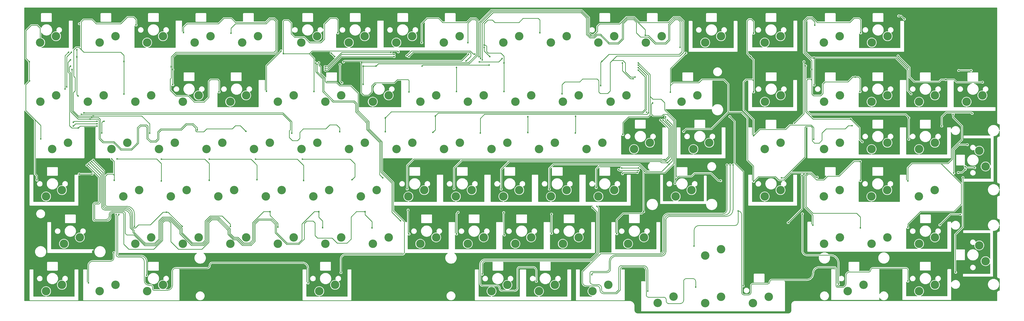
<source format=gtl>
G04 Layer: TopLayer*
G04 EasyEDA v6.5.33, 2023-07-29 07:31:28*
G04 219471704c294700b8179b9d236804d4,d031c0a8eb424844af7c2e53bc7358ee,10*
G04 Gerber Generator version 0.2*
G04 Scale: 100 percent, Rotated: No, Reflected: No *
G04 Dimensions in millimeters *
G04 leading zeros omitted , absolute positions ,4 integer and 5 decimal *
%FSLAX45Y45*%
%MOMM*%

%ADD10C,0.2540*%
%ADD11C,3.4000*%
%ADD12C,0.6096*%

%LPD*%
G36*
X34275268Y-4927092D02*
G01*
X34271356Y-4926330D01*
X34268105Y-4924094D01*
X34265870Y-4920843D01*
X34265108Y-4916932D01*
X34265108Y-4358132D01*
X34266073Y-4353814D01*
X34268714Y-4350359D01*
X34272626Y-4348327D01*
X34277046Y-4348124D01*
X34281110Y-4349800D01*
X34287206Y-4354118D01*
X34296146Y-4358233D01*
X34305595Y-4360773D01*
X34315400Y-4361637D01*
X34325204Y-4360773D01*
X34334653Y-4358233D01*
X34343594Y-4354118D01*
X34351620Y-4348480D01*
X34358580Y-4341520D01*
X34364218Y-4333494D01*
X34368333Y-4324553D01*
X34370873Y-4315104D01*
X34371737Y-4305300D01*
X34370873Y-4295495D01*
X34368333Y-4286046D01*
X34364218Y-4277106D01*
X34360510Y-4271619D01*
X34354973Y-4260037D01*
X34354008Y-4255668D01*
X34354008Y-3785108D01*
X34353195Y-3777081D01*
X34351010Y-3769868D01*
X34347454Y-3763162D01*
X34342324Y-3756964D01*
X34279535Y-3694176D01*
X34273337Y-3689045D01*
X34266632Y-3685489D01*
X34259418Y-3683304D01*
X34251392Y-3682492D01*
X34174531Y-3682492D01*
X34170162Y-3681526D01*
X34158580Y-3675989D01*
X34153094Y-3672281D01*
X34144153Y-3668166D01*
X34134704Y-3665626D01*
X34124900Y-3664762D01*
X34115095Y-3665626D01*
X34105646Y-3668166D01*
X34096706Y-3672281D01*
X34091219Y-3675989D01*
X34079637Y-3681526D01*
X34075268Y-3682492D01*
X34023808Y-3682492D01*
X34015781Y-3683304D01*
X34008568Y-3685489D01*
X34001862Y-3689045D01*
X33995664Y-3694176D01*
X33819795Y-3869994D01*
X33816493Y-3872229D01*
X33812581Y-3872992D01*
X33351165Y-3872992D01*
X33347050Y-3872128D01*
X33343596Y-3869588D01*
X33341513Y-3865930D01*
X33341106Y-3861714D01*
X33341818Y-3855008D01*
X33341818Y-3556152D01*
X33341106Y-3549853D01*
X33339227Y-3544366D01*
X33336128Y-3539490D01*
X33332064Y-3535375D01*
X33327136Y-3532327D01*
X33321701Y-3530396D01*
X33315351Y-3529685D01*
X32936484Y-3529685D01*
X32930185Y-3530396D01*
X32924699Y-3532327D01*
X32919822Y-3535375D01*
X32915707Y-3539490D01*
X32912659Y-3544366D01*
X32910729Y-3549853D01*
X32910018Y-3556152D01*
X32910018Y-3855008D01*
X32910729Y-3861358D01*
X32911745Y-3866642D01*
X32910627Y-3870604D01*
X32908138Y-3873754D01*
X32896962Y-3879545D01*
X32890764Y-3884676D01*
X32802576Y-3972864D01*
X32797445Y-3979062D01*
X32793889Y-3985768D01*
X32791704Y-3992981D01*
X32790892Y-4001008D01*
X32790892Y-4361281D01*
X32790130Y-4365193D01*
X32787894Y-4368495D01*
X32727595Y-4428794D01*
X32724293Y-4431030D01*
X32720381Y-4431792D01*
X32468718Y-4431792D01*
X32464806Y-4431030D01*
X32461504Y-4428794D01*
X32426605Y-4393895D01*
X32424370Y-4390593D01*
X32423608Y-4386681D01*
X32423608Y-4091432D01*
X32424573Y-4087114D01*
X32427214Y-4083659D01*
X32431126Y-4081627D01*
X32435546Y-4081424D01*
X32439610Y-4083100D01*
X32445706Y-4087418D01*
X32454646Y-4091533D01*
X32464095Y-4094073D01*
X32473900Y-4094937D01*
X32483704Y-4094073D01*
X32493153Y-4091533D01*
X32502094Y-4087418D01*
X32510120Y-4081779D01*
X32517080Y-4074820D01*
X32522718Y-4066794D01*
X32526833Y-4057853D01*
X32529373Y-4048404D01*
X32530237Y-4038600D01*
X32529373Y-4028795D01*
X32526833Y-4019346D01*
X32522718Y-4010406D01*
X32519010Y-4004919D01*
X32513473Y-3993337D01*
X32512508Y-3988968D01*
X32512508Y-2996031D01*
X32513270Y-2992170D01*
X32516368Y-2988005D01*
X32519670Y-2985770D01*
X32523531Y-2985008D01*
X35730281Y-2985008D01*
X35734193Y-2985770D01*
X35737495Y-2988005D01*
X36191494Y-3442004D01*
X36193730Y-3445306D01*
X36194492Y-3449218D01*
X36194492Y-4266692D01*
X36195304Y-4274718D01*
X36197489Y-4281932D01*
X36201045Y-4288637D01*
X36206176Y-4294835D01*
X36297717Y-4386376D01*
X36300105Y-4390186D01*
X36304067Y-4401362D01*
X36307166Y-4413453D01*
X36311281Y-4422394D01*
X36316920Y-4430420D01*
X36323879Y-4437380D01*
X36331906Y-4443018D01*
X36340846Y-4447133D01*
X36350295Y-4449673D01*
X36360100Y-4450537D01*
X36369904Y-4449673D01*
X36379353Y-4447133D01*
X36388294Y-4443018D01*
X36396320Y-4437380D01*
X36403280Y-4430420D01*
X36408918Y-4422394D01*
X36413033Y-4413453D01*
X36415573Y-4404004D01*
X36416437Y-4394200D01*
X36415573Y-4384395D01*
X36413033Y-4374946D01*
X36408918Y-4366006D01*
X36403280Y-4357979D01*
X36396320Y-4351020D01*
X36388294Y-4345381D01*
X36379353Y-4341266D01*
X36367262Y-4338167D01*
X36356086Y-4334205D01*
X36352276Y-4331817D01*
X36274705Y-4254195D01*
X36272470Y-4250893D01*
X36271708Y-4246981D01*
X36271708Y-3762654D01*
X36272470Y-3758742D01*
X36274705Y-3755440D01*
X36277956Y-3753256D01*
X36281868Y-3752494D01*
X36285779Y-3753256D01*
X36289030Y-3755440D01*
X36472164Y-3938524D01*
X36478362Y-3943654D01*
X36485068Y-3947210D01*
X36492281Y-3949395D01*
X36500308Y-3950208D01*
X37477192Y-3950208D01*
X37485218Y-3949395D01*
X37492432Y-3947210D01*
X37499137Y-3943654D01*
X37505335Y-3938524D01*
X37579604Y-3864305D01*
X37582906Y-3862070D01*
X37586818Y-3861308D01*
X37707366Y-3861308D01*
X37711735Y-3862273D01*
X37723368Y-3867810D01*
X37728855Y-3871518D01*
X37737745Y-3875633D01*
X37747244Y-3878173D01*
X37757049Y-3879037D01*
X37766802Y-3878173D01*
X37776302Y-3875633D01*
X37785192Y-3871518D01*
X37790678Y-3867810D01*
X37802312Y-3862273D01*
X37806680Y-3861308D01*
X37809932Y-3861308D01*
X37813843Y-3862070D01*
X37817094Y-3864305D01*
X37819330Y-3867556D01*
X37820092Y-3871468D01*
X37820092Y-4916932D01*
X37819330Y-4920843D01*
X37817094Y-4924094D01*
X37813843Y-4926330D01*
X37809932Y-4927092D01*
X36700155Y-4927092D01*
X36695837Y-4926126D01*
X36692332Y-4923383D01*
X36690300Y-4919421D01*
X36690198Y-4914950D01*
X36692027Y-4910886D01*
X36695380Y-4907991D01*
X36699647Y-4906772D01*
X36702847Y-4906619D01*
X36721897Y-4903825D01*
X36740541Y-4899152D01*
X36758626Y-4892649D01*
X36775999Y-4884420D01*
X36792509Y-4874564D01*
X36807952Y-4863084D01*
X36822176Y-4850180D01*
X36835080Y-4835956D01*
X36846560Y-4820513D01*
X36856416Y-4804003D01*
X36864645Y-4786630D01*
X36871148Y-4768545D01*
X36875821Y-4749901D01*
X36878615Y-4730851D01*
X36879580Y-4711700D01*
X36878615Y-4692497D01*
X36875821Y-4673447D01*
X36871148Y-4654804D01*
X36864645Y-4636719D01*
X36856416Y-4619345D01*
X36846560Y-4602835D01*
X36835080Y-4587392D01*
X36822176Y-4573168D01*
X36807952Y-4560265D01*
X36792509Y-4548784D01*
X36775999Y-4538929D01*
X36758626Y-4530699D01*
X36740541Y-4524197D01*
X36721897Y-4519523D01*
X36702847Y-4516729D01*
X36683696Y-4515764D01*
X36664493Y-4516729D01*
X36645443Y-4519523D01*
X36626800Y-4524197D01*
X36608715Y-4530699D01*
X36591341Y-4538929D01*
X36574831Y-4548784D01*
X36559388Y-4560265D01*
X36545164Y-4573168D01*
X36532261Y-4587392D01*
X36520780Y-4602835D01*
X36510925Y-4619345D01*
X36502695Y-4636719D01*
X36496193Y-4654804D01*
X36491519Y-4673447D01*
X36488725Y-4692497D01*
X36487760Y-4711700D01*
X36488725Y-4730851D01*
X36491519Y-4749901D01*
X36496193Y-4768545D01*
X36502695Y-4786630D01*
X36510925Y-4804003D01*
X36520780Y-4820513D01*
X36532261Y-4835956D01*
X36545164Y-4850180D01*
X36559388Y-4863084D01*
X36574831Y-4874564D01*
X36591341Y-4884420D01*
X36608715Y-4892649D01*
X36626800Y-4899152D01*
X36645443Y-4903825D01*
X36664493Y-4906619D01*
X36667694Y-4906772D01*
X36671961Y-4907991D01*
X36675314Y-4910886D01*
X36677142Y-4914950D01*
X36677041Y-4919421D01*
X36675009Y-4923383D01*
X36671504Y-4926126D01*
X36667186Y-4927092D01*
X36180268Y-4927092D01*
X36176356Y-4926330D01*
X36173105Y-4924094D01*
X36170870Y-4920843D01*
X36170108Y-4916932D01*
X36170108Y-3861358D01*
X36169396Y-3855059D01*
X36167466Y-3849573D01*
X36164418Y-3844696D01*
X36160303Y-3840581D01*
X36155426Y-3837533D01*
X36149940Y-3835603D01*
X36143641Y-3834892D01*
X35941558Y-3834892D01*
X35935259Y-3835603D01*
X35929773Y-3837533D01*
X35924896Y-3840581D01*
X35920781Y-3844696D01*
X35917733Y-3849573D01*
X35915803Y-3855059D01*
X35915092Y-3861358D01*
X35915092Y-4916932D01*
X35914330Y-4920843D01*
X35912094Y-4924094D01*
X35908843Y-4926330D01*
X35904932Y-4927092D01*
X34795155Y-4927092D01*
X34790837Y-4926126D01*
X34787332Y-4923383D01*
X34785300Y-4919421D01*
X34785198Y-4914950D01*
X34787027Y-4910886D01*
X34790380Y-4907991D01*
X34794647Y-4906772D01*
X34797847Y-4906619D01*
X34816897Y-4903825D01*
X34835541Y-4899152D01*
X34853626Y-4892649D01*
X34870999Y-4884420D01*
X34887509Y-4874564D01*
X34902952Y-4863084D01*
X34917176Y-4850180D01*
X34930080Y-4835956D01*
X34941560Y-4820513D01*
X34951416Y-4804003D01*
X34959645Y-4786630D01*
X34966148Y-4768545D01*
X34970821Y-4749901D01*
X34973615Y-4730851D01*
X34974580Y-4711700D01*
X34973615Y-4692497D01*
X34970821Y-4673447D01*
X34966148Y-4654804D01*
X34959645Y-4636719D01*
X34951416Y-4619345D01*
X34941560Y-4602835D01*
X34930080Y-4587392D01*
X34917176Y-4573168D01*
X34902952Y-4560265D01*
X34887509Y-4548784D01*
X34870999Y-4538929D01*
X34853626Y-4530699D01*
X34835541Y-4524197D01*
X34816897Y-4519523D01*
X34797847Y-4516729D01*
X34778696Y-4515764D01*
X34759493Y-4516729D01*
X34740443Y-4519523D01*
X34721800Y-4524197D01*
X34703715Y-4530699D01*
X34686341Y-4538929D01*
X34669831Y-4548784D01*
X34654388Y-4560265D01*
X34640164Y-4573168D01*
X34627261Y-4587392D01*
X34615780Y-4602835D01*
X34605925Y-4619345D01*
X34597695Y-4636719D01*
X34591193Y-4654804D01*
X34586519Y-4673447D01*
X34583725Y-4692497D01*
X34582760Y-4711700D01*
X34583725Y-4730851D01*
X34586519Y-4749901D01*
X34591193Y-4768545D01*
X34597695Y-4786630D01*
X34605925Y-4804003D01*
X34615780Y-4820513D01*
X34627261Y-4835956D01*
X34640164Y-4850180D01*
X34654388Y-4863084D01*
X34669831Y-4874564D01*
X34686341Y-4884420D01*
X34703715Y-4892649D01*
X34721800Y-4899152D01*
X34740443Y-4903825D01*
X34759493Y-4906619D01*
X34762694Y-4906772D01*
X34766961Y-4907991D01*
X34770314Y-4910886D01*
X34772142Y-4914950D01*
X34772041Y-4919421D01*
X34770009Y-4923383D01*
X34766504Y-4926126D01*
X34762186Y-4927092D01*
G37*

%LPC*%
G36*
X37318696Y-4653584D02*
G01*
X37337898Y-4652670D01*
X37356897Y-4649825D01*
X37375541Y-4645152D01*
X37393676Y-4638700D01*
X37411050Y-4630470D01*
X37427509Y-4620564D01*
X37442952Y-4609134D01*
X37457227Y-4596231D01*
X37470130Y-4581956D01*
X37481560Y-4566513D01*
X37491466Y-4550054D01*
X37499696Y-4532680D01*
X37506148Y-4514545D01*
X37510821Y-4495901D01*
X37513666Y-4476902D01*
X37514580Y-4457700D01*
X37513666Y-4438497D01*
X37510821Y-4419498D01*
X37506148Y-4400854D01*
X37499696Y-4382719D01*
X37491466Y-4365345D01*
X37481560Y-4348886D01*
X37470130Y-4333443D01*
X37465406Y-4328210D01*
X37463323Y-4324604D01*
X37462815Y-4320438D01*
X37464085Y-4316425D01*
X37466879Y-4313275D01*
X37470689Y-4311497D01*
X37477242Y-4310024D01*
X37490603Y-4305096D01*
X37503201Y-4298543D01*
X37514834Y-4290415D01*
X37525350Y-4280865D01*
X37534545Y-4270044D01*
X37542317Y-4258106D01*
X37548464Y-4245305D01*
X37552934Y-4231843D01*
X37555678Y-4217873D01*
X37556592Y-4203700D01*
X37555678Y-4189526D01*
X37552934Y-4175556D01*
X37548464Y-4162094D01*
X37542317Y-4149293D01*
X37534545Y-4137355D01*
X37525350Y-4126534D01*
X37514834Y-4116984D01*
X37503201Y-4108856D01*
X37490603Y-4102303D01*
X37477242Y-4097375D01*
X37463374Y-4094226D01*
X37449252Y-4092854D01*
X37435028Y-4093311D01*
X37421007Y-4095597D01*
X37407392Y-4099610D01*
X37394388Y-4105401D01*
X37382246Y-4112768D01*
X37371121Y-4121607D01*
X37361266Y-4131818D01*
X37352782Y-4143197D01*
X37345772Y-4155592D01*
X37340438Y-4168749D01*
X37336831Y-4182516D01*
X37335053Y-4196588D01*
X37335053Y-4210812D01*
X37336831Y-4224883D01*
X37340438Y-4238650D01*
X37344502Y-4248607D01*
X37345264Y-4252620D01*
X37344350Y-4256532D01*
X37342013Y-4259834D01*
X37338558Y-4261967D01*
X37334596Y-4262577D01*
X37318696Y-4261815D01*
X37299493Y-4262729D01*
X37280494Y-4265574D01*
X37261850Y-4270248D01*
X37243715Y-4276699D01*
X37226341Y-4284929D01*
X37209882Y-4294835D01*
X37194439Y-4306265D01*
X37180164Y-4319168D01*
X37167261Y-4333443D01*
X37155831Y-4348886D01*
X37145925Y-4365345D01*
X37137695Y-4382719D01*
X37131244Y-4400854D01*
X37126570Y-4419498D01*
X37123725Y-4438497D01*
X37122811Y-4457700D01*
X37123725Y-4476902D01*
X37126570Y-4495901D01*
X37131244Y-4514545D01*
X37137695Y-4532680D01*
X37145925Y-4550054D01*
X37155831Y-4566513D01*
X37167261Y-4581956D01*
X37180164Y-4596231D01*
X37194439Y-4609134D01*
X37209882Y-4620564D01*
X37226341Y-4630470D01*
X37243715Y-4638700D01*
X37261850Y-4645152D01*
X37280494Y-4649825D01*
X37299493Y-4652670D01*
G37*
G36*
X35413696Y-4653584D02*
G01*
X35432898Y-4652670D01*
X35451897Y-4649825D01*
X35470541Y-4645152D01*
X35488676Y-4638700D01*
X35506050Y-4630470D01*
X35522509Y-4620564D01*
X35537952Y-4609134D01*
X35552227Y-4596231D01*
X35565130Y-4581956D01*
X35576560Y-4566513D01*
X35586466Y-4550054D01*
X35594696Y-4532680D01*
X35601148Y-4514545D01*
X35605821Y-4495901D01*
X35608666Y-4476902D01*
X35609580Y-4457700D01*
X35608666Y-4438497D01*
X35605821Y-4419498D01*
X35601148Y-4400854D01*
X35594696Y-4382719D01*
X35586466Y-4365345D01*
X35576560Y-4348886D01*
X35565130Y-4333443D01*
X35560406Y-4328210D01*
X35558323Y-4324604D01*
X35557815Y-4320438D01*
X35559085Y-4316425D01*
X35561879Y-4313275D01*
X35565689Y-4311497D01*
X35572242Y-4310024D01*
X35585603Y-4305096D01*
X35598201Y-4298543D01*
X35609834Y-4290415D01*
X35620350Y-4280865D01*
X35629545Y-4270044D01*
X35637317Y-4258106D01*
X35643464Y-4245305D01*
X35647934Y-4231843D01*
X35650678Y-4217873D01*
X35651592Y-4203700D01*
X35650678Y-4189526D01*
X35647934Y-4175556D01*
X35643464Y-4162094D01*
X35637317Y-4149293D01*
X35629545Y-4137355D01*
X35620350Y-4126534D01*
X35609834Y-4116984D01*
X35598201Y-4108856D01*
X35585603Y-4102303D01*
X35572242Y-4097375D01*
X35558374Y-4094226D01*
X35544252Y-4092854D01*
X35530028Y-4093311D01*
X35516007Y-4095597D01*
X35502392Y-4099610D01*
X35489388Y-4105401D01*
X35477246Y-4112768D01*
X35466121Y-4121607D01*
X35456266Y-4131818D01*
X35447782Y-4143197D01*
X35440772Y-4155592D01*
X35435438Y-4168749D01*
X35431831Y-4182516D01*
X35430053Y-4196588D01*
X35430053Y-4210812D01*
X35431831Y-4224883D01*
X35435438Y-4238650D01*
X35439502Y-4248607D01*
X35440264Y-4252620D01*
X35439350Y-4256532D01*
X35437013Y-4259834D01*
X35433558Y-4261967D01*
X35429596Y-4262577D01*
X35413696Y-4261815D01*
X35394493Y-4262729D01*
X35375494Y-4265574D01*
X35356850Y-4270248D01*
X35338715Y-4276699D01*
X35321341Y-4284929D01*
X35304882Y-4294835D01*
X35289439Y-4306265D01*
X35275164Y-4319168D01*
X35262261Y-4333443D01*
X35250831Y-4348886D01*
X35240925Y-4365345D01*
X35232695Y-4382719D01*
X35226244Y-4400854D01*
X35221570Y-4419498D01*
X35218725Y-4438497D01*
X35217811Y-4457700D01*
X35218725Y-4476902D01*
X35221570Y-4495901D01*
X35226244Y-4514545D01*
X35232695Y-4532680D01*
X35240925Y-4550054D01*
X35250831Y-4566513D01*
X35262261Y-4581956D01*
X35275164Y-4596231D01*
X35289439Y-4609134D01*
X35304882Y-4620564D01*
X35321341Y-4630470D01*
X35338715Y-4638700D01*
X35356850Y-4645152D01*
X35375494Y-4649825D01*
X35394493Y-4652670D01*
G37*
G36*
X36937696Y-4429607D02*
G01*
X36958524Y-4428642D01*
X36979199Y-4425746D01*
X36999519Y-4420971D01*
X37019280Y-4414367D01*
X37038381Y-4405934D01*
X37056618Y-4395774D01*
X37073840Y-4383989D01*
X37089892Y-4370628D01*
X37104624Y-4355896D01*
X37117985Y-4339844D01*
X37129770Y-4322622D01*
X37139930Y-4304385D01*
X37148363Y-4285284D01*
X37154967Y-4265523D01*
X37159742Y-4245203D01*
X37162638Y-4224528D01*
X37163603Y-4203700D01*
X37162638Y-4182872D01*
X37159742Y-4162196D01*
X37154967Y-4141876D01*
X37148363Y-4122115D01*
X37139930Y-4103014D01*
X37129770Y-4084777D01*
X37117985Y-4067556D01*
X37104624Y-4051503D01*
X37089892Y-4036771D01*
X37073840Y-4023410D01*
X37056618Y-4011625D01*
X37038381Y-4001465D01*
X37019280Y-3993032D01*
X36999519Y-3986428D01*
X36979199Y-3981653D01*
X36958524Y-3978757D01*
X36937696Y-3977792D01*
X36916868Y-3978757D01*
X36896192Y-3981653D01*
X36875872Y-3986428D01*
X36856111Y-3993032D01*
X36837010Y-4001465D01*
X36818773Y-4011625D01*
X36801552Y-4023410D01*
X36785499Y-4036771D01*
X36770767Y-4051503D01*
X36757406Y-4067556D01*
X36745621Y-4084777D01*
X36735461Y-4103014D01*
X36727028Y-4122115D01*
X36720424Y-4141876D01*
X36715649Y-4162196D01*
X36712753Y-4182872D01*
X36711788Y-4203700D01*
X36712753Y-4224528D01*
X36715649Y-4245203D01*
X36720424Y-4265523D01*
X36727028Y-4285284D01*
X36735461Y-4304385D01*
X36745621Y-4322622D01*
X36757406Y-4339844D01*
X36770767Y-4355896D01*
X36785499Y-4370628D01*
X36801552Y-4383989D01*
X36818773Y-4395774D01*
X36837010Y-4405934D01*
X36856111Y-4414367D01*
X36875872Y-4420971D01*
X36896192Y-4425746D01*
X36916868Y-4428642D01*
G37*
G36*
X35032696Y-4429607D02*
G01*
X35053524Y-4428642D01*
X35074199Y-4425746D01*
X35094519Y-4420971D01*
X35114280Y-4414367D01*
X35133381Y-4405934D01*
X35151618Y-4395774D01*
X35168840Y-4383989D01*
X35184892Y-4370628D01*
X35199624Y-4355896D01*
X35212985Y-4339844D01*
X35224770Y-4322622D01*
X35234930Y-4304385D01*
X35243363Y-4285284D01*
X35249967Y-4265523D01*
X35254742Y-4245203D01*
X35257638Y-4224528D01*
X35258603Y-4203700D01*
X35257638Y-4182872D01*
X35254742Y-4162196D01*
X35249967Y-4141876D01*
X35243363Y-4122115D01*
X35234930Y-4103014D01*
X35224770Y-4084777D01*
X35212985Y-4067556D01*
X35199624Y-4051503D01*
X35184892Y-4036771D01*
X35168840Y-4023410D01*
X35151618Y-4011625D01*
X35133381Y-4001465D01*
X35114280Y-3993032D01*
X35094519Y-3986428D01*
X35074199Y-3981653D01*
X35053524Y-3978757D01*
X35032696Y-3977792D01*
X35011868Y-3978757D01*
X34991192Y-3981653D01*
X34970872Y-3986428D01*
X34951111Y-3993032D01*
X34932010Y-4001465D01*
X34913773Y-4011625D01*
X34896552Y-4023410D01*
X34880499Y-4036771D01*
X34865767Y-4051503D01*
X34852406Y-4067556D01*
X34840621Y-4084777D01*
X34830461Y-4103014D01*
X34822028Y-4122115D01*
X34815424Y-4141876D01*
X34810649Y-4162196D01*
X34807753Y-4182872D01*
X34806788Y-4203700D01*
X34807753Y-4224528D01*
X34810649Y-4245203D01*
X34815424Y-4265523D01*
X34822028Y-4285284D01*
X34830461Y-4304385D01*
X34840621Y-4322622D01*
X34852406Y-4339844D01*
X34865767Y-4355896D01*
X34880499Y-4370628D01*
X34896552Y-4383989D01*
X34913773Y-4395774D01*
X34932010Y-4405934D01*
X34951111Y-4414367D01*
X34970872Y-4420971D01*
X34991192Y-4425746D01*
X35011868Y-4428642D01*
G37*
G36*
X36433252Y-4314545D02*
G01*
X36447374Y-4313174D01*
X36461242Y-4310024D01*
X36474603Y-4305096D01*
X36487201Y-4298543D01*
X36498834Y-4290415D01*
X36509350Y-4280865D01*
X36518545Y-4270044D01*
X36526317Y-4258106D01*
X36532464Y-4245305D01*
X36536934Y-4231843D01*
X36539678Y-4217873D01*
X36540592Y-4203700D01*
X36539678Y-4189526D01*
X36536934Y-4175556D01*
X36532464Y-4162094D01*
X36526317Y-4149293D01*
X36518545Y-4137355D01*
X36509350Y-4126534D01*
X36498834Y-4116984D01*
X36487201Y-4108856D01*
X36474603Y-4102303D01*
X36461242Y-4097375D01*
X36447374Y-4094226D01*
X36433252Y-4092854D01*
X36419028Y-4093311D01*
X36405007Y-4095597D01*
X36391392Y-4099610D01*
X36378388Y-4105401D01*
X36366246Y-4112768D01*
X36355121Y-4121607D01*
X36345266Y-4131818D01*
X36336782Y-4143197D01*
X36329772Y-4155592D01*
X36324438Y-4168749D01*
X36320831Y-4182516D01*
X36319053Y-4196588D01*
X36319053Y-4210812D01*
X36320831Y-4224883D01*
X36324438Y-4238650D01*
X36329772Y-4251807D01*
X36336782Y-4264202D01*
X36345266Y-4275582D01*
X36355121Y-4285792D01*
X36366246Y-4294632D01*
X36378388Y-4301998D01*
X36391392Y-4307789D01*
X36405007Y-4311802D01*
X36419028Y-4314088D01*
G37*
G36*
X34528252Y-4314545D02*
G01*
X34542374Y-4313174D01*
X34556242Y-4310024D01*
X34569603Y-4305096D01*
X34582201Y-4298543D01*
X34593834Y-4290415D01*
X34604350Y-4280865D01*
X34613545Y-4270044D01*
X34621317Y-4258106D01*
X34627464Y-4245305D01*
X34631934Y-4231843D01*
X34634678Y-4217873D01*
X34635592Y-4203700D01*
X34634678Y-4189526D01*
X34631934Y-4175556D01*
X34627464Y-4162094D01*
X34621317Y-4149293D01*
X34613545Y-4137355D01*
X34604350Y-4126534D01*
X34593834Y-4116984D01*
X34582201Y-4108856D01*
X34569603Y-4102303D01*
X34556242Y-4097375D01*
X34542374Y-4094226D01*
X34528252Y-4092854D01*
X34514028Y-4093311D01*
X34500007Y-4095597D01*
X34486392Y-4099610D01*
X34473388Y-4105401D01*
X34461246Y-4112768D01*
X34450121Y-4121607D01*
X34440266Y-4131818D01*
X34431782Y-4143197D01*
X34424772Y-4155592D01*
X34419438Y-4168749D01*
X34415831Y-4182516D01*
X34414053Y-4196588D01*
X34414053Y-4210812D01*
X34415831Y-4224883D01*
X34419438Y-4238650D01*
X34424772Y-4251807D01*
X34431782Y-4264202D01*
X34440266Y-4275582D01*
X34450121Y-4285792D01*
X34461246Y-4294632D01*
X34473388Y-4301998D01*
X34486392Y-4307789D01*
X34500007Y-4311802D01*
X34514028Y-4314088D01*
G37*
G36*
X32623252Y-4314545D02*
G01*
X32637374Y-4313174D01*
X32651242Y-4310024D01*
X32664603Y-4305096D01*
X32677201Y-4298543D01*
X32688834Y-4290415D01*
X32699350Y-4280865D01*
X32708545Y-4270044D01*
X32716317Y-4258106D01*
X32722464Y-4245305D01*
X32726934Y-4231843D01*
X32729677Y-4217873D01*
X32730592Y-4203700D01*
X32729677Y-4189526D01*
X32726934Y-4175556D01*
X32722464Y-4162094D01*
X32716317Y-4149293D01*
X32708545Y-4137355D01*
X32699350Y-4126534D01*
X32688834Y-4116984D01*
X32677201Y-4108856D01*
X32664603Y-4102303D01*
X32651242Y-4097375D01*
X32637374Y-4094226D01*
X32623252Y-4092854D01*
X32609027Y-4093311D01*
X32595007Y-4095597D01*
X32581392Y-4099610D01*
X32568388Y-4105401D01*
X32556246Y-4112768D01*
X32545121Y-4121607D01*
X32535266Y-4131818D01*
X32526782Y-4143197D01*
X32519772Y-4155592D01*
X32514438Y-4168749D01*
X32510831Y-4182516D01*
X32509053Y-4196588D01*
X32509053Y-4210812D01*
X32510831Y-4224883D01*
X32514438Y-4238650D01*
X32519772Y-4251807D01*
X32526782Y-4264202D01*
X32535266Y-4275582D01*
X32545121Y-4285792D01*
X32556246Y-4294632D01*
X32568388Y-4301998D01*
X32581392Y-4307789D01*
X32595007Y-4311802D01*
X32609027Y-4314088D01*
G37*
G36*
X34841484Y-3881475D02*
G01*
X35220351Y-3881475D01*
X35226701Y-3880764D01*
X35232136Y-3878884D01*
X35237064Y-3875786D01*
X35241128Y-3871722D01*
X35244227Y-3866794D01*
X35246106Y-3861358D01*
X35246818Y-3855008D01*
X35246818Y-3556152D01*
X35246106Y-3549853D01*
X35244227Y-3544366D01*
X35241128Y-3539490D01*
X35237064Y-3535375D01*
X35232136Y-3532327D01*
X35226701Y-3530396D01*
X35220351Y-3529685D01*
X34841484Y-3529685D01*
X34835185Y-3530396D01*
X34829699Y-3532327D01*
X34824822Y-3535375D01*
X34820707Y-3539490D01*
X34817659Y-3544366D01*
X34815729Y-3549853D01*
X34815018Y-3556152D01*
X34815018Y-3855008D01*
X34815729Y-3861358D01*
X34817659Y-3866794D01*
X34820707Y-3871722D01*
X34824822Y-3875786D01*
X34829699Y-3878884D01*
X34835185Y-3880764D01*
G37*

%LPD*%
G36*
X14234210Y-4930292D02*
G01*
X14230451Y-4929428D01*
X14227301Y-4927193D01*
X14225219Y-4923942D01*
X14224507Y-4920183D01*
X14224507Y-4369308D01*
X14223695Y-4361281D01*
X14221510Y-4354068D01*
X14217954Y-4347362D01*
X14212824Y-4341164D01*
X13921435Y-4049776D01*
X13915237Y-4044645D01*
X13908532Y-4041089D01*
X13901318Y-4038904D01*
X13893292Y-4038092D01*
X13469518Y-4038092D01*
X13465606Y-4037329D01*
X13462304Y-4035094D01*
X13349935Y-3922776D01*
X13343737Y-3917645D01*
X13337032Y-3914089D01*
X13329818Y-3911904D01*
X13321792Y-3911092D01*
X12936118Y-3911092D01*
X12932206Y-3910329D01*
X12928904Y-3908094D01*
X12918795Y-3897985D01*
X12916509Y-3894531D01*
X12915849Y-3890416D01*
X12916814Y-3886403D01*
X12919354Y-3883101D01*
X12923012Y-3881120D01*
X12927126Y-3880713D01*
X12933984Y-3881475D01*
X13312851Y-3881475D01*
X13319201Y-3880764D01*
X13324636Y-3878884D01*
X13329564Y-3875786D01*
X13333628Y-3871722D01*
X13336727Y-3866794D01*
X13338606Y-3861358D01*
X13339318Y-3855008D01*
X13339318Y-3556152D01*
X13338606Y-3549853D01*
X13336727Y-3544366D01*
X13333628Y-3539490D01*
X13329564Y-3535375D01*
X13324636Y-3532327D01*
X13319201Y-3530396D01*
X13312851Y-3529685D01*
X12933984Y-3529685D01*
X12927685Y-3530396D01*
X12922199Y-3532327D01*
X12917322Y-3535375D01*
X12913207Y-3539490D01*
X12910159Y-3544366D01*
X12908229Y-3549853D01*
X12907518Y-3556152D01*
X12907518Y-3722471D01*
X12906756Y-3726383D01*
X12904520Y-3729685D01*
X12901269Y-3731869D01*
X12897358Y-3732631D01*
X12893497Y-3731869D01*
X12890195Y-3729685D01*
X12728905Y-3568395D01*
X12726670Y-3565093D01*
X12725908Y-3561181D01*
X12725908Y-3315208D01*
X12725095Y-3307181D01*
X12722910Y-3299968D01*
X12719354Y-3293262D01*
X12714224Y-3287064D01*
X12652705Y-3225495D01*
X12650470Y-3222193D01*
X12649708Y-3218281D01*
X12649708Y-3181858D01*
X12650470Y-3177997D01*
X12652705Y-3174695D01*
X12654229Y-3173120D01*
X12659868Y-3165094D01*
X12664033Y-3156153D01*
X12666573Y-3146704D01*
X12667437Y-3136900D01*
X12666573Y-3127095D01*
X12664033Y-3117646D01*
X12659868Y-3108706D01*
X12654229Y-3100679D01*
X12647320Y-3093720D01*
X12639243Y-3088081D01*
X12630353Y-3083966D01*
X12620853Y-3081426D01*
X12611100Y-3080562D01*
X12601295Y-3081426D01*
X12591796Y-3083966D01*
X12582906Y-3088081D01*
X12574828Y-3093720D01*
X12567920Y-3100679D01*
X12562281Y-3108706D01*
X12558115Y-3117646D01*
X12555474Y-3127451D01*
X12553645Y-3131159D01*
X12550495Y-3133801D01*
X12546584Y-3134969D01*
X12542469Y-3134461D01*
X12538913Y-3132429D01*
X12536474Y-3129127D01*
X12532868Y-3121406D01*
X12527229Y-3113379D01*
X12520320Y-3106420D01*
X12512243Y-3100781D01*
X12503353Y-3096666D01*
X12493853Y-3094126D01*
X12484100Y-3093262D01*
X12474295Y-3094126D01*
X12472009Y-3094736D01*
X12468301Y-3094990D01*
X12464745Y-3093974D01*
X12461798Y-3091688D01*
X12459868Y-3088538D01*
X12459208Y-3084931D01*
X12459208Y-2972308D01*
X12458395Y-2964281D01*
X12456210Y-2957068D01*
X12452654Y-2950362D01*
X12447524Y-2944164D01*
X12291872Y-2788462D01*
X12289688Y-2785211D01*
X12288926Y-2781300D01*
X12289688Y-2777388D01*
X12291872Y-2774137D01*
X12357404Y-2708554D01*
X12360706Y-2706370D01*
X12364618Y-2705608D01*
X13053568Y-2705608D01*
X13057835Y-2706573D01*
X13061340Y-2709214D01*
X13063372Y-2713126D01*
X13063575Y-2717546D01*
X13061848Y-2721610D01*
X13057581Y-2727706D01*
X13053415Y-2736646D01*
X13050875Y-2746095D01*
X13050012Y-2755900D01*
X13050875Y-2765704D01*
X13053415Y-2775153D01*
X13057581Y-2784094D01*
X13063219Y-2792120D01*
X13070128Y-2799080D01*
X13078206Y-2804718D01*
X13087096Y-2808833D01*
X13099237Y-2811932D01*
X13110413Y-2815894D01*
X13114172Y-2818282D01*
X13183666Y-2887776D01*
X13186054Y-2891586D01*
X13190016Y-2902762D01*
X13193115Y-2914853D01*
X13197281Y-2923794D01*
X13202919Y-2931820D01*
X13209828Y-2938780D01*
X13217906Y-2944418D01*
X13226796Y-2948533D01*
X13236295Y-2951073D01*
X13239140Y-2951327D01*
X13242798Y-2952394D01*
X13245846Y-2954731D01*
X13247776Y-2957982D01*
X13248386Y-2961741D01*
X13247573Y-2965500D01*
X13245439Y-2968650D01*
X12966344Y-3247694D01*
X12963042Y-3249930D01*
X12959181Y-3250692D01*
X12914731Y-3250692D01*
X12910362Y-3249726D01*
X12898729Y-3244189D01*
X12893243Y-3240481D01*
X12884353Y-3236366D01*
X12874853Y-3233826D01*
X12865100Y-3232962D01*
X12855295Y-3233826D01*
X12845796Y-3236366D01*
X12836906Y-3240481D01*
X12828828Y-3246120D01*
X12821920Y-3253079D01*
X12816281Y-3261106D01*
X12812115Y-3270046D01*
X12809575Y-3279495D01*
X12808712Y-3289300D01*
X12809575Y-3299104D01*
X12812115Y-3308553D01*
X12816281Y-3317494D01*
X12819126Y-3321558D01*
X12820751Y-3325368D01*
X12820751Y-3329432D01*
X12819126Y-3333242D01*
X12816281Y-3337306D01*
X12812115Y-3346246D01*
X12809575Y-3355695D01*
X12808712Y-3365500D01*
X12809575Y-3375304D01*
X12812115Y-3384753D01*
X12816281Y-3393694D01*
X12819126Y-3397758D01*
X12820751Y-3401568D01*
X12820751Y-3405632D01*
X12819126Y-3409442D01*
X12816281Y-3413506D01*
X12812115Y-3422446D01*
X12809575Y-3431895D01*
X12808712Y-3441700D01*
X12809575Y-3451504D01*
X12812115Y-3460953D01*
X12816281Y-3469894D01*
X12821920Y-3477920D01*
X12828828Y-3484879D01*
X12836906Y-3490518D01*
X12845796Y-3494633D01*
X12855295Y-3497173D01*
X12865100Y-3498037D01*
X12874853Y-3497173D01*
X12884353Y-3494633D01*
X12893243Y-3490518D01*
X12898729Y-3486810D01*
X12910362Y-3481273D01*
X12914731Y-3480308D01*
X12966192Y-3480308D01*
X12974218Y-3479495D01*
X12981432Y-3477310D01*
X12988086Y-3473754D01*
X12994335Y-3468624D01*
X13525804Y-2937154D01*
X13529106Y-2934970D01*
X13532967Y-2934208D01*
X15584017Y-2934208D01*
X15588386Y-2935173D01*
X15600019Y-2940710D01*
X15605506Y-2944418D01*
X15614396Y-2948533D01*
X15623895Y-2951073D01*
X15633700Y-2951937D01*
X15643453Y-2951073D01*
X15652953Y-2948533D01*
X15661843Y-2944418D01*
X15669920Y-2938780D01*
X15676829Y-2931820D01*
X15682468Y-2923794D01*
X15686633Y-2914853D01*
X15689173Y-2905404D01*
X15690037Y-2895600D01*
X15689173Y-2885795D01*
X15686633Y-2876346D01*
X15682468Y-2867406D01*
X15673578Y-2855061D01*
X15672816Y-2851150D01*
X15673578Y-2847238D01*
X15682468Y-2834894D01*
X15686633Y-2825953D01*
X15689173Y-2816504D01*
X15690037Y-2806700D01*
X15689173Y-2796895D01*
X15686633Y-2787446D01*
X15682468Y-2778506D01*
X15676829Y-2770479D01*
X15669920Y-2763520D01*
X15661843Y-2757881D01*
X15652953Y-2753766D01*
X15643453Y-2751226D01*
X15633700Y-2750362D01*
X15623895Y-2751226D01*
X15614396Y-2753766D01*
X15605506Y-2757881D01*
X15600019Y-2761589D01*
X15588386Y-2767126D01*
X15584017Y-2768092D01*
X15567050Y-2768092D01*
X15563037Y-2767279D01*
X15559735Y-2764993D01*
X15557550Y-2761589D01*
X15556890Y-2757576D01*
X15557804Y-2753614D01*
X15559633Y-2749753D01*
X15562173Y-2740304D01*
X15563037Y-2730500D01*
X15562173Y-2720695D01*
X15561563Y-2718409D01*
X15561259Y-2714701D01*
X15562326Y-2711145D01*
X15564561Y-2708198D01*
X15567710Y-2706268D01*
X15571368Y-2705608D01*
X15733166Y-2705608D01*
X15736824Y-2706319D01*
X15740024Y-2708249D01*
X15742259Y-2711246D01*
X15745815Y-2724353D01*
X15749981Y-2733294D01*
X15755619Y-2741320D01*
X15762528Y-2748280D01*
X15770606Y-2753918D01*
X15779496Y-2758033D01*
X15788995Y-2760573D01*
X15798800Y-2761437D01*
X15808553Y-2760573D01*
X15818053Y-2758033D01*
X15826943Y-2753918D01*
X15835020Y-2748280D01*
X15841929Y-2741320D01*
X15847568Y-2733294D01*
X15851733Y-2724353D01*
X15854273Y-2714904D01*
X15855137Y-2705100D01*
X15854273Y-2695295D01*
X15851733Y-2685846D01*
X15847568Y-2676906D01*
X15843300Y-2670810D01*
X15841573Y-2666746D01*
X15841776Y-2662326D01*
X15843808Y-2658414D01*
X15847313Y-2655773D01*
X15851581Y-2654808D01*
X16265245Y-2654808D01*
X16269157Y-2655570D01*
X16272459Y-2657754D01*
X16274643Y-2661056D01*
X16275405Y-2664968D01*
X16274643Y-2668828D01*
X16272459Y-2672130D01*
X16149523Y-2795117D01*
X16145713Y-2797505D01*
X16134537Y-2801467D01*
X16122396Y-2804566D01*
X16113506Y-2808681D01*
X16105428Y-2814320D01*
X16098519Y-2821279D01*
X16092881Y-2829306D01*
X16088715Y-2838246D01*
X16086175Y-2847695D01*
X16085312Y-2857500D01*
X16086175Y-2867304D01*
X16088715Y-2876753D01*
X16092881Y-2885694D01*
X16098519Y-2893720D01*
X16105428Y-2900680D01*
X16113506Y-2906318D01*
X16122396Y-2910433D01*
X16131895Y-2912973D01*
X16141700Y-2913837D01*
X16151453Y-2912973D01*
X16154400Y-2912211D01*
X16157905Y-2911906D01*
X16161359Y-2912821D01*
X16164204Y-2914853D01*
X16166236Y-2917698D01*
X16169081Y-2923794D01*
X16174719Y-2931820D01*
X16181628Y-2938780D01*
X16189706Y-2944418D01*
X16198596Y-2948533D01*
X16208095Y-2951073D01*
X16217900Y-2951937D01*
X16227653Y-2951073D01*
X16237153Y-2948533D01*
X16246043Y-2944418D01*
X16254120Y-2938780D01*
X16261029Y-2931820D01*
X16266668Y-2923794D01*
X16270833Y-2914853D01*
X16273932Y-2902762D01*
X16277894Y-2891586D01*
X16280282Y-2887827D01*
X16408704Y-2759405D01*
X16412006Y-2757170D01*
X16415918Y-2756408D01*
X18557798Y-2756408D01*
X18561812Y-2757220D01*
X18565114Y-2759506D01*
X18567298Y-2762910D01*
X18567958Y-2766923D01*
X18567044Y-2770886D01*
X18565215Y-2774746D01*
X18562116Y-2786888D01*
X18558154Y-2798013D01*
X18555766Y-2801823D01*
X18325795Y-3031794D01*
X18322493Y-3034030D01*
X18318581Y-3034792D01*
X13640307Y-3034792D01*
X13632281Y-3035604D01*
X13625068Y-3037789D01*
X13618362Y-3041345D01*
X13612164Y-3046476D01*
X13609523Y-3049117D01*
X13605713Y-3051505D01*
X13594537Y-3055467D01*
X13582396Y-3058566D01*
X13573506Y-3062681D01*
X13565428Y-3068320D01*
X13558519Y-3075279D01*
X13552881Y-3083306D01*
X13548715Y-3092246D01*
X13546175Y-3101695D01*
X13545312Y-3111500D01*
X13546175Y-3121304D01*
X13548715Y-3130753D01*
X13552881Y-3139694D01*
X13558519Y-3147720D01*
X13565428Y-3154680D01*
X13573506Y-3160318D01*
X13582396Y-3164433D01*
X13591895Y-3166973D01*
X13601700Y-3167837D01*
X13611453Y-3166973D01*
X13620953Y-3164433D01*
X13629843Y-3160318D01*
X13637920Y-3154680D01*
X13644829Y-3147720D01*
X13650468Y-3139694D01*
X13654633Y-3130753D01*
X13658189Y-3117697D01*
X13660424Y-3114700D01*
X13663625Y-3112719D01*
X13667282Y-3112008D01*
X14260880Y-3112008D01*
X14264538Y-3112668D01*
X14267688Y-3114598D01*
X14269923Y-3117545D01*
X14270990Y-3121101D01*
X14270685Y-3124809D01*
X14270075Y-3127095D01*
X14269212Y-3136900D01*
X14270075Y-3146704D01*
X14272615Y-3156153D01*
X14276781Y-3165094D01*
X14280489Y-3170580D01*
X14286026Y-3182213D01*
X14286992Y-3186582D01*
X14286992Y-4355592D01*
X14287804Y-4363618D01*
X14289989Y-4370832D01*
X14293545Y-4377537D01*
X14298676Y-4383735D01*
X14386864Y-4471924D01*
X14393062Y-4477054D01*
X14399768Y-4480610D01*
X14406981Y-4482795D01*
X14415007Y-4483608D01*
X14604492Y-4483608D01*
X14612518Y-4482795D01*
X14619732Y-4480610D01*
X14626437Y-4477054D01*
X14632635Y-4471924D01*
X14758924Y-4345635D01*
X14764054Y-4339437D01*
X14767610Y-4332732D01*
X14769795Y-4325518D01*
X14770607Y-4317492D01*
X14770607Y-4096918D01*
X14771369Y-4093006D01*
X14773605Y-4089704D01*
X14872004Y-3991305D01*
X14875306Y-3989070D01*
X14879218Y-3988308D01*
X14914067Y-3988308D01*
X14918385Y-3989273D01*
X14921839Y-3991965D01*
X14923871Y-3995928D01*
X14924024Y-4000347D01*
X14922296Y-4004411D01*
X14918994Y-4007358D01*
X14911273Y-4011625D01*
X14894051Y-4023410D01*
X14877999Y-4036771D01*
X14863267Y-4051503D01*
X14849906Y-4067556D01*
X14838121Y-4084777D01*
X14827961Y-4103014D01*
X14819528Y-4122115D01*
X14812924Y-4141876D01*
X14808149Y-4162196D01*
X14805253Y-4182872D01*
X14804288Y-4203700D01*
X14805253Y-4224528D01*
X14808149Y-4245203D01*
X14812924Y-4265523D01*
X14819528Y-4285284D01*
X14827961Y-4304385D01*
X14838121Y-4322622D01*
X14849906Y-4339844D01*
X14863267Y-4355896D01*
X14877999Y-4370628D01*
X14894051Y-4383989D01*
X14911273Y-4395774D01*
X14929510Y-4405934D01*
X14948611Y-4414367D01*
X14968372Y-4420971D01*
X14988692Y-4425746D01*
X15009368Y-4428642D01*
X15030196Y-4429607D01*
X15051024Y-4428642D01*
X15071699Y-4425746D01*
X15092019Y-4420971D01*
X15111780Y-4414367D01*
X15130881Y-4405934D01*
X15149118Y-4395774D01*
X15166340Y-4383989D01*
X15182392Y-4370628D01*
X15197124Y-4355896D01*
X15210485Y-4339844D01*
X15222270Y-4322622D01*
X15232430Y-4304385D01*
X15240863Y-4285284D01*
X15247467Y-4265523D01*
X15252242Y-4245203D01*
X15255138Y-4224528D01*
X15256103Y-4203700D01*
X15255138Y-4182872D01*
X15252242Y-4162196D01*
X15247467Y-4141876D01*
X15240863Y-4122115D01*
X15232430Y-4103014D01*
X15222270Y-4084777D01*
X15210485Y-4067556D01*
X15197124Y-4051503D01*
X15182392Y-4036771D01*
X15166340Y-4023410D01*
X15149118Y-4011625D01*
X15141397Y-4007358D01*
X15138095Y-4004411D01*
X15136368Y-4000347D01*
X15136520Y-3995928D01*
X15138552Y-3991965D01*
X15142006Y-3989273D01*
X15146324Y-3988308D01*
X15633192Y-3988308D01*
X15641218Y-3987495D01*
X15648432Y-3985310D01*
X15655137Y-3981754D01*
X15661335Y-3976624D01*
X15773704Y-3864305D01*
X15777006Y-3862070D01*
X15780918Y-3861308D01*
X15902432Y-3861308D01*
X15906343Y-3862070D01*
X15909594Y-3864305D01*
X15911830Y-3867556D01*
X15912592Y-3871468D01*
X15912592Y-4916932D01*
X15911830Y-4920843D01*
X15909594Y-4924094D01*
X15906343Y-4926330D01*
X15902432Y-4927092D01*
X14792807Y-4927092D01*
X14788438Y-4926126D01*
X14784933Y-4923383D01*
X14782952Y-4919370D01*
X14782850Y-4914950D01*
X14784628Y-4910886D01*
X14788032Y-4907940D01*
X14792299Y-4906772D01*
X14795347Y-4906619D01*
X14814397Y-4903825D01*
X14833041Y-4899152D01*
X14851126Y-4892649D01*
X14868499Y-4884420D01*
X14885009Y-4874564D01*
X14900452Y-4863084D01*
X14914676Y-4850180D01*
X14927580Y-4835956D01*
X14939060Y-4820513D01*
X14948916Y-4804003D01*
X14957145Y-4786630D01*
X14963648Y-4768545D01*
X14968321Y-4749901D01*
X14971115Y-4730851D01*
X14972080Y-4711700D01*
X14971115Y-4692497D01*
X14968321Y-4673447D01*
X14963648Y-4654804D01*
X14957145Y-4636719D01*
X14948916Y-4619345D01*
X14939060Y-4602835D01*
X14927580Y-4587392D01*
X14914676Y-4573168D01*
X14900452Y-4560265D01*
X14885009Y-4548784D01*
X14868499Y-4538929D01*
X14851126Y-4530699D01*
X14833041Y-4524197D01*
X14814397Y-4519523D01*
X14795347Y-4516729D01*
X14776196Y-4515764D01*
X14756993Y-4516729D01*
X14737943Y-4519523D01*
X14719300Y-4524197D01*
X14701215Y-4530699D01*
X14683841Y-4538929D01*
X14667331Y-4548784D01*
X14651888Y-4560265D01*
X14637664Y-4573168D01*
X14624761Y-4587392D01*
X14613280Y-4602835D01*
X14603425Y-4619345D01*
X14595195Y-4636719D01*
X14588693Y-4654804D01*
X14584019Y-4673447D01*
X14581225Y-4692497D01*
X14580260Y-4711700D01*
X14581225Y-4730851D01*
X14584019Y-4749901D01*
X14588693Y-4768545D01*
X14595195Y-4786630D01*
X14603425Y-4804003D01*
X14613280Y-4820513D01*
X14624761Y-4835956D01*
X14637664Y-4850180D01*
X14651888Y-4863084D01*
X14667331Y-4874564D01*
X14683841Y-4884420D01*
X14701215Y-4892649D01*
X14719300Y-4899152D01*
X14737943Y-4903825D01*
X14756993Y-4906619D01*
X14760041Y-4906772D01*
X14764308Y-4907940D01*
X14767712Y-4910886D01*
X14769490Y-4914950D01*
X14769388Y-4919370D01*
X14767407Y-4923383D01*
X14763902Y-4926126D01*
X14759533Y-4927092D01*
X14249958Y-4927092D01*
X14243608Y-4927803D01*
X14238020Y-4929733D01*
G37*

%LPC*%
G36*
X15411196Y-4653584D02*
G01*
X15430398Y-4652670D01*
X15449397Y-4649825D01*
X15468041Y-4645152D01*
X15486176Y-4638700D01*
X15503550Y-4630470D01*
X15520009Y-4620564D01*
X15535452Y-4609134D01*
X15549727Y-4596231D01*
X15562630Y-4581956D01*
X15574060Y-4566513D01*
X15583966Y-4550054D01*
X15592196Y-4532680D01*
X15598648Y-4514545D01*
X15603321Y-4495901D01*
X15606166Y-4476902D01*
X15607080Y-4457700D01*
X15606166Y-4438497D01*
X15603321Y-4419498D01*
X15598648Y-4400854D01*
X15592196Y-4382719D01*
X15583966Y-4365345D01*
X15574060Y-4348886D01*
X15562630Y-4333443D01*
X15557906Y-4328210D01*
X15555823Y-4324604D01*
X15555315Y-4320438D01*
X15556585Y-4316425D01*
X15559379Y-4313275D01*
X15563189Y-4311497D01*
X15569742Y-4310024D01*
X15583103Y-4305096D01*
X15595701Y-4298543D01*
X15607334Y-4290415D01*
X15617850Y-4280865D01*
X15627045Y-4270044D01*
X15634817Y-4258106D01*
X15640964Y-4245305D01*
X15645434Y-4231843D01*
X15648178Y-4217873D01*
X15649092Y-4203700D01*
X15648178Y-4189526D01*
X15645434Y-4175556D01*
X15640964Y-4162094D01*
X15634817Y-4149293D01*
X15627045Y-4137355D01*
X15617850Y-4126534D01*
X15607334Y-4116984D01*
X15595701Y-4108856D01*
X15583103Y-4102303D01*
X15569742Y-4097375D01*
X15555874Y-4094226D01*
X15541751Y-4092854D01*
X15527528Y-4093311D01*
X15513507Y-4095597D01*
X15499892Y-4099610D01*
X15486888Y-4105401D01*
X15474746Y-4112768D01*
X15463621Y-4121607D01*
X15453766Y-4131818D01*
X15445282Y-4143197D01*
X15438272Y-4155592D01*
X15432938Y-4168749D01*
X15429331Y-4182516D01*
X15427553Y-4196588D01*
X15427553Y-4210812D01*
X15429331Y-4224883D01*
X15432938Y-4238650D01*
X15437002Y-4248607D01*
X15437764Y-4252620D01*
X15436850Y-4256532D01*
X15434513Y-4259834D01*
X15431058Y-4261967D01*
X15427096Y-4262577D01*
X15411196Y-4261815D01*
X15391993Y-4262729D01*
X15372994Y-4265574D01*
X15354350Y-4270248D01*
X15336215Y-4276699D01*
X15318841Y-4284929D01*
X15302382Y-4294835D01*
X15286939Y-4306265D01*
X15272664Y-4319168D01*
X15259761Y-4333443D01*
X15248331Y-4348886D01*
X15238425Y-4365345D01*
X15230195Y-4382719D01*
X15223744Y-4400854D01*
X15219070Y-4419498D01*
X15216225Y-4438497D01*
X15215311Y-4457700D01*
X15216225Y-4476902D01*
X15219070Y-4495901D01*
X15223744Y-4514545D01*
X15230195Y-4532680D01*
X15238425Y-4550054D01*
X15248331Y-4566513D01*
X15259761Y-4581956D01*
X15272664Y-4596231D01*
X15286939Y-4609134D01*
X15302382Y-4620564D01*
X15318841Y-4630470D01*
X15336215Y-4638700D01*
X15354350Y-4645152D01*
X15372994Y-4649825D01*
X15391993Y-4652670D01*
G37*
G36*
X13538200Y-4006037D02*
G01*
X13548004Y-4005173D01*
X13557453Y-4002633D01*
X13566394Y-3998518D01*
X13574420Y-3992879D01*
X13581380Y-3985920D01*
X13587018Y-3977894D01*
X13591133Y-3968953D01*
X13593673Y-3959504D01*
X13594537Y-3949700D01*
X13593673Y-3939895D01*
X13591133Y-3930446D01*
X13587018Y-3921506D01*
X13581380Y-3913479D01*
X13574420Y-3906520D01*
X13566394Y-3900881D01*
X13557453Y-3896766D01*
X13545362Y-3893667D01*
X13534186Y-3889705D01*
X13530376Y-3887317D01*
X13503554Y-3860444D01*
X13501369Y-3857142D01*
X13500607Y-3853281D01*
X13500607Y-3262731D01*
X13501573Y-3258362D01*
X13507110Y-3246780D01*
X13510768Y-3241294D01*
X13514933Y-3232353D01*
X13517473Y-3222904D01*
X13518337Y-3213100D01*
X13517473Y-3203295D01*
X13514933Y-3193846D01*
X13510768Y-3184906D01*
X13505129Y-3176879D01*
X13498220Y-3169920D01*
X13490143Y-3164281D01*
X13481253Y-3160166D01*
X13471753Y-3157626D01*
X13462000Y-3156762D01*
X13452195Y-3157626D01*
X13442696Y-3160166D01*
X13433806Y-3164281D01*
X13425728Y-3169920D01*
X13418819Y-3176879D01*
X13413181Y-3184906D01*
X13409015Y-3193846D01*
X13406475Y-3203295D01*
X13405612Y-3213100D01*
X13406475Y-3222904D01*
X13409015Y-3232353D01*
X13413181Y-3241294D01*
X13416838Y-3246780D01*
X13422376Y-3258362D01*
X13423392Y-3262731D01*
X13423392Y-3872992D01*
X13424154Y-3881018D01*
X13426338Y-3888232D01*
X13429894Y-3894886D01*
X13435025Y-3901135D01*
X13475817Y-3941876D01*
X13478205Y-3945686D01*
X13482167Y-3956862D01*
X13485266Y-3968953D01*
X13489381Y-3977894D01*
X13495019Y-3985920D01*
X13501979Y-3992879D01*
X13510006Y-3998518D01*
X13518946Y-4002633D01*
X13528395Y-4005173D01*
G37*

%LPD*%
G36*
X24750674Y-6832244D02*
G01*
X24746813Y-6831482D01*
X24743511Y-6829247D01*
X24741327Y-6825945D01*
X24740514Y-6822084D01*
X24740514Y-6073241D01*
X24741428Y-6069076D01*
X24743918Y-6065621D01*
X24747626Y-6063538D01*
X24751893Y-6063132D01*
X24755906Y-6064504D01*
X24759005Y-6067399D01*
X24759920Y-6068720D01*
X24766879Y-6075680D01*
X24774906Y-6081318D01*
X24783846Y-6085433D01*
X24793295Y-6087973D01*
X24803100Y-6088837D01*
X24812904Y-6087973D01*
X24822353Y-6085433D01*
X24831294Y-6081318D01*
X24839320Y-6075680D01*
X24846280Y-6068720D01*
X24851918Y-6060694D01*
X24856033Y-6051753D01*
X24858573Y-6042304D01*
X24859437Y-6032500D01*
X24858573Y-6022695D01*
X24856033Y-6013246D01*
X24851918Y-6004306D01*
X24848210Y-5998819D01*
X24842673Y-5987237D01*
X24841708Y-5982868D01*
X24841708Y-5570118D01*
X24842470Y-5566206D01*
X24844705Y-5562904D01*
X25044704Y-5362905D01*
X25048006Y-5360670D01*
X25051918Y-5359908D01*
X25818592Y-5359908D01*
X25826618Y-5359095D01*
X25833832Y-5356910D01*
X25840537Y-5353354D01*
X25846735Y-5348224D01*
X25922224Y-5272735D01*
X25927354Y-5266537D01*
X25929132Y-5263184D01*
X25931520Y-5260238D01*
X25934771Y-5258358D01*
X25938480Y-5257800D01*
X25942188Y-5258663D01*
X25945287Y-5260797D01*
X25994664Y-5310124D01*
X26000862Y-5315254D01*
X26007568Y-5318810D01*
X26014781Y-5320995D01*
X26022808Y-5321808D01*
X26364692Y-5321808D01*
X26372718Y-5320995D01*
X26379932Y-5318810D01*
X26386637Y-5315254D01*
X26392835Y-5310124D01*
X26441704Y-5261305D01*
X26445006Y-5259070D01*
X26448918Y-5258308D01*
X26477417Y-5258308D01*
X26481582Y-5259222D01*
X26484986Y-5261711D01*
X26487120Y-5265420D01*
X26487526Y-5269636D01*
X26486154Y-5273700D01*
X26483259Y-5276799D01*
X26481328Y-5278120D01*
X26474369Y-5285079D01*
X26468730Y-5293106D01*
X26464615Y-5302046D01*
X26462075Y-5311495D01*
X26461212Y-5321300D01*
X26462075Y-5331104D01*
X26464615Y-5340553D01*
X26468730Y-5349494D01*
X26472438Y-5354980D01*
X26477976Y-5366562D01*
X26478941Y-5370931D01*
X26478941Y-5408117D01*
X26478026Y-5412282D01*
X26475537Y-5415686D01*
X26471829Y-5417769D01*
X26467612Y-5418175D01*
X26463548Y-5416804D01*
X26460450Y-5413908D01*
X26459180Y-5412079D01*
X26452220Y-5405120D01*
X26444194Y-5399481D01*
X26435253Y-5395366D01*
X26425804Y-5392826D01*
X26416000Y-5391962D01*
X26406195Y-5392826D01*
X26396746Y-5395366D01*
X26387806Y-5399481D01*
X26379779Y-5405120D01*
X26372362Y-5412536D01*
X26369111Y-5414721D01*
X26365200Y-5415483D01*
X26361288Y-5414721D01*
X26358037Y-5412536D01*
X26350620Y-5405120D01*
X26342594Y-5399481D01*
X26333653Y-5395366D01*
X26324204Y-5392826D01*
X26314400Y-5391962D01*
X26304595Y-5392826D01*
X26295146Y-5395366D01*
X26286206Y-5399481D01*
X26278179Y-5405120D01*
X26271220Y-5412079D01*
X26265581Y-5420106D01*
X26261466Y-5429046D01*
X26258926Y-5438495D01*
X26258062Y-5448300D01*
X26258926Y-5458104D01*
X26261466Y-5467553D01*
X26265581Y-5476494D01*
X26271220Y-5484520D01*
X26278179Y-5491480D01*
X26286206Y-5497118D01*
X26295146Y-5501233D01*
X26307237Y-5504332D01*
X26318413Y-5508294D01*
X26322223Y-5510682D01*
X26536091Y-5724601D01*
X26538275Y-5727801D01*
X26539088Y-5731611D01*
X26538377Y-5735421D01*
X26536345Y-5738723D01*
X26533195Y-5741009D01*
X26529385Y-5741924D01*
X26525575Y-5741365D01*
X26523797Y-5740755D01*
X26517447Y-5740044D01*
X26417015Y-5740044D01*
X26410665Y-5740755D01*
X26405230Y-5742635D01*
X26400302Y-5745734D01*
X26396238Y-5749848D01*
X26393139Y-5754725D01*
X26391209Y-5760212D01*
X26390498Y-5766511D01*
X26390498Y-6822084D01*
X26389736Y-6825945D01*
X26387552Y-6829247D01*
X26384250Y-6831482D01*
X26380338Y-6832244D01*
X25266192Y-6832244D01*
X25261874Y-6831279D01*
X25258369Y-6828536D01*
X25256337Y-6824522D01*
X25256236Y-6820103D01*
X25258064Y-6816039D01*
X25261417Y-6813092D01*
X25265684Y-6811924D01*
X25271831Y-6811619D01*
X25290881Y-6808825D01*
X25309525Y-6804152D01*
X25327610Y-6797649D01*
X25344983Y-6789420D01*
X25361493Y-6779564D01*
X25376936Y-6768084D01*
X25391160Y-6755180D01*
X25404064Y-6740956D01*
X25415544Y-6725513D01*
X25425400Y-6709003D01*
X25433629Y-6691630D01*
X25440132Y-6673545D01*
X25444805Y-6654901D01*
X25447599Y-6635851D01*
X25448564Y-6616700D01*
X25447599Y-6597497D01*
X25444805Y-6578447D01*
X25440132Y-6559803D01*
X25433629Y-6541719D01*
X25425400Y-6524345D01*
X25415544Y-6507835D01*
X25404064Y-6492392D01*
X25391160Y-6478168D01*
X25376936Y-6465265D01*
X25361493Y-6453784D01*
X25344983Y-6443929D01*
X25327610Y-6435699D01*
X25309525Y-6429197D01*
X25290881Y-6424523D01*
X25271831Y-6421729D01*
X25252680Y-6420764D01*
X25233477Y-6421729D01*
X25214427Y-6424523D01*
X25195784Y-6429197D01*
X25177699Y-6435699D01*
X25160325Y-6443929D01*
X25143815Y-6453784D01*
X25128372Y-6465265D01*
X25114148Y-6478168D01*
X25101245Y-6492392D01*
X25089764Y-6507835D01*
X25079909Y-6524345D01*
X25071679Y-6541719D01*
X25065177Y-6559803D01*
X25060503Y-6578447D01*
X25057709Y-6597497D01*
X25056744Y-6616700D01*
X25057709Y-6635851D01*
X25060503Y-6654901D01*
X25065177Y-6673545D01*
X25071679Y-6691630D01*
X25079909Y-6709003D01*
X25089764Y-6725513D01*
X25101245Y-6740956D01*
X25114148Y-6755180D01*
X25128372Y-6768084D01*
X25143815Y-6779564D01*
X25160325Y-6789420D01*
X25177699Y-6797649D01*
X25195784Y-6804152D01*
X25214427Y-6808825D01*
X25233477Y-6811619D01*
X25239624Y-6811924D01*
X25243891Y-6813092D01*
X25247244Y-6816039D01*
X25249073Y-6820103D01*
X25248971Y-6824522D01*
X25246939Y-6828536D01*
X25243434Y-6831279D01*
X25239116Y-6832244D01*
G37*

%LPC*%
G36*
X25887680Y-6558584D02*
G01*
X25906882Y-6557670D01*
X25925881Y-6554825D01*
X25944525Y-6550152D01*
X25962660Y-6543700D01*
X25980034Y-6535470D01*
X25996493Y-6525564D01*
X26011936Y-6514134D01*
X26026211Y-6501231D01*
X26039114Y-6486956D01*
X26050544Y-6471513D01*
X26060450Y-6455054D01*
X26068680Y-6437680D01*
X26075131Y-6419545D01*
X26079805Y-6400901D01*
X26082650Y-6381902D01*
X26083564Y-6362700D01*
X26082650Y-6343497D01*
X26079805Y-6324498D01*
X26075131Y-6305854D01*
X26068680Y-6287719D01*
X26060450Y-6270345D01*
X26050544Y-6253886D01*
X26039114Y-6238443D01*
X26034390Y-6233210D01*
X26032307Y-6229604D01*
X26031799Y-6225438D01*
X26033069Y-6221425D01*
X26035863Y-6218275D01*
X26039673Y-6216497D01*
X26046226Y-6215024D01*
X26059587Y-6210096D01*
X26072185Y-6203543D01*
X26083818Y-6195415D01*
X26094334Y-6185865D01*
X26103529Y-6175044D01*
X26111301Y-6163106D01*
X26117448Y-6150305D01*
X26121918Y-6136843D01*
X26124662Y-6122873D01*
X26125576Y-6108700D01*
X26124662Y-6094526D01*
X26121918Y-6080556D01*
X26117448Y-6067094D01*
X26111301Y-6054293D01*
X26103529Y-6042355D01*
X26094334Y-6031534D01*
X26083818Y-6021984D01*
X26072185Y-6013856D01*
X26059587Y-6007303D01*
X26046226Y-6002375D01*
X26032358Y-5999226D01*
X26018236Y-5997854D01*
X26004012Y-5998311D01*
X25989991Y-6000597D01*
X25976376Y-6004610D01*
X25963372Y-6010402D01*
X25951230Y-6017768D01*
X25940105Y-6026607D01*
X25930250Y-6036818D01*
X25921766Y-6048197D01*
X25914756Y-6060592D01*
X25909422Y-6073749D01*
X25905815Y-6087516D01*
X25904037Y-6101588D01*
X25904037Y-6115812D01*
X25905815Y-6129883D01*
X25909422Y-6143650D01*
X25913486Y-6153607D01*
X25914248Y-6157620D01*
X25913334Y-6161532D01*
X25910997Y-6164834D01*
X25907542Y-6166967D01*
X25903580Y-6167577D01*
X25887680Y-6166815D01*
X25868477Y-6167729D01*
X25849478Y-6170574D01*
X25830834Y-6175248D01*
X25812699Y-6181699D01*
X25795325Y-6189929D01*
X25778866Y-6199835D01*
X25763423Y-6211265D01*
X25749148Y-6224168D01*
X25736245Y-6238443D01*
X25724815Y-6253886D01*
X25714909Y-6270345D01*
X25706679Y-6287719D01*
X25700228Y-6305854D01*
X25695554Y-6324498D01*
X25692709Y-6343497D01*
X25691795Y-6362700D01*
X25692709Y-6381902D01*
X25695554Y-6400901D01*
X25700228Y-6419545D01*
X25706679Y-6437680D01*
X25714909Y-6455054D01*
X25724815Y-6471513D01*
X25736245Y-6486956D01*
X25749148Y-6501231D01*
X25763423Y-6514134D01*
X25778866Y-6525564D01*
X25795325Y-6535470D01*
X25812699Y-6543700D01*
X25830834Y-6550152D01*
X25849478Y-6554825D01*
X25868477Y-6557670D01*
G37*
G36*
X25506680Y-6334607D02*
G01*
X25527508Y-6333642D01*
X25548183Y-6330746D01*
X25568503Y-6325971D01*
X25588264Y-6319367D01*
X25607365Y-6310934D01*
X25625602Y-6300774D01*
X25642824Y-6288989D01*
X25658876Y-6275628D01*
X25673608Y-6260896D01*
X25686969Y-6244844D01*
X25698754Y-6227622D01*
X25708914Y-6209385D01*
X25717347Y-6190284D01*
X25723951Y-6170523D01*
X25728726Y-6150203D01*
X25731622Y-6129528D01*
X25732587Y-6108700D01*
X25731622Y-6087872D01*
X25728726Y-6067196D01*
X25723951Y-6046876D01*
X25717347Y-6027115D01*
X25708914Y-6008014D01*
X25698754Y-5989777D01*
X25686969Y-5972556D01*
X25673608Y-5956503D01*
X25658876Y-5941771D01*
X25642824Y-5928410D01*
X25625602Y-5916625D01*
X25607365Y-5906465D01*
X25588264Y-5898032D01*
X25568503Y-5891428D01*
X25548183Y-5886653D01*
X25527508Y-5883757D01*
X25506680Y-5882792D01*
X25485852Y-5883757D01*
X25465176Y-5886653D01*
X25444856Y-5891428D01*
X25425095Y-5898032D01*
X25405994Y-5906465D01*
X25387757Y-5916625D01*
X25370536Y-5928410D01*
X25354483Y-5941771D01*
X25339751Y-5956503D01*
X25326390Y-5972556D01*
X25314605Y-5989777D01*
X25304445Y-6008014D01*
X25296012Y-6027115D01*
X25289408Y-6046876D01*
X25284633Y-6067196D01*
X25281737Y-6087872D01*
X25280772Y-6108700D01*
X25281737Y-6129528D01*
X25284633Y-6150203D01*
X25289408Y-6170523D01*
X25296012Y-6190284D01*
X25304445Y-6209385D01*
X25314605Y-6227622D01*
X25326390Y-6244844D01*
X25339751Y-6260896D01*
X25354483Y-6275628D01*
X25370536Y-6288989D01*
X25387757Y-6300774D01*
X25405994Y-6310934D01*
X25425095Y-6319367D01*
X25444856Y-6325971D01*
X25465176Y-6330746D01*
X25485852Y-6333642D01*
G37*
G36*
X25002236Y-6219545D02*
G01*
X25016358Y-6218174D01*
X25030226Y-6215024D01*
X25043587Y-6210096D01*
X25056185Y-6203543D01*
X25067818Y-6195415D01*
X25078334Y-6185865D01*
X25087529Y-6175044D01*
X25095301Y-6163106D01*
X25101448Y-6150305D01*
X25105918Y-6136843D01*
X25108662Y-6122873D01*
X25109576Y-6108700D01*
X25108662Y-6094526D01*
X25105918Y-6080556D01*
X25101448Y-6067094D01*
X25095301Y-6054293D01*
X25087529Y-6042355D01*
X25078334Y-6031534D01*
X25067818Y-6021984D01*
X25056185Y-6013856D01*
X25043587Y-6007303D01*
X25030226Y-6002375D01*
X25016358Y-5999226D01*
X25002236Y-5997854D01*
X24988012Y-5998311D01*
X24973991Y-6000597D01*
X24960376Y-6004610D01*
X24947372Y-6010402D01*
X24935230Y-6017768D01*
X24924105Y-6026607D01*
X24914250Y-6036818D01*
X24905766Y-6048197D01*
X24898756Y-6060592D01*
X24893422Y-6073749D01*
X24889815Y-6087516D01*
X24888037Y-6101588D01*
X24888037Y-6115812D01*
X24889815Y-6129883D01*
X24893422Y-6143650D01*
X24898756Y-6156807D01*
X24905766Y-6169202D01*
X24914250Y-6180582D01*
X24924105Y-6190792D01*
X24935230Y-6199632D01*
X24947372Y-6206998D01*
X24960376Y-6212789D01*
X24973991Y-6216802D01*
X24988012Y-6219088D01*
G37*
G36*
X25316586Y-5789320D02*
G01*
X25695402Y-5789320D01*
X25701752Y-5788609D01*
X25707187Y-5786678D01*
X25712115Y-5783580D01*
X25716179Y-5779516D01*
X25719278Y-5774588D01*
X25721208Y-5769152D01*
X25721919Y-5762802D01*
X25721919Y-5463946D01*
X25721208Y-5457647D01*
X25719278Y-5452160D01*
X25716179Y-5447284D01*
X25712115Y-5443169D01*
X25707187Y-5440121D01*
X25701752Y-5438190D01*
X25695402Y-5437479D01*
X25316586Y-5437479D01*
X25310236Y-5438190D01*
X25304800Y-5440121D01*
X25299873Y-5443169D01*
X25295809Y-5447284D01*
X25292710Y-5452160D01*
X25290780Y-5457647D01*
X25290068Y-5463946D01*
X25290068Y-5762802D01*
X25290780Y-5769152D01*
X25292710Y-5774588D01*
X25295809Y-5779516D01*
X25299873Y-5783580D01*
X25304800Y-5786678D01*
X25310236Y-5788609D01*
G37*

%LPD*%
G36*
X34275268Y-8737092D02*
G01*
X34271356Y-8736330D01*
X34268105Y-8734094D01*
X34265870Y-8730843D01*
X34265108Y-8726932D01*
X34265108Y-7926831D01*
X34266022Y-7922666D01*
X34268511Y-7919262D01*
X34272220Y-7917129D01*
X34276436Y-7916722D01*
X34280500Y-7918094D01*
X34283599Y-7920990D01*
X34284920Y-7922920D01*
X34291879Y-7929880D01*
X34299906Y-7935518D01*
X34308846Y-7939633D01*
X34318295Y-7942173D01*
X34328100Y-7943037D01*
X34337904Y-7942173D01*
X34347353Y-7939633D01*
X34356294Y-7935518D01*
X34364320Y-7929880D01*
X34371280Y-7922920D01*
X34376918Y-7914894D01*
X34381033Y-7905953D01*
X34383573Y-7896504D01*
X34384437Y-7886700D01*
X34383573Y-7876895D01*
X34381033Y-7867446D01*
X34376918Y-7858506D01*
X34373210Y-7853019D01*
X34367673Y-7841437D01*
X34366708Y-7837068D01*
X34366708Y-7161631D01*
X34367673Y-7157262D01*
X34373210Y-7145680D01*
X34376918Y-7140194D01*
X34381033Y-7131253D01*
X34383573Y-7121804D01*
X34384437Y-7112000D01*
X34383573Y-7102195D01*
X34381033Y-7092746D01*
X34376918Y-7083806D01*
X34371280Y-7075779D01*
X34364320Y-7068820D01*
X34356294Y-7063181D01*
X34347353Y-7059066D01*
X34337904Y-7056526D01*
X34328100Y-7055662D01*
X34318295Y-7056526D01*
X34308846Y-7059066D01*
X34299906Y-7063181D01*
X34294419Y-7066889D01*
X34282837Y-7072426D01*
X34278468Y-7073392D01*
X34074608Y-7073392D01*
X34066581Y-7074204D01*
X34059368Y-7076389D01*
X34052662Y-7079945D01*
X34046464Y-7085075D01*
X33464195Y-7667294D01*
X33460893Y-7669530D01*
X33456981Y-7670292D01*
X33347660Y-7670292D01*
X33343799Y-7669530D01*
X33340497Y-7667294D01*
X33338262Y-7664043D01*
X33337500Y-7660131D01*
X33337500Y-7365949D01*
X33336788Y-7359650D01*
X33334858Y-7354163D01*
X33331810Y-7349286D01*
X33327695Y-7345172D01*
X33322818Y-7342124D01*
X33317332Y-7340193D01*
X33311033Y-7339482D01*
X32932166Y-7339482D01*
X32925867Y-7340193D01*
X32920381Y-7342124D01*
X32915504Y-7345172D01*
X32911389Y-7349286D01*
X32908290Y-7354163D01*
X32906411Y-7359650D01*
X32905700Y-7365949D01*
X32905700Y-7664805D01*
X32906411Y-7671155D01*
X32908290Y-7676591D01*
X32911389Y-7681518D01*
X32915504Y-7685582D01*
X32920381Y-7688681D01*
X32925867Y-7690612D01*
X32932166Y-7691323D01*
X32958481Y-7691323D01*
X32962342Y-7692085D01*
X32965644Y-7694269D01*
X32967879Y-7697571D01*
X32968641Y-7701483D01*
X32967879Y-7705344D01*
X32965644Y-7708646D01*
X32854595Y-7819694D01*
X32851293Y-7821930D01*
X32847381Y-7822692D01*
X32612126Y-7822692D01*
X32608062Y-7821828D01*
X32604710Y-7819440D01*
X32602576Y-7815884D01*
X32602017Y-7811770D01*
X32603186Y-7807756D01*
X32605827Y-7804556D01*
X32609536Y-7802727D01*
X32620102Y-7799933D01*
X32628992Y-7795768D01*
X32637069Y-7790129D01*
X32643978Y-7783220D01*
X32649617Y-7775143D01*
X32653782Y-7766253D01*
X32656322Y-7756753D01*
X32657186Y-7747000D01*
X32656322Y-7737195D01*
X32653782Y-7727696D01*
X32649617Y-7718806D01*
X32643978Y-7710728D01*
X32637069Y-7703820D01*
X32628992Y-7698181D01*
X32620102Y-7694015D01*
X32610602Y-7691475D01*
X32600849Y-7690612D01*
X32591044Y-7691475D01*
X32581545Y-7694015D01*
X32572655Y-7698181D01*
X32567118Y-7701889D01*
X32559904Y-7705344D01*
X32555891Y-7706309D01*
X32551776Y-7705598D01*
X32548322Y-7703312D01*
X32387235Y-7542275D01*
X32381037Y-7537145D01*
X32374332Y-7533589D01*
X32367118Y-7531404D01*
X32359092Y-7530592D01*
X31588354Y-7530592D01*
X31584442Y-7529830D01*
X31581140Y-7527594D01*
X31578956Y-7524343D01*
X31578194Y-7520431D01*
X31578956Y-7516520D01*
X31581140Y-7513269D01*
X32132524Y-6961835D01*
X32137654Y-6955637D01*
X32141210Y-6948931D01*
X32143395Y-6941718D01*
X32144208Y-6933692D01*
X32144208Y-5760618D01*
X32144970Y-5756706D01*
X32147205Y-5753404D01*
X32156704Y-5743905D01*
X32160006Y-5741670D01*
X32163918Y-5740908D01*
X32199783Y-5740908D01*
X32203542Y-5741619D01*
X32206793Y-5743702D01*
X32209028Y-5746851D01*
X32209943Y-5750610D01*
X32209384Y-5754420D01*
X32207403Y-5760059D01*
X32206692Y-5766358D01*
X32206692Y-6959041D01*
X32207403Y-6965340D01*
X32209333Y-6970826D01*
X32212381Y-6975703D01*
X32216496Y-6979818D01*
X32221373Y-6982866D01*
X32226859Y-6984796D01*
X32233158Y-6985508D01*
X37934239Y-6985508D01*
X37940589Y-6984796D01*
X37946025Y-6982866D01*
X37950952Y-6979767D01*
X37955016Y-6975703D01*
X37958115Y-6970775D01*
X37959995Y-6965340D01*
X37960757Y-6959041D01*
X37960757Y-5937808D01*
X37961519Y-5933948D01*
X37963652Y-5930646D01*
X37966904Y-5928461D01*
X37970764Y-5927648D01*
X37974625Y-5928360D01*
X37977978Y-5930493D01*
X37980213Y-5933744D01*
X37987427Y-5950305D01*
X37996469Y-5966256D01*
X38007086Y-5981242D01*
X38019228Y-5995009D01*
X38032690Y-6007506D01*
X38047371Y-6018479D01*
X38063119Y-6027928D01*
X38079730Y-6035751D01*
X38097104Y-6041745D01*
X38114935Y-6045962D01*
X38133172Y-6048349D01*
X38151511Y-6048806D01*
X38169799Y-6047384D01*
X38187884Y-6044082D01*
X38205511Y-6038951D01*
X38222478Y-6032042D01*
X38238684Y-6023406D01*
X38253924Y-6013196D01*
X38268046Y-6001410D01*
X38280848Y-5988253D01*
X38292227Y-5973876D01*
X38302082Y-5958382D01*
X38310312Y-5941974D01*
X38316763Y-5924804D01*
X38321437Y-5907024D01*
X38324282Y-5888888D01*
X38325196Y-5870600D01*
X38324282Y-5852261D01*
X38321437Y-5834126D01*
X38316763Y-5816346D01*
X38310312Y-5799175D01*
X38302082Y-5782767D01*
X38292227Y-5767273D01*
X38280848Y-5752896D01*
X38268046Y-5739739D01*
X38253924Y-5727954D01*
X38238684Y-5717743D01*
X38222478Y-5709107D01*
X38205511Y-5702198D01*
X38187884Y-5697067D01*
X38169799Y-5693765D01*
X38151511Y-5692343D01*
X38133172Y-5692800D01*
X38114935Y-5695188D01*
X38097104Y-5699404D01*
X38079730Y-5705398D01*
X38063119Y-5713222D01*
X38047371Y-5722670D01*
X38032690Y-5733643D01*
X38019228Y-5746140D01*
X38007086Y-5759907D01*
X37996469Y-5774893D01*
X37987427Y-5790844D01*
X37980213Y-5807405D01*
X37977978Y-5810656D01*
X37974625Y-5812790D01*
X37970764Y-5813501D01*
X37966904Y-5812688D01*
X37963652Y-5810504D01*
X37961519Y-5807202D01*
X37960757Y-5803341D01*
X37960757Y-5766358D01*
X37959995Y-5760059D01*
X37958115Y-5754573D01*
X37955016Y-5749696D01*
X37950952Y-5745581D01*
X37946025Y-5742482D01*
X37940589Y-5740603D01*
X37934239Y-5739892D01*
X37833808Y-5739892D01*
X37827458Y-5740603D01*
X37822022Y-5742482D01*
X37817094Y-5745581D01*
X37813030Y-5749696D01*
X37809932Y-5754573D01*
X37808052Y-5760059D01*
X37807341Y-5766358D01*
X37807341Y-6821931D01*
X37806528Y-6825792D01*
X37804344Y-6829094D01*
X37801042Y-6831330D01*
X37797181Y-6832092D01*
X36699240Y-6832092D01*
X36694872Y-6831126D01*
X36691366Y-6828383D01*
X36689385Y-6824421D01*
X36689284Y-6819950D01*
X36691062Y-6815886D01*
X36694465Y-6812991D01*
X36698732Y-6811772D01*
X36701831Y-6811619D01*
X36720881Y-6808825D01*
X36739525Y-6804152D01*
X36757610Y-6797649D01*
X36774983Y-6789420D01*
X36791493Y-6779564D01*
X36806936Y-6768084D01*
X36821160Y-6755180D01*
X36834064Y-6740956D01*
X36845544Y-6725513D01*
X36855400Y-6709003D01*
X36863629Y-6691630D01*
X36870132Y-6673545D01*
X36874805Y-6654901D01*
X36877599Y-6635851D01*
X36878564Y-6616700D01*
X36877599Y-6597497D01*
X36874805Y-6578447D01*
X36870132Y-6559803D01*
X36863629Y-6541719D01*
X36855400Y-6524345D01*
X36845544Y-6507835D01*
X36834064Y-6492392D01*
X36821160Y-6478168D01*
X36806936Y-6465265D01*
X36791493Y-6453784D01*
X36774983Y-6443929D01*
X36757610Y-6435699D01*
X36739525Y-6429197D01*
X36720881Y-6424523D01*
X36701831Y-6421729D01*
X36682680Y-6420764D01*
X36663477Y-6421729D01*
X36644427Y-6424523D01*
X36625784Y-6429197D01*
X36607699Y-6435699D01*
X36590325Y-6443929D01*
X36573815Y-6453784D01*
X36558372Y-6465265D01*
X36544148Y-6478168D01*
X36531245Y-6492392D01*
X36519764Y-6507835D01*
X36509909Y-6524345D01*
X36501679Y-6541719D01*
X36495177Y-6559803D01*
X36490503Y-6578447D01*
X36487709Y-6597497D01*
X36486744Y-6616700D01*
X36487709Y-6635851D01*
X36490503Y-6654901D01*
X36495177Y-6673545D01*
X36501679Y-6691630D01*
X36509909Y-6709003D01*
X36519764Y-6725513D01*
X36531245Y-6740956D01*
X36544148Y-6755180D01*
X36558372Y-6768084D01*
X36573815Y-6779564D01*
X36590325Y-6789420D01*
X36607699Y-6797649D01*
X36625784Y-6804152D01*
X36644427Y-6808825D01*
X36663477Y-6811619D01*
X36666576Y-6811772D01*
X36670894Y-6812991D01*
X36674247Y-6815886D01*
X36676025Y-6819950D01*
X36675923Y-6824421D01*
X36673942Y-6828383D01*
X36670437Y-6831126D01*
X36666068Y-6832092D01*
X36180268Y-6832092D01*
X36176356Y-6831330D01*
X36173105Y-6829094D01*
X36170870Y-6825843D01*
X36170108Y-6821931D01*
X36170108Y-5766358D01*
X36169396Y-5760059D01*
X36167466Y-5754573D01*
X36164418Y-5749696D01*
X36160303Y-5745581D01*
X36155426Y-5742533D01*
X36149940Y-5740603D01*
X36143641Y-5739892D01*
X35941558Y-5739892D01*
X35935259Y-5740603D01*
X35929773Y-5742533D01*
X35924896Y-5745581D01*
X35920781Y-5749696D01*
X35917733Y-5754573D01*
X35915803Y-5760059D01*
X35915092Y-5766358D01*
X35915092Y-6821931D01*
X35914330Y-6825843D01*
X35912094Y-6829094D01*
X35908843Y-6831330D01*
X35904932Y-6832092D01*
X34794139Y-6832092D01*
X34789821Y-6831126D01*
X34786316Y-6828383D01*
X34784284Y-6824421D01*
X34784182Y-6819950D01*
X34786011Y-6815886D01*
X34789364Y-6812991D01*
X34793631Y-6811772D01*
X34796831Y-6811619D01*
X34815881Y-6808825D01*
X34834525Y-6804152D01*
X34852610Y-6797649D01*
X34869983Y-6789420D01*
X34886493Y-6779564D01*
X34901936Y-6768084D01*
X34916160Y-6755180D01*
X34929064Y-6740956D01*
X34940544Y-6725513D01*
X34950400Y-6709003D01*
X34958629Y-6691630D01*
X34965132Y-6673545D01*
X34969805Y-6654901D01*
X34972599Y-6635851D01*
X34973564Y-6616700D01*
X34972599Y-6597497D01*
X34969805Y-6578447D01*
X34965132Y-6559803D01*
X34958629Y-6541719D01*
X34950400Y-6524345D01*
X34940544Y-6507835D01*
X34929064Y-6492392D01*
X34916160Y-6478168D01*
X34901936Y-6465265D01*
X34886493Y-6453784D01*
X34869983Y-6443929D01*
X34852610Y-6435699D01*
X34834525Y-6429197D01*
X34815881Y-6424523D01*
X34796831Y-6421729D01*
X34777680Y-6420764D01*
X34758477Y-6421729D01*
X34739427Y-6424523D01*
X34720784Y-6429197D01*
X34702699Y-6435699D01*
X34685325Y-6443929D01*
X34668815Y-6453784D01*
X34653372Y-6465265D01*
X34639148Y-6478168D01*
X34626245Y-6492392D01*
X34614764Y-6507835D01*
X34604909Y-6524345D01*
X34596679Y-6541719D01*
X34590177Y-6559803D01*
X34585503Y-6578447D01*
X34582709Y-6597497D01*
X34581744Y-6616700D01*
X34582709Y-6635851D01*
X34585503Y-6654901D01*
X34590177Y-6673545D01*
X34596679Y-6691630D01*
X34604909Y-6709003D01*
X34614764Y-6725513D01*
X34626245Y-6740956D01*
X34639148Y-6755180D01*
X34653372Y-6768084D01*
X34668815Y-6779564D01*
X34685325Y-6789420D01*
X34702699Y-6797649D01*
X34720784Y-6804152D01*
X34739427Y-6808825D01*
X34758477Y-6811619D01*
X34761678Y-6811772D01*
X34765945Y-6812991D01*
X34769298Y-6815886D01*
X34771126Y-6819950D01*
X34771025Y-6824421D01*
X34768993Y-6828383D01*
X34765488Y-6831126D01*
X34761170Y-6832092D01*
X34275268Y-6832092D01*
X34271356Y-6831330D01*
X34268105Y-6829094D01*
X34265870Y-6825843D01*
X34265108Y-6821931D01*
X34265108Y-6264808D01*
X34265870Y-6260896D01*
X34268105Y-6257594D01*
X34271356Y-6255410D01*
X34275268Y-6254648D01*
X34279179Y-6255410D01*
X34282430Y-6257594D01*
X34341714Y-6316827D01*
X34344102Y-6320637D01*
X34348064Y-6331762D01*
X34351163Y-6343853D01*
X34355278Y-6352794D01*
X34360916Y-6360820D01*
X34367876Y-6367780D01*
X34375902Y-6373418D01*
X34384843Y-6377533D01*
X34394292Y-6380073D01*
X34404096Y-6380937D01*
X34413901Y-6380073D01*
X34423350Y-6377533D01*
X34432290Y-6373418D01*
X34440317Y-6367780D01*
X34447276Y-6360820D01*
X34452915Y-6352794D01*
X34457030Y-6343853D01*
X34459570Y-6334404D01*
X34460434Y-6324600D01*
X34459570Y-6314795D01*
X34457030Y-6305346D01*
X34452915Y-6296406D01*
X34447276Y-6288379D01*
X34440317Y-6281420D01*
X34432290Y-6275781D01*
X34423350Y-6271666D01*
X34411208Y-6268567D01*
X34400032Y-6264605D01*
X34396222Y-6262217D01*
X34331605Y-6197549D01*
X34329370Y-6194247D01*
X34328608Y-6190335D01*
X34328608Y-5753608D01*
X34327795Y-5745581D01*
X34325610Y-5738368D01*
X34322054Y-5731662D01*
X34316924Y-5725464D01*
X34009482Y-5418023D01*
X34007094Y-5414213D01*
X34003132Y-5403037D01*
X34000033Y-5390946D01*
X33995918Y-5382006D01*
X33990280Y-5373979D01*
X33983320Y-5367020D01*
X33975294Y-5361381D01*
X33966353Y-5357266D01*
X33956904Y-5354726D01*
X33947100Y-5353862D01*
X33937295Y-5354726D01*
X33927846Y-5357266D01*
X33918906Y-5361381D01*
X33913419Y-5365089D01*
X33901837Y-5370626D01*
X33897468Y-5371592D01*
X32455967Y-5371592D01*
X32452056Y-5370830D01*
X32448753Y-5368594D01*
X32355789Y-5275630D01*
X32353605Y-5272379D01*
X32352843Y-5268468D01*
X32353605Y-5264556D01*
X32355789Y-5261305D01*
X32359092Y-5259070D01*
X32363003Y-5258308D01*
X36123981Y-5258308D01*
X36127893Y-5259070D01*
X36131195Y-5261305D01*
X36210951Y-5341061D01*
X36212881Y-5343753D01*
X36213846Y-5346903D01*
X36214913Y-5354929D01*
X36214761Y-5359400D01*
X36215624Y-5369204D01*
X36218164Y-5378653D01*
X36222330Y-5387594D01*
X36226089Y-5393182D01*
X36231576Y-5404713D01*
X36232592Y-5409082D01*
X36232592Y-6173368D01*
X36231626Y-6177737D01*
X36226089Y-6189319D01*
X36222381Y-6194806D01*
X36218266Y-6203746D01*
X36215726Y-6213195D01*
X36214862Y-6223000D01*
X36215726Y-6232804D01*
X36218266Y-6242253D01*
X36222381Y-6251194D01*
X36228020Y-6259220D01*
X36234979Y-6266180D01*
X36243006Y-6271818D01*
X36251946Y-6275933D01*
X36261395Y-6278473D01*
X36271200Y-6279337D01*
X36281004Y-6278473D01*
X36290453Y-6275933D01*
X36299394Y-6271818D01*
X36307420Y-6266180D01*
X36314380Y-6259220D01*
X36320018Y-6251194D01*
X36324133Y-6242253D01*
X36326673Y-6232804D01*
X36327537Y-6223000D01*
X36326673Y-6213195D01*
X36324133Y-6203746D01*
X36320018Y-6194806D01*
X36316310Y-6189319D01*
X36310773Y-6177737D01*
X36309808Y-6173368D01*
X36309808Y-6161887D01*
X36310773Y-6157569D01*
X36313465Y-6154064D01*
X36317377Y-6152032D01*
X36321796Y-6151880D01*
X36325860Y-6153607D01*
X36328807Y-6156909D01*
X36335766Y-6169202D01*
X36344250Y-6180582D01*
X36354105Y-6190792D01*
X36365230Y-6199632D01*
X36377372Y-6206998D01*
X36390376Y-6212789D01*
X36403991Y-6216802D01*
X36418012Y-6219088D01*
X36432236Y-6219545D01*
X36446358Y-6218174D01*
X36460226Y-6215024D01*
X36473587Y-6210096D01*
X36486185Y-6203543D01*
X36497818Y-6195415D01*
X36508334Y-6185865D01*
X36517529Y-6175044D01*
X36525301Y-6163106D01*
X36531448Y-6150305D01*
X36535918Y-6136843D01*
X36538662Y-6122873D01*
X36539576Y-6108700D01*
X36538662Y-6094526D01*
X36535918Y-6080556D01*
X36531448Y-6067094D01*
X36525301Y-6054293D01*
X36517529Y-6042355D01*
X36508334Y-6031534D01*
X36497818Y-6021984D01*
X36486185Y-6013856D01*
X36473587Y-6007303D01*
X36460226Y-6002375D01*
X36446358Y-5999226D01*
X36432236Y-5997854D01*
X36418012Y-5998311D01*
X36403991Y-6000597D01*
X36390376Y-6004610D01*
X36377372Y-6010402D01*
X36365230Y-6017768D01*
X36354105Y-6026607D01*
X36344250Y-6036818D01*
X36335766Y-6048197D01*
X36328807Y-6060490D01*
X36325860Y-6063792D01*
X36321796Y-6065520D01*
X36317377Y-6065367D01*
X36313465Y-6063335D01*
X36310773Y-6059830D01*
X36309808Y-6055512D01*
X36309808Y-5408980D01*
X36310773Y-5404612D01*
X36316310Y-5392978D01*
X36319917Y-5387594D01*
X36324082Y-5378653D01*
X36326622Y-5369204D01*
X36327486Y-5359400D01*
X36326622Y-5349595D01*
X36324082Y-5340146D01*
X36319917Y-5331206D01*
X36314278Y-5323179D01*
X36307369Y-5316220D01*
X36299292Y-5310581D01*
X36290910Y-5306568D01*
X36277143Y-5297728D01*
X36275467Y-5296357D01*
X36171835Y-5192776D01*
X36165637Y-5187645D01*
X36158932Y-5184089D01*
X36151718Y-5181904D01*
X36143692Y-5181092D01*
X32341718Y-5181092D01*
X32337806Y-5180330D01*
X32334504Y-5178094D01*
X32254240Y-5097830D01*
X32252056Y-5094579D01*
X32251294Y-5090668D01*
X32252056Y-5086756D01*
X32254240Y-5083505D01*
X32257542Y-5081270D01*
X32261454Y-5080508D01*
X39724939Y-5080508D01*
X39731289Y-5079796D01*
X39736725Y-5077866D01*
X39741652Y-5074818D01*
X39745716Y-5070703D01*
X39748815Y-5065826D01*
X39750695Y-5060340D01*
X39751406Y-5054041D01*
X39751406Y-4953558D01*
X39750695Y-4947259D01*
X39748815Y-4941773D01*
X39745716Y-4936896D01*
X39741652Y-4932781D01*
X39736725Y-4929682D01*
X39731289Y-4927803D01*
X39724939Y-4927092D01*
X38605256Y-4927092D01*
X38600888Y-4926126D01*
X38597382Y-4923383D01*
X38595401Y-4919421D01*
X38595249Y-4914950D01*
X38597078Y-4910886D01*
X38600430Y-4907991D01*
X38604748Y-4906772D01*
X38607847Y-4906619D01*
X38626897Y-4903825D01*
X38645541Y-4899152D01*
X38663626Y-4892649D01*
X38680999Y-4884420D01*
X38697509Y-4874564D01*
X38712952Y-4863084D01*
X38727176Y-4850180D01*
X38740080Y-4835956D01*
X38751560Y-4820513D01*
X38761416Y-4804003D01*
X38769645Y-4786630D01*
X38776148Y-4768545D01*
X38780821Y-4749901D01*
X38783615Y-4730851D01*
X38784580Y-4711700D01*
X38783615Y-4692497D01*
X38780821Y-4673447D01*
X38776148Y-4654804D01*
X38769645Y-4636719D01*
X38761416Y-4619345D01*
X38751560Y-4602835D01*
X38740080Y-4587392D01*
X38727176Y-4573168D01*
X38712952Y-4560265D01*
X38697509Y-4548784D01*
X38680999Y-4538929D01*
X38663626Y-4530699D01*
X38645541Y-4524197D01*
X38626897Y-4519523D01*
X38607847Y-4516729D01*
X38588696Y-4515764D01*
X38569493Y-4516729D01*
X38550443Y-4519523D01*
X38531800Y-4524197D01*
X38513715Y-4530699D01*
X38496341Y-4538929D01*
X38479831Y-4548784D01*
X38464388Y-4560265D01*
X38450164Y-4573168D01*
X38437261Y-4587392D01*
X38425780Y-4602835D01*
X38415925Y-4619345D01*
X38407695Y-4636719D01*
X38401193Y-4654804D01*
X38396519Y-4673447D01*
X38393725Y-4692497D01*
X38392760Y-4711700D01*
X38393725Y-4730851D01*
X38396519Y-4749901D01*
X38401193Y-4768545D01*
X38407695Y-4786630D01*
X38415925Y-4804003D01*
X38425780Y-4820513D01*
X38437261Y-4835956D01*
X38450164Y-4850180D01*
X38464388Y-4863084D01*
X38479831Y-4874564D01*
X38496341Y-4884420D01*
X38513715Y-4892649D01*
X38531800Y-4899152D01*
X38550443Y-4903825D01*
X38569493Y-4906619D01*
X38572592Y-4906772D01*
X38576910Y-4907991D01*
X38580263Y-4910886D01*
X38582092Y-4914950D01*
X38581990Y-4919421D01*
X38579958Y-4923383D01*
X38576453Y-4926126D01*
X38572135Y-4927092D01*
X38085268Y-4927092D01*
X38081356Y-4926330D01*
X38078105Y-4924094D01*
X38075870Y-4920843D01*
X38075108Y-4916932D01*
X38075108Y-3889654D01*
X38075870Y-3885742D01*
X38078105Y-3882440D01*
X38081356Y-3880256D01*
X38085268Y-3879494D01*
X38089179Y-3880256D01*
X38092430Y-3882440D01*
X38161264Y-3951224D01*
X38167462Y-3956354D01*
X38174168Y-3959910D01*
X38181381Y-3962095D01*
X38189408Y-3962908D01*
X38793318Y-3962908D01*
X38797382Y-3963771D01*
X38800786Y-3966210D01*
X38802919Y-3969816D01*
X38803427Y-3973982D01*
X38802157Y-3977995D01*
X38799414Y-3981196D01*
X38795604Y-3982974D01*
X38780872Y-3986428D01*
X38761111Y-3993032D01*
X38742010Y-4001465D01*
X38723773Y-4011625D01*
X38706552Y-4023410D01*
X38690499Y-4036771D01*
X38675767Y-4051503D01*
X38662406Y-4067556D01*
X38650621Y-4084777D01*
X38640461Y-4103014D01*
X38632028Y-4122115D01*
X38625424Y-4141876D01*
X38620649Y-4162196D01*
X38617753Y-4182872D01*
X38616788Y-4203700D01*
X38617753Y-4224528D01*
X38620649Y-4245203D01*
X38625424Y-4265523D01*
X38632028Y-4285284D01*
X38640461Y-4304385D01*
X38650621Y-4322622D01*
X38662406Y-4339844D01*
X38675767Y-4355896D01*
X38690499Y-4370628D01*
X38706552Y-4383989D01*
X38723773Y-4395774D01*
X38742010Y-4405934D01*
X38761111Y-4414367D01*
X38780872Y-4420971D01*
X38801192Y-4425746D01*
X38821868Y-4428642D01*
X38842696Y-4429607D01*
X38863524Y-4428642D01*
X38884199Y-4425746D01*
X38904519Y-4420971D01*
X38924280Y-4414367D01*
X38943381Y-4405934D01*
X38961618Y-4395774D01*
X38978840Y-4383989D01*
X38994892Y-4370628D01*
X39009624Y-4355896D01*
X39022985Y-4339844D01*
X39034770Y-4322622D01*
X39044930Y-4304385D01*
X39053363Y-4285284D01*
X39059967Y-4265523D01*
X39064742Y-4245203D01*
X39067638Y-4224528D01*
X39068603Y-4203700D01*
X39067638Y-4182872D01*
X39064742Y-4162196D01*
X39059967Y-4141876D01*
X39053363Y-4122115D01*
X39044930Y-4103014D01*
X39034770Y-4084777D01*
X39022985Y-4067556D01*
X39009624Y-4051503D01*
X38994892Y-4036771D01*
X38978840Y-4023410D01*
X38961618Y-4011625D01*
X38943381Y-4001465D01*
X38924280Y-3993032D01*
X38904519Y-3986428D01*
X38889787Y-3982974D01*
X38885977Y-3981196D01*
X38883234Y-3977995D01*
X38881964Y-3973982D01*
X38882472Y-3969816D01*
X38884606Y-3966210D01*
X38888009Y-3963771D01*
X38892073Y-3962908D01*
X39180668Y-3962908D01*
X39185037Y-3963873D01*
X39196619Y-3969410D01*
X39202106Y-3973118D01*
X39211046Y-3977233D01*
X39220495Y-3979773D01*
X39230300Y-3980637D01*
X39240104Y-3979773D01*
X39249553Y-3977233D01*
X39258494Y-3973118D01*
X39266520Y-3967479D01*
X39273480Y-3960520D01*
X39279118Y-3952494D01*
X39283233Y-3943553D01*
X39285773Y-3934104D01*
X39286637Y-3924300D01*
X39285773Y-3914495D01*
X39283233Y-3905046D01*
X39279118Y-3896106D01*
X39273480Y-3888079D01*
X39266520Y-3881120D01*
X39258494Y-3875481D01*
X39249553Y-3871366D01*
X39240104Y-3868826D01*
X39230300Y-3867962D01*
X39220495Y-3868826D01*
X39211046Y-3871366D01*
X39202106Y-3875481D01*
X39196619Y-3879189D01*
X39185037Y-3884726D01*
X39180668Y-3885692D01*
X39060069Y-3885692D01*
X39055903Y-3884777D01*
X39052449Y-3882237D01*
X39050366Y-3878478D01*
X39050010Y-3874160D01*
X39051484Y-3870147D01*
X39054227Y-3865778D01*
X39056106Y-3860342D01*
X39056818Y-3853992D01*
X39056818Y-3555136D01*
X39056106Y-3548837D01*
X39054227Y-3543350D01*
X39051128Y-3538474D01*
X39047013Y-3534359D01*
X39042136Y-3531311D01*
X39036650Y-3529380D01*
X39030351Y-3528669D01*
X38791184Y-3528669D01*
X38787120Y-3527856D01*
X38783717Y-3525418D01*
X38781583Y-3521862D01*
X38781075Y-3517747D01*
X38782193Y-3513785D01*
X38784834Y-3510584D01*
X38788543Y-3508705D01*
X38793623Y-3507333D01*
X38802513Y-3503218D01*
X38810590Y-3497579D01*
X38817499Y-3490620D01*
X38823138Y-3482594D01*
X38827303Y-3473653D01*
X38829843Y-3464204D01*
X38830707Y-3454400D01*
X38829843Y-3444595D01*
X38827303Y-3435146D01*
X38823138Y-3426206D01*
X38817499Y-3418179D01*
X38810590Y-3411220D01*
X38802513Y-3405581D01*
X38793623Y-3401466D01*
X38784123Y-3398926D01*
X38774370Y-3398062D01*
X38764565Y-3398926D01*
X38755066Y-3401466D01*
X38746176Y-3405581D01*
X38740689Y-3409289D01*
X38729056Y-3414826D01*
X38724687Y-3415792D01*
X38319354Y-3415792D01*
X38314985Y-3414826D01*
X38303403Y-3409289D01*
X38297916Y-3405581D01*
X38288976Y-3401466D01*
X38279527Y-3398926D01*
X38269722Y-3398062D01*
X38259918Y-3398926D01*
X38250469Y-3401466D01*
X38241528Y-3405581D01*
X38233502Y-3411220D01*
X38226542Y-3418179D01*
X38220904Y-3426206D01*
X38216789Y-3435146D01*
X38214249Y-3444595D01*
X38213385Y-3454400D01*
X38214249Y-3464204D01*
X38216789Y-3473653D01*
X38220904Y-3482594D01*
X38226542Y-3490620D01*
X38233502Y-3497579D01*
X38241528Y-3503218D01*
X38250469Y-3507333D01*
X38259918Y-3509873D01*
X38269722Y-3510737D01*
X38279527Y-3509873D01*
X38288976Y-3507333D01*
X38297916Y-3503218D01*
X38303403Y-3499510D01*
X38314985Y-3493973D01*
X38319354Y-3493008D01*
X38724687Y-3493008D01*
X38729056Y-3493973D01*
X38740689Y-3499510D01*
X38746176Y-3503218D01*
X38755066Y-3507333D01*
X38760146Y-3508705D01*
X38763854Y-3510584D01*
X38766496Y-3513785D01*
X38767613Y-3517747D01*
X38767105Y-3521862D01*
X38764972Y-3525418D01*
X38761568Y-3527856D01*
X38757504Y-3528669D01*
X38651484Y-3528669D01*
X38645185Y-3529380D01*
X38639699Y-3531311D01*
X38634822Y-3534359D01*
X38630707Y-3538474D01*
X38627659Y-3543350D01*
X38625729Y-3548837D01*
X38625018Y-3555136D01*
X38625018Y-3853992D01*
X38625729Y-3860342D01*
X38627659Y-3865778D01*
X38630352Y-3870147D01*
X38631825Y-3874160D01*
X38631469Y-3878478D01*
X38629386Y-3882237D01*
X38625932Y-3884777D01*
X38621766Y-3885692D01*
X38209118Y-3885692D01*
X38205206Y-3884929D01*
X38201904Y-3882694D01*
X38114935Y-3795776D01*
X38108737Y-3790645D01*
X38102032Y-3787089D01*
X38094818Y-3784904D01*
X38086792Y-3784092D01*
X37806680Y-3784092D01*
X37802312Y-3783126D01*
X37790678Y-3777589D01*
X37785192Y-3773881D01*
X37776302Y-3769766D01*
X37766802Y-3767226D01*
X37757049Y-3766362D01*
X37747244Y-3767226D01*
X37737745Y-3769766D01*
X37728855Y-3773881D01*
X37723368Y-3777589D01*
X37711735Y-3783126D01*
X37707366Y-3784092D01*
X37567108Y-3784092D01*
X37559081Y-3784904D01*
X37551868Y-3787089D01*
X37545162Y-3790645D01*
X37538964Y-3795776D01*
X37464695Y-3869994D01*
X37461393Y-3872229D01*
X37457481Y-3872992D01*
X37162028Y-3872992D01*
X37157863Y-3872077D01*
X37154408Y-3869588D01*
X37152326Y-3865879D01*
X37151919Y-3861612D01*
X37152834Y-3853992D01*
X37152834Y-3555136D01*
X37152122Y-3548837D01*
X37150192Y-3543350D01*
X37147144Y-3538474D01*
X37143029Y-3534359D01*
X37138152Y-3531311D01*
X37132666Y-3529380D01*
X37126367Y-3528669D01*
X36747500Y-3528669D01*
X36741150Y-3529380D01*
X36735715Y-3531311D01*
X36730787Y-3534359D01*
X36726723Y-3538474D01*
X36723624Y-3543350D01*
X36721745Y-3548837D01*
X36721034Y-3555136D01*
X36721034Y-3853992D01*
X36721948Y-3861612D01*
X36721542Y-3865879D01*
X36719459Y-3869588D01*
X36716004Y-3872077D01*
X36711839Y-3872992D01*
X36520018Y-3872992D01*
X36516106Y-3872229D01*
X36512804Y-3869994D01*
X36338205Y-3695395D01*
X36335970Y-3692093D01*
X36335208Y-3688181D01*
X36335208Y-3327908D01*
X36334395Y-3319881D01*
X36332210Y-3312668D01*
X36328654Y-3305962D01*
X36323524Y-3299764D01*
X35901731Y-2877921D01*
X35899344Y-2874162D01*
X35895381Y-2862986D01*
X35892282Y-2850946D01*
X35888117Y-2842006D01*
X35882478Y-2833979D01*
X35875569Y-2827020D01*
X35867492Y-2821381D01*
X35858602Y-2817266D01*
X35849102Y-2814726D01*
X35839349Y-2813862D01*
X35829544Y-2814726D01*
X35820045Y-2817266D01*
X35811155Y-2821381D01*
X35803078Y-2827020D01*
X35796169Y-2833979D01*
X35790530Y-2842006D01*
X35786364Y-2850946D01*
X35783824Y-2860395D01*
X35782961Y-2870200D01*
X35783824Y-2880004D01*
X35786364Y-2889453D01*
X35790530Y-2898394D01*
X35796169Y-2906420D01*
X35803078Y-2913380D01*
X35811155Y-2919018D01*
X35820045Y-2923133D01*
X35832237Y-2926232D01*
X35843413Y-2930194D01*
X35847172Y-2932582D01*
X36254994Y-3340404D01*
X36257230Y-3343706D01*
X36257992Y-3347618D01*
X36257992Y-3374745D01*
X36257230Y-3378657D01*
X36254994Y-3381959D01*
X36251743Y-3384143D01*
X36247832Y-3384905D01*
X36243920Y-3384143D01*
X36240669Y-3381959D01*
X35778135Y-2919476D01*
X35771937Y-2914345D01*
X35765232Y-2910789D01*
X35758018Y-2908604D01*
X35749992Y-2907792D01*
X32523531Y-2907792D01*
X32519162Y-2906826D01*
X32507580Y-2901289D01*
X32502094Y-2897581D01*
X32493153Y-2893466D01*
X32483704Y-2890926D01*
X32473900Y-2890062D01*
X32464095Y-2890926D01*
X32454646Y-2893466D01*
X32445706Y-2897581D01*
X32440219Y-2901289D01*
X32428637Y-2906826D01*
X32424268Y-2907792D01*
X32367118Y-2907792D01*
X32363206Y-2907030D01*
X32359904Y-2904794D01*
X32159905Y-2704795D01*
X32157670Y-2701493D01*
X32156908Y-2697581D01*
X32156908Y-1506118D01*
X32157670Y-1502206D01*
X32159905Y-1498904D01*
X32191401Y-1467408D01*
X32194601Y-1465224D01*
X32198411Y-1464411D01*
X32202272Y-1465122D01*
X32205523Y-1467154D01*
X32207809Y-1470304D01*
X32208724Y-1474114D01*
X32208165Y-1477924D01*
X32207403Y-1480159D01*
X32206692Y-1486458D01*
X32206692Y-2679141D01*
X32207403Y-2685440D01*
X32209333Y-2690926D01*
X32212381Y-2695803D01*
X32216496Y-2699918D01*
X32221373Y-2702966D01*
X32226859Y-2704896D01*
X32233158Y-2705608D01*
X36054741Y-2705608D01*
X36061040Y-2704896D01*
X36066526Y-2702966D01*
X36071403Y-2699918D01*
X36075518Y-2695803D01*
X36078566Y-2690926D01*
X36080496Y-2685440D01*
X36081208Y-2679141D01*
X36081208Y-1486458D01*
X36080496Y-1480159D01*
X36078566Y-1474673D01*
X36075518Y-1469796D01*
X36071403Y-1465681D01*
X36066526Y-1462633D01*
X36061040Y-1460703D01*
X36054741Y-1459992D01*
X35954258Y-1459992D01*
X35947959Y-1460703D01*
X35942473Y-1462633D01*
X35937596Y-1465681D01*
X35933481Y-1469796D01*
X35930433Y-1474673D01*
X35928503Y-1480159D01*
X35927792Y-1486458D01*
X35927792Y-2542032D01*
X35927030Y-2545943D01*
X35924794Y-2549194D01*
X35921543Y-2551430D01*
X35917632Y-2552192D01*
X34287968Y-2552192D01*
X34284056Y-2551430D01*
X34280805Y-2549194D01*
X34278570Y-2545943D01*
X34277808Y-2542032D01*
X34277808Y-1983232D01*
X34278722Y-1979066D01*
X34281211Y-1975662D01*
X34284920Y-1973529D01*
X34289136Y-1973122D01*
X34293200Y-1974494D01*
X34296299Y-1977389D01*
X34297620Y-1979320D01*
X34304579Y-1986280D01*
X34312606Y-1991918D01*
X34321546Y-1996033D01*
X34330995Y-1998573D01*
X34340800Y-1999437D01*
X34350604Y-1998573D01*
X34360053Y-1996033D01*
X34368994Y-1991918D01*
X34377020Y-1986280D01*
X34383980Y-1979320D01*
X34389618Y-1971293D01*
X34393733Y-1962353D01*
X34396273Y-1952904D01*
X34397137Y-1943100D01*
X34396273Y-1933295D01*
X34393733Y-1923846D01*
X34389618Y-1914906D01*
X34385910Y-1909419D01*
X34380373Y-1897837D01*
X34379408Y-1893468D01*
X34379408Y-1422908D01*
X34378595Y-1414881D01*
X34376410Y-1407668D01*
X34372854Y-1400962D01*
X34367724Y-1394764D01*
X34304935Y-1331976D01*
X34298737Y-1326845D01*
X34292032Y-1323289D01*
X34284818Y-1321104D01*
X34276792Y-1320292D01*
X34074608Y-1320292D01*
X34066581Y-1321104D01*
X34059368Y-1323289D01*
X34052662Y-1326845D01*
X34046464Y-1331976D01*
X33895995Y-1482394D01*
X33892693Y-1484630D01*
X33888781Y-1485392D01*
X33347456Y-1485392D01*
X33343291Y-1484528D01*
X33339887Y-1481988D01*
X33337753Y-1478330D01*
X33337449Y-1473250D01*
X33337449Y-1174394D01*
X33336738Y-1168044D01*
X33334807Y-1162608D01*
X33331759Y-1157681D01*
X33327644Y-1153617D01*
X33322768Y-1150518D01*
X33317281Y-1148588D01*
X33310982Y-1147876D01*
X32932115Y-1147876D01*
X32925765Y-1148588D01*
X32920330Y-1150518D01*
X32915402Y-1153617D01*
X32911338Y-1157681D01*
X32908239Y-1162608D01*
X32906360Y-1168044D01*
X32905649Y-1174394D01*
X32905649Y-1473250D01*
X32905293Y-1478330D01*
X32903210Y-1481988D01*
X32899756Y-1484528D01*
X32895641Y-1485392D01*
X32621118Y-1485392D01*
X32617206Y-1484630D01*
X32613904Y-1482394D01*
X32425335Y-1293876D01*
X32419137Y-1288745D01*
X32412432Y-1285189D01*
X32405218Y-1283004D01*
X32397192Y-1282192D01*
X32207708Y-1282192D01*
X32199681Y-1283004D01*
X32192468Y-1285189D01*
X32185762Y-1288745D01*
X32179564Y-1293876D01*
X32040576Y-1432864D01*
X32035445Y-1439062D01*
X32031889Y-1445768D01*
X32029704Y-1452981D01*
X32028892Y-1461008D01*
X32028892Y-2742692D01*
X32029704Y-2750718D01*
X32031889Y-2757932D01*
X32035445Y-2764637D01*
X32040576Y-2770835D01*
X32343394Y-3073704D01*
X32345630Y-3077006D01*
X32346392Y-3080918D01*
X32346392Y-3362706D01*
X32345426Y-3367074D01*
X32339889Y-3378708D01*
X32336181Y-3384194D01*
X32332066Y-3393084D01*
X32329526Y-3402584D01*
X32328662Y-3412388D01*
X32329526Y-3422142D01*
X32332066Y-3431641D01*
X32336181Y-3440531D01*
X32339889Y-3446018D01*
X32345426Y-3457651D01*
X32346392Y-3462020D01*
X32346392Y-3748735D01*
X32345528Y-3752850D01*
X32343039Y-3756253D01*
X32339432Y-3758387D01*
X32335215Y-3758844D01*
X32333692Y-3758692D01*
X32233108Y-3758692D01*
X32225081Y-3759504D01*
X32217868Y-3761689D01*
X32211162Y-3765245D01*
X32204964Y-3770376D01*
X32186880Y-3788410D01*
X32183628Y-3790594D01*
X32179717Y-3791356D01*
X32175805Y-3790594D01*
X32172554Y-3788410D01*
X32170319Y-3785108D01*
X32169557Y-3781196D01*
X32169557Y-3313531D01*
X32170522Y-3309162D01*
X32176059Y-3297580D01*
X32179768Y-3292094D01*
X32183882Y-3283153D01*
X32186422Y-3273704D01*
X32187286Y-3263900D01*
X32186422Y-3254095D01*
X32183882Y-3244646D01*
X32179768Y-3235706D01*
X32174129Y-3227679D01*
X32167169Y-3220720D01*
X32159143Y-3215081D01*
X32150202Y-3210966D01*
X32140753Y-3208426D01*
X32130949Y-3207562D01*
X32121144Y-3208426D01*
X32118858Y-3209036D01*
X32115150Y-3209340D01*
X32111594Y-3208274D01*
X32108648Y-3205988D01*
X32106717Y-3202838D01*
X32106057Y-3199231D01*
X32106057Y-3148431D01*
X32107022Y-3144062D01*
X32112559Y-3132480D01*
X32116268Y-3126994D01*
X32120382Y-3118053D01*
X32122922Y-3108604D01*
X32123786Y-3098800D01*
X32122922Y-3088995D01*
X32120382Y-3079546D01*
X32116268Y-3070606D01*
X32110629Y-3062579D01*
X32103669Y-3055620D01*
X32095643Y-3049981D01*
X32086702Y-3045866D01*
X32077253Y-3043326D01*
X32067449Y-3042462D01*
X32057644Y-3043326D01*
X32048196Y-3045866D01*
X32039255Y-3049981D01*
X32031228Y-3055620D01*
X32024269Y-3062579D01*
X32018630Y-3070606D01*
X32014515Y-3079546D01*
X32011975Y-3088995D01*
X32011112Y-3098800D01*
X32011975Y-3108604D01*
X32014515Y-3118053D01*
X32018630Y-3126994D01*
X32022338Y-3132480D01*
X32027876Y-3144062D01*
X32028841Y-3148431D01*
X32028841Y-5174081D01*
X32028079Y-5177993D01*
X32025844Y-5181295D01*
X31694272Y-5512917D01*
X31690462Y-5515305D01*
X31679286Y-5519267D01*
X31667196Y-5522366D01*
X31658255Y-5526481D01*
X31650228Y-5532120D01*
X31643269Y-5539079D01*
X31637630Y-5547106D01*
X31633515Y-5556046D01*
X31630975Y-5565495D01*
X31630112Y-5575300D01*
X31630975Y-5585104D01*
X31633515Y-5594553D01*
X31635293Y-5598414D01*
X31636258Y-5602376D01*
X31635598Y-5606389D01*
X31633414Y-5609793D01*
X31630061Y-5612079D01*
X31626098Y-5612892D01*
X31509208Y-5612892D01*
X31501181Y-5613704D01*
X31493968Y-5615889D01*
X31487262Y-5619445D01*
X31481064Y-5624576D01*
X31317895Y-5787694D01*
X31314593Y-5789930D01*
X31310681Y-5790692D01*
X30966867Y-5790692D01*
X30962650Y-5789777D01*
X30959247Y-5787237D01*
X30957164Y-5783478D01*
X30956808Y-5779160D01*
X30958282Y-5775147D01*
X30959247Y-5773623D01*
X30961126Y-5768136D01*
X30961838Y-5761837D01*
X30961838Y-5462981D01*
X30961126Y-5456631D01*
X30959247Y-5451195D01*
X30956148Y-5446268D01*
X30952033Y-5442204D01*
X30947156Y-5439105D01*
X30941670Y-5437225D01*
X30935371Y-5436514D01*
X30556504Y-5436514D01*
X30550205Y-5437225D01*
X30544719Y-5439105D01*
X30539842Y-5442204D01*
X30535727Y-5446268D01*
X30532679Y-5451195D01*
X30530749Y-5456631D01*
X30530038Y-5462981D01*
X30530038Y-5761837D01*
X30530749Y-5768136D01*
X30532679Y-5773623D01*
X30533594Y-5775147D01*
X30535067Y-5779160D01*
X30534762Y-5783478D01*
X30532679Y-5787237D01*
X30529225Y-5789777D01*
X30525008Y-5790692D01*
X30302708Y-5790692D01*
X30294681Y-5791504D01*
X30287468Y-5793689D01*
X30280762Y-5797245D01*
X30274564Y-5802376D01*
X30104130Y-5972759D01*
X30100879Y-5974943D01*
X30096968Y-5975705D01*
X30093056Y-5974943D01*
X30089805Y-5972759D01*
X30087570Y-5969457D01*
X30086808Y-5965545D01*
X30086808Y-5436108D01*
X30085995Y-5428081D01*
X30083810Y-5420868D01*
X30080254Y-5414162D01*
X30075124Y-5407964D01*
X29696105Y-5028895D01*
X29693870Y-5025593D01*
X29693108Y-5021681D01*
X29693108Y-3931818D01*
X29693870Y-3927906D01*
X29696105Y-3924604D01*
X29756404Y-3864305D01*
X29759706Y-3862070D01*
X29763618Y-3861308D01*
X29821632Y-3861308D01*
X29825543Y-3862070D01*
X29828794Y-3864305D01*
X29831030Y-3867556D01*
X29831792Y-3871468D01*
X29831792Y-5054041D01*
X29832503Y-5060340D01*
X29834433Y-5065826D01*
X29837481Y-5070703D01*
X29841596Y-5074818D01*
X29846473Y-5077866D01*
X29851959Y-5079796D01*
X29858258Y-5080508D01*
X31762141Y-5080508D01*
X31768440Y-5079796D01*
X31773926Y-5077866D01*
X31778803Y-5074818D01*
X31782918Y-5070703D01*
X31785966Y-5065826D01*
X31787896Y-5060340D01*
X31788608Y-5054041D01*
X31788608Y-3861358D01*
X31787896Y-3855059D01*
X31785966Y-3849573D01*
X31782918Y-3844696D01*
X31778803Y-3840581D01*
X31773926Y-3837533D01*
X31768440Y-3835603D01*
X31762141Y-3834892D01*
X31661658Y-3834892D01*
X31655359Y-3835603D01*
X31649873Y-3837533D01*
X31644996Y-3840581D01*
X31640881Y-3844696D01*
X31637833Y-3849573D01*
X31635903Y-3855059D01*
X31635192Y-3861358D01*
X31635192Y-4916932D01*
X31634430Y-4920843D01*
X31632194Y-4924094D01*
X31628943Y-4926330D01*
X31625032Y-4927092D01*
X30515255Y-4927092D01*
X30510937Y-4926126D01*
X30507432Y-4923383D01*
X30505400Y-4919421D01*
X30505298Y-4914950D01*
X30507127Y-4910886D01*
X30510480Y-4907991D01*
X30514747Y-4906772D01*
X30517947Y-4906619D01*
X30536997Y-4903825D01*
X30555641Y-4899152D01*
X30573726Y-4892649D01*
X30591099Y-4884420D01*
X30607609Y-4874564D01*
X30623052Y-4863084D01*
X30637276Y-4850180D01*
X30650180Y-4835956D01*
X30661660Y-4820513D01*
X30671515Y-4804003D01*
X30679745Y-4786630D01*
X30686248Y-4768545D01*
X30690921Y-4749901D01*
X30693715Y-4730851D01*
X30694680Y-4711700D01*
X30693715Y-4692497D01*
X30690921Y-4673447D01*
X30686248Y-4654804D01*
X30679745Y-4636719D01*
X30671515Y-4619345D01*
X30661660Y-4602835D01*
X30650180Y-4587392D01*
X30637276Y-4573168D01*
X30623052Y-4560265D01*
X30607609Y-4548784D01*
X30591099Y-4538929D01*
X30573726Y-4530699D01*
X30555641Y-4524197D01*
X30536997Y-4519523D01*
X30517947Y-4516729D01*
X30498796Y-4515764D01*
X30479593Y-4516729D01*
X30460543Y-4519523D01*
X30441900Y-4524197D01*
X30423815Y-4530699D01*
X30406441Y-4538929D01*
X30389931Y-4548784D01*
X30374488Y-4560265D01*
X30360264Y-4573168D01*
X30347361Y-4587392D01*
X30335880Y-4602835D01*
X30326025Y-4619345D01*
X30317795Y-4636719D01*
X30311293Y-4654804D01*
X30306619Y-4673447D01*
X30303825Y-4692497D01*
X30302860Y-4711700D01*
X30303825Y-4730851D01*
X30306619Y-4749901D01*
X30311293Y-4768545D01*
X30317795Y-4786630D01*
X30326025Y-4804003D01*
X30335880Y-4820513D01*
X30347361Y-4835956D01*
X30360264Y-4850180D01*
X30374488Y-4863084D01*
X30389931Y-4874564D01*
X30406441Y-4884420D01*
X30423815Y-4892649D01*
X30441900Y-4899152D01*
X30460543Y-4903825D01*
X30479593Y-4906619D01*
X30482794Y-4906772D01*
X30487061Y-4907991D01*
X30490414Y-4910886D01*
X30492242Y-4914950D01*
X30492141Y-4919421D01*
X30490109Y-4923383D01*
X30486603Y-4926126D01*
X30482286Y-4927092D01*
X29995368Y-4927092D01*
X29991456Y-4926330D01*
X29988205Y-4924094D01*
X29985970Y-4920843D01*
X29985208Y-4916932D01*
X29985208Y-4358132D01*
X29986122Y-4353966D01*
X29988611Y-4350562D01*
X29992320Y-4348429D01*
X29996536Y-4348022D01*
X30000600Y-4349394D01*
X30003699Y-4352290D01*
X30005020Y-4354220D01*
X30011979Y-4361180D01*
X30020006Y-4366818D01*
X30028946Y-4370933D01*
X30038395Y-4373473D01*
X30048200Y-4374337D01*
X30058004Y-4373473D01*
X30067453Y-4370933D01*
X30076394Y-4366818D01*
X30084420Y-4361180D01*
X30091380Y-4354220D01*
X30097018Y-4346194D01*
X30101133Y-4337253D01*
X30103673Y-4327804D01*
X30104537Y-4318000D01*
X30103673Y-4308195D01*
X30101133Y-4298746D01*
X30097018Y-4289806D01*
X30093310Y-4284319D01*
X30087773Y-4272737D01*
X30086808Y-4268368D01*
X30086808Y-3023108D01*
X30085995Y-3015081D01*
X30083810Y-3007868D01*
X30080254Y-3001162D01*
X30075124Y-2994964D01*
X29983582Y-2903372D01*
X29981194Y-2899562D01*
X29977181Y-2888386D01*
X29974082Y-2876346D01*
X29969968Y-2867406D01*
X29964329Y-2859379D01*
X29957369Y-2852420D01*
X29949343Y-2846781D01*
X29940402Y-2842666D01*
X29928312Y-2839567D01*
X29917186Y-2835554D01*
X29913376Y-2833166D01*
X29835805Y-2755595D01*
X29833570Y-2752293D01*
X29832808Y-2748381D01*
X29832808Y-2677617D01*
X29833570Y-2673705D01*
X29835805Y-2670403D01*
X29839056Y-2668219D01*
X29842968Y-2667457D01*
X29846879Y-2668219D01*
X29850130Y-2670403D01*
X29854245Y-2674518D01*
X29859122Y-2677566D01*
X29864608Y-2679496D01*
X29870908Y-2680208D01*
X31774790Y-2680208D01*
X31781089Y-2679496D01*
X31786525Y-2677566D01*
X31791452Y-2674518D01*
X31795516Y-2670403D01*
X31798615Y-2665526D01*
X31800546Y-2660040D01*
X31801257Y-2653741D01*
X31801257Y-1473758D01*
X31800546Y-1467459D01*
X31798615Y-1461973D01*
X31795516Y-1457096D01*
X31791452Y-1452981D01*
X31786525Y-1449933D01*
X31781089Y-1448003D01*
X31774790Y-1447292D01*
X31674308Y-1447292D01*
X31668008Y-1448003D01*
X31662522Y-1449933D01*
X31657645Y-1452981D01*
X31653530Y-1457096D01*
X31650432Y-1461973D01*
X31648552Y-1467459D01*
X31647841Y-1473758D01*
X31647841Y-2516632D01*
X31647079Y-2520492D01*
X31644844Y-2523794D01*
X31641542Y-2526030D01*
X31637681Y-2526792D01*
X30582514Y-2526792D01*
X30578704Y-2526030D01*
X30575453Y-2523896D01*
X30573218Y-2520696D01*
X30572354Y-2516936D01*
X30573014Y-2513076D01*
X30575046Y-2509774D01*
X30578196Y-2507437D01*
X30585003Y-2504186D01*
X30601513Y-2494330D01*
X30616956Y-2482850D01*
X30631180Y-2469946D01*
X30644084Y-2455722D01*
X30655564Y-2440279D01*
X30665420Y-2423769D01*
X30673649Y-2406396D01*
X30680152Y-2388311D01*
X30684825Y-2369667D01*
X30687619Y-2350617D01*
X30688584Y-2331466D01*
X30687619Y-2312263D01*
X30684825Y-2293213D01*
X30680152Y-2274570D01*
X30673649Y-2256485D01*
X30665420Y-2239111D01*
X30655564Y-2222601D01*
X30644084Y-2207158D01*
X30631180Y-2192934D01*
X30616956Y-2180031D01*
X30601513Y-2168550D01*
X30585003Y-2158695D01*
X30567630Y-2150465D01*
X30549545Y-2143963D01*
X30530901Y-2139289D01*
X30511851Y-2136495D01*
X30492700Y-2135530D01*
X30473497Y-2136495D01*
X30454447Y-2139289D01*
X30435803Y-2143963D01*
X30417719Y-2150465D01*
X30400345Y-2158695D01*
X30383835Y-2168550D01*
X30368392Y-2180031D01*
X30354168Y-2192934D01*
X30341265Y-2207158D01*
X30329784Y-2222601D01*
X30319929Y-2239111D01*
X30311699Y-2256485D01*
X30305197Y-2274570D01*
X30300523Y-2293213D01*
X30297729Y-2312263D01*
X30296764Y-2331466D01*
X30297729Y-2350617D01*
X30300523Y-2369667D01*
X30305197Y-2388311D01*
X30311699Y-2406396D01*
X30319929Y-2423769D01*
X30329784Y-2440279D01*
X30341265Y-2455722D01*
X30354168Y-2469946D01*
X30368392Y-2482850D01*
X30383835Y-2494330D01*
X30400345Y-2504186D01*
X30407152Y-2507437D01*
X30410302Y-2509774D01*
X30412334Y-2513076D01*
X30412994Y-2516936D01*
X30412131Y-2520696D01*
X30409896Y-2523896D01*
X30406644Y-2526030D01*
X30402834Y-2526792D01*
X30008017Y-2526792D01*
X30004105Y-2526030D01*
X30000803Y-2523794D01*
X29998619Y-2520492D01*
X29997857Y-2516632D01*
X29997857Y-2008581D01*
X29998822Y-2004314D01*
X30001464Y-2000808D01*
X30005375Y-1998776D01*
X30009795Y-1998573D01*
X30013808Y-2000250D01*
X30020006Y-2004618D01*
X30028946Y-2008733D01*
X30038395Y-2011273D01*
X30048200Y-2012137D01*
X30058004Y-2011273D01*
X30067453Y-2008733D01*
X30076394Y-2004618D01*
X30084420Y-1998980D01*
X30091380Y-1992020D01*
X30097018Y-1983993D01*
X30101133Y-1975053D01*
X30103673Y-1965604D01*
X30104537Y-1955800D01*
X30103673Y-1945995D01*
X30101133Y-1936546D01*
X30097018Y-1927606D01*
X30093310Y-1922119D01*
X30087773Y-1910537D01*
X30086808Y-1906168D01*
X30086808Y-1486408D01*
X30085995Y-1478381D01*
X30083810Y-1471168D01*
X30080254Y-1464462D01*
X30075124Y-1458264D01*
X29986935Y-1370076D01*
X29980737Y-1364945D01*
X29974032Y-1361389D01*
X29966818Y-1359204D01*
X29958792Y-1358392D01*
X29858208Y-1358392D01*
X29850181Y-1359204D01*
X29842968Y-1361389D01*
X29836262Y-1364945D01*
X29830064Y-1370076D01*
X29767276Y-1432864D01*
X29762145Y-1439062D01*
X29758589Y-1445768D01*
X29756404Y-1452981D01*
X29755592Y-1461008D01*
X29755592Y-2768092D01*
X29756404Y-2776118D01*
X29758589Y-2783332D01*
X29762145Y-2790037D01*
X29767276Y-2796235D01*
X29858766Y-2887776D01*
X29861154Y-2891536D01*
X29865116Y-2902712D01*
X29868215Y-2914853D01*
X29872330Y-2923794D01*
X29877969Y-2931820D01*
X29884928Y-2938780D01*
X29892955Y-2944418D01*
X29901896Y-2948533D01*
X29914037Y-2951632D01*
X29925213Y-2955594D01*
X29929023Y-2957982D01*
X30006594Y-3035604D01*
X30008830Y-3038906D01*
X30009592Y-3042818D01*
X30009592Y-3774135D01*
X30008728Y-3778250D01*
X30006239Y-3781653D01*
X30002632Y-3783787D01*
X29998415Y-3784244D01*
X29996892Y-3784092D01*
X29743908Y-3784092D01*
X29735881Y-3784904D01*
X29728668Y-3787089D01*
X29721962Y-3790645D01*
X29715764Y-3795776D01*
X29627576Y-3883964D01*
X29622445Y-3890162D01*
X29618889Y-3896868D01*
X29616704Y-3904081D01*
X29615892Y-3912108D01*
X29615892Y-5041392D01*
X29616704Y-5049418D01*
X29618889Y-5056632D01*
X29622445Y-5063337D01*
X29627576Y-5069535D01*
X30006594Y-5448604D01*
X30008830Y-5451906D01*
X30009592Y-5455818D01*
X30009592Y-6033668D01*
X30008626Y-6038037D01*
X30004562Y-6046520D01*
X30002276Y-6049619D01*
X29998924Y-6051651D01*
X29995114Y-6052312D01*
X29991303Y-6051448D01*
X29988103Y-6049213D01*
X29985970Y-6045962D01*
X29985258Y-6042152D01*
X29985258Y-5766257D01*
X29984496Y-5759958D01*
X29982617Y-5754522D01*
X29979518Y-5749594D01*
X29975454Y-5745530D01*
X29970526Y-5742432D01*
X29965091Y-5740501D01*
X29958741Y-5739790D01*
X29858309Y-5739790D01*
X29856785Y-5739993D01*
X29852569Y-5739536D01*
X29848911Y-5737453D01*
X29846371Y-5734050D01*
X29845508Y-5729884D01*
X29845508Y-5372608D01*
X29844695Y-5364581D01*
X29842510Y-5357368D01*
X29838954Y-5350662D01*
X29833824Y-5344464D01*
X29593235Y-5103876D01*
X29587037Y-5098745D01*
X29580332Y-5095189D01*
X29573118Y-5093004D01*
X29565092Y-5092192D01*
X29080968Y-5092192D01*
X29077056Y-5091430D01*
X29073805Y-5089194D01*
X29071570Y-5085943D01*
X29070808Y-5082032D01*
X29070808Y-4001058D01*
X29069995Y-3993032D01*
X29067810Y-3985818D01*
X29064254Y-3979113D01*
X29059124Y-3972915D01*
X28881984Y-3795725D01*
X28875786Y-3790645D01*
X28869081Y-3787089D01*
X28861867Y-3784854D01*
X28853841Y-3784092D01*
X27978557Y-3784092D01*
X27970530Y-3784854D01*
X27963266Y-3787089D01*
X27956611Y-3790645D01*
X27950414Y-3795725D01*
X27838044Y-3908094D01*
X27834742Y-3910329D01*
X27830830Y-3911092D01*
X26824177Y-3911092D01*
X26816151Y-3911854D01*
X26808938Y-3914089D01*
X26802232Y-3917645D01*
X26796034Y-3922725D01*
X26764030Y-3954729D01*
X26760779Y-3956913D01*
X26756868Y-3957675D01*
X26752956Y-3956913D01*
X26749705Y-3954729D01*
X26747470Y-3951427D01*
X26746708Y-3947515D01*
X26746708Y-3398367D01*
X26747470Y-3394456D01*
X26749705Y-3391154D01*
X27325827Y-2815031D01*
X27328723Y-2812999D01*
X27332127Y-2812084D01*
X27340153Y-2811373D01*
X27349602Y-2808833D01*
X27358543Y-2804718D01*
X27366569Y-2799080D01*
X27373529Y-2792120D01*
X27379168Y-2784094D01*
X27383282Y-2775153D01*
X27385822Y-2765704D01*
X27386686Y-2755900D01*
X27385822Y-2746095D01*
X27383282Y-2736646D01*
X27379168Y-2727706D01*
X27373529Y-2719679D01*
X27366569Y-2712720D01*
X27358543Y-2707081D01*
X27349602Y-2702966D01*
X27340153Y-2700426D01*
X27330349Y-2699562D01*
X27320544Y-2700426D01*
X27311096Y-2702966D01*
X27302155Y-2707081D01*
X27296110Y-2711348D01*
X27292046Y-2713024D01*
X27287626Y-2712872D01*
X27283714Y-2710840D01*
X27281073Y-2707335D01*
X27280108Y-2703017D01*
X27280108Y-1473708D01*
X27279295Y-1465681D01*
X27277110Y-1458468D01*
X27273554Y-1451762D01*
X27268424Y-1445564D01*
X27104035Y-1281176D01*
X27097837Y-1276045D01*
X27091132Y-1272489D01*
X27083918Y-1270304D01*
X27075892Y-1269492D01*
X26848308Y-1269492D01*
X26840281Y-1270304D01*
X26833068Y-1272489D01*
X26826362Y-1276045D01*
X26820164Y-1281176D01*
X26618895Y-1482394D01*
X26615593Y-1484630D01*
X26611681Y-1485392D01*
X26210056Y-1485392D01*
X26205891Y-1484528D01*
X26202487Y-1481988D01*
X26200354Y-1478330D01*
X26200049Y-1473250D01*
X26200049Y-1174394D01*
X26199338Y-1168044D01*
X26197458Y-1162608D01*
X26194359Y-1157681D01*
X26190244Y-1153617D01*
X26185368Y-1150518D01*
X26179881Y-1148588D01*
X26173582Y-1147876D01*
X25794716Y-1147876D01*
X25788416Y-1148588D01*
X25782930Y-1150518D01*
X25778053Y-1153617D01*
X25773938Y-1157681D01*
X25770890Y-1162608D01*
X25768960Y-1168044D01*
X25768249Y-1174394D01*
X25768249Y-1473250D01*
X25767944Y-1478330D01*
X25765810Y-1481988D01*
X25762407Y-1484528D01*
X25758241Y-1485392D01*
X25496418Y-1485392D01*
X25492506Y-1484630D01*
X25489204Y-1482394D01*
X25287935Y-1281176D01*
X25281737Y-1276045D01*
X25275032Y-1272489D01*
X25267818Y-1270304D01*
X25259792Y-1269492D01*
X24956008Y-1269492D01*
X24947981Y-1270304D01*
X24940768Y-1272489D01*
X24934062Y-1276045D01*
X24927864Y-1281176D01*
X24663095Y-1545894D01*
X24659793Y-1548130D01*
X24655881Y-1548892D01*
X23876508Y-1548892D01*
X23868481Y-1549704D01*
X23861268Y-1551889D01*
X23854562Y-1555445D01*
X23848364Y-1560576D01*
X23760176Y-1648764D01*
X23755045Y-1654962D01*
X23751489Y-1661668D01*
X23749304Y-1668881D01*
X23748492Y-1676907D01*
X23748492Y-1859381D01*
X23747730Y-1863293D01*
X23745494Y-1866595D01*
X23621695Y-1990394D01*
X23618393Y-1992630D01*
X23614481Y-1993392D01*
X23570031Y-1993392D01*
X23565662Y-1992426D01*
X23554080Y-1986889D01*
X23548594Y-1983181D01*
X23539653Y-1979066D01*
X23527562Y-1975967D01*
X23516386Y-1972005D01*
X23512576Y-1969617D01*
X23485754Y-1942744D01*
X23483519Y-1939442D01*
X23482757Y-1935530D01*
X23482757Y-1915566D01*
X23483468Y-1911857D01*
X23485449Y-1908657D01*
X23488497Y-1906422D01*
X23492155Y-1905457D01*
X23495914Y-1905863D01*
X23499267Y-1907641D01*
X23507750Y-1914398D01*
X23519892Y-1921764D01*
X23532896Y-1927555D01*
X23546511Y-1931568D01*
X23560532Y-1933854D01*
X23574756Y-1934311D01*
X23588878Y-1932939D01*
X23602746Y-1929790D01*
X23616107Y-1924862D01*
X23628705Y-1918309D01*
X23640338Y-1910181D01*
X23650854Y-1900631D01*
X23660049Y-1889810D01*
X23667821Y-1877872D01*
X23673968Y-1865071D01*
X23678438Y-1851609D01*
X23681182Y-1837639D01*
X23682096Y-1823466D01*
X23681182Y-1809292D01*
X23678438Y-1795322D01*
X23673968Y-1781860D01*
X23667821Y-1769059D01*
X23660049Y-1757121D01*
X23650854Y-1746300D01*
X23640338Y-1736750D01*
X23628705Y-1728622D01*
X23616107Y-1722069D01*
X23602746Y-1717141D01*
X23588878Y-1713992D01*
X23574756Y-1712620D01*
X23560532Y-1713077D01*
X23546511Y-1715363D01*
X23532896Y-1719376D01*
X23519892Y-1725168D01*
X23507750Y-1732534D01*
X23499267Y-1739290D01*
X23495914Y-1741068D01*
X23492155Y-1741474D01*
X23488497Y-1740509D01*
X23485449Y-1738274D01*
X23483468Y-1735074D01*
X23482757Y-1731365D01*
X23482757Y-1321308D01*
X23481944Y-1313281D01*
X23479760Y-1306068D01*
X23476204Y-1299362D01*
X23471073Y-1293164D01*
X23179684Y-1001776D01*
X23173436Y-996645D01*
X23166781Y-993089D01*
X23159567Y-990904D01*
X23151541Y-990092D01*
X19533057Y-990092D01*
X19525030Y-990904D01*
X19517817Y-993089D01*
X19511162Y-996645D01*
X19504914Y-1001776D01*
X19042430Y-1464208D01*
X19039179Y-1466392D01*
X19035268Y-1467205D01*
X19031356Y-1466392D01*
X19028105Y-1464208D01*
X19025870Y-1460906D01*
X19025108Y-1457045D01*
X19025108Y-1435608D01*
X19024295Y-1427581D01*
X19022110Y-1420368D01*
X19018554Y-1413662D01*
X19013424Y-1407464D01*
X18937935Y-1331976D01*
X18931737Y-1326845D01*
X18925032Y-1323289D01*
X18917818Y-1321104D01*
X18909792Y-1320292D01*
X18707608Y-1320292D01*
X18699581Y-1321104D01*
X18692368Y-1323289D01*
X18685662Y-1326845D01*
X18679464Y-1331976D01*
X18528995Y-1482394D01*
X18525693Y-1484630D01*
X18521781Y-1485392D01*
X18107456Y-1485392D01*
X18103342Y-1484528D01*
X18099887Y-1481988D01*
X18097804Y-1478330D01*
X18097500Y-1473250D01*
X18097500Y-1174394D01*
X18096738Y-1168044D01*
X18094858Y-1162608D01*
X18091759Y-1157681D01*
X18087695Y-1153617D01*
X18082768Y-1150518D01*
X18077332Y-1148588D01*
X18070982Y-1147876D01*
X17692116Y-1147876D01*
X17685816Y-1148588D01*
X17680330Y-1150518D01*
X17675453Y-1153617D01*
X17671338Y-1157681D01*
X17668290Y-1162608D01*
X17666360Y-1168044D01*
X17665649Y-1174394D01*
X17665649Y-1473250D01*
X17665344Y-1478330D01*
X17663261Y-1481988D01*
X17659807Y-1484528D01*
X17655641Y-1485392D01*
X17597018Y-1485392D01*
X17593106Y-1484630D01*
X17589804Y-1482394D01*
X17439335Y-1331976D01*
X17433137Y-1326845D01*
X17426432Y-1323289D01*
X17419218Y-1321104D01*
X17411192Y-1320292D01*
X16955008Y-1320292D01*
X16946981Y-1321104D01*
X16939768Y-1323289D01*
X16933062Y-1326845D01*
X16926864Y-1331976D01*
X16711676Y-1547164D01*
X16706545Y-1553362D01*
X16702989Y-1560068D01*
X16700804Y-1567281D01*
X16699992Y-1575308D01*
X16699992Y-2286660D01*
X16699026Y-2291029D01*
X16693489Y-2302611D01*
X16689781Y-2308098D01*
X16685666Y-2317038D01*
X16683126Y-2326487D01*
X16682262Y-2336292D01*
X16683126Y-2346096D01*
X16685666Y-2355545D01*
X16689781Y-2364486D01*
X16695419Y-2372512D01*
X16702379Y-2379472D01*
X16710406Y-2385110D01*
X16719346Y-2389225D01*
X16728795Y-2391765D01*
X16738600Y-2392629D01*
X16748404Y-2391765D01*
X16757853Y-2389225D01*
X16766794Y-2385110D01*
X16774820Y-2379472D01*
X16781780Y-2372512D01*
X16787418Y-2364486D01*
X16791533Y-2355545D01*
X16794073Y-2346096D01*
X16794937Y-2336292D01*
X16794073Y-2326487D01*
X16791533Y-2317038D01*
X16787418Y-2308098D01*
X16783710Y-2302611D01*
X16778173Y-2291029D01*
X16777207Y-2286660D01*
X16777207Y-1595018D01*
X16777970Y-1591106D01*
X16780205Y-1587804D01*
X16847769Y-1520240D01*
X16851020Y-1518056D01*
X16854932Y-1517294D01*
X16858843Y-1518056D01*
X16862094Y-1520240D01*
X16864330Y-1523542D01*
X16865092Y-1527454D01*
X16865041Y-2516632D01*
X16864279Y-2520492D01*
X16862094Y-2523794D01*
X16858792Y-2526030D01*
X16854881Y-2526792D01*
X15812414Y-2526792D01*
X15808604Y-2526030D01*
X15805353Y-2523896D01*
X15803118Y-2520696D01*
X15802254Y-2516936D01*
X15802914Y-2513076D01*
X15804946Y-2509774D01*
X15808096Y-2507437D01*
X15814903Y-2504186D01*
X15831413Y-2494330D01*
X15846856Y-2482850D01*
X15861080Y-2469946D01*
X15873984Y-2455722D01*
X15885464Y-2440279D01*
X15895319Y-2423769D01*
X15903549Y-2406396D01*
X15910051Y-2388311D01*
X15914725Y-2369667D01*
X15917519Y-2350617D01*
X15918484Y-2331466D01*
X15917519Y-2312263D01*
X15914725Y-2293213D01*
X15910051Y-2274570D01*
X15903549Y-2256485D01*
X15895319Y-2239111D01*
X15885464Y-2222601D01*
X15873984Y-2207158D01*
X15861080Y-2192934D01*
X15846856Y-2180031D01*
X15831413Y-2168550D01*
X15814903Y-2158695D01*
X15797530Y-2150465D01*
X15779445Y-2143963D01*
X15760801Y-2139289D01*
X15741751Y-2136495D01*
X15722600Y-2135530D01*
X15703397Y-2136495D01*
X15684347Y-2139289D01*
X15665704Y-2143963D01*
X15647619Y-2150465D01*
X15630245Y-2158695D01*
X15613735Y-2168550D01*
X15598292Y-2180031D01*
X15584068Y-2192934D01*
X15571165Y-2207158D01*
X15559684Y-2222601D01*
X15549829Y-2239111D01*
X15541599Y-2256485D01*
X15535097Y-2274570D01*
X15530423Y-2293213D01*
X15527629Y-2312263D01*
X15526664Y-2331466D01*
X15527629Y-2350617D01*
X15530423Y-2369667D01*
X15535097Y-2388311D01*
X15541599Y-2406396D01*
X15549829Y-2423769D01*
X15559684Y-2440279D01*
X15571165Y-2455722D01*
X15584068Y-2469946D01*
X15598292Y-2482850D01*
X15613735Y-2494330D01*
X15630245Y-2504186D01*
X15637052Y-2507437D01*
X15640202Y-2509774D01*
X15642234Y-2513076D01*
X15642894Y-2516936D01*
X15642031Y-2520696D01*
X15639796Y-2523896D01*
X15636544Y-2526030D01*
X15632734Y-2526792D01*
X15225217Y-2526792D01*
X15221356Y-2526030D01*
X15218054Y-2523794D01*
X15215869Y-2520492D01*
X15215057Y-2516632D01*
X15215057Y-1473758D01*
X15214346Y-1467459D01*
X15212466Y-1461973D01*
X15209367Y-1457096D01*
X15205303Y-1452981D01*
X15200376Y-1449933D01*
X15194940Y-1448003D01*
X15188590Y-1447292D01*
X14986558Y-1447292D01*
X14980208Y-1448003D01*
X14974773Y-1449933D01*
X14969845Y-1452981D01*
X14965781Y-1457096D01*
X14962682Y-1461973D01*
X14960752Y-1467459D01*
X14960041Y-1473758D01*
X14960041Y-2529332D01*
X14959279Y-2533192D01*
X14957094Y-2536494D01*
X14953792Y-2538730D01*
X14949881Y-2539492D01*
X13874597Y-2539492D01*
X13870533Y-2538628D01*
X13867130Y-2536190D01*
X13864996Y-2532634D01*
X13864488Y-2528468D01*
X13865707Y-2524455D01*
X13868400Y-2521305D01*
X13872159Y-2519476D01*
X13874445Y-2518918D01*
X13892530Y-2512415D01*
X13909903Y-2504186D01*
X13926413Y-2494330D01*
X13941856Y-2482850D01*
X13956080Y-2469946D01*
X13968984Y-2455722D01*
X13980464Y-2440279D01*
X13990319Y-2423769D01*
X13998549Y-2406396D01*
X14005051Y-2388311D01*
X14009725Y-2369667D01*
X14012519Y-2350617D01*
X14013484Y-2331466D01*
X14012519Y-2312263D01*
X14009725Y-2293213D01*
X14005051Y-2274570D01*
X13998549Y-2256485D01*
X13990319Y-2239111D01*
X13980464Y-2222601D01*
X13968984Y-2207158D01*
X13956080Y-2192934D01*
X13941856Y-2180031D01*
X13926413Y-2168550D01*
X13909903Y-2158695D01*
X13892530Y-2150465D01*
X13874445Y-2143963D01*
X13855801Y-2139289D01*
X13836751Y-2136495D01*
X13817600Y-2135530D01*
X13798397Y-2136495D01*
X13779347Y-2139289D01*
X13760704Y-2143963D01*
X13742619Y-2150465D01*
X13725245Y-2158695D01*
X13708735Y-2168550D01*
X13693292Y-2180031D01*
X13679068Y-2192934D01*
X13666165Y-2207158D01*
X13654684Y-2222601D01*
X13644829Y-2239111D01*
X13636599Y-2256485D01*
X13630097Y-2274570D01*
X13625423Y-2293213D01*
X13622629Y-2312263D01*
X13621664Y-2331466D01*
X13622629Y-2350617D01*
X13625423Y-2369667D01*
X13630097Y-2388311D01*
X13636599Y-2406396D01*
X13644829Y-2423769D01*
X13654684Y-2440279D01*
X13666165Y-2455722D01*
X13679068Y-2469946D01*
X13693292Y-2482850D01*
X13708735Y-2494330D01*
X13725245Y-2504186D01*
X13742619Y-2512415D01*
X13760704Y-2518918D01*
X13762990Y-2519476D01*
X13766749Y-2521305D01*
X13769441Y-2524455D01*
X13770660Y-2528468D01*
X13770152Y-2532634D01*
X13768019Y-2536190D01*
X13764615Y-2538628D01*
X13760551Y-2539492D01*
X13320217Y-2539492D01*
X13316356Y-2538730D01*
X13313054Y-2536494D01*
X13310869Y-2533192D01*
X13310057Y-2529332D01*
X13310057Y-1983181D01*
X13310971Y-1979015D01*
X13313460Y-1975612D01*
X13317169Y-1973478D01*
X13321436Y-1973072D01*
X13325449Y-1974443D01*
X13328548Y-1977339D01*
X13329919Y-1979320D01*
X13336879Y-1986280D01*
X13344906Y-1991918D01*
X13353846Y-1996033D01*
X13363295Y-1998573D01*
X13373100Y-1999437D01*
X13382904Y-1998573D01*
X13392353Y-1996033D01*
X13401294Y-1991918D01*
X13409320Y-1986280D01*
X13416280Y-1979320D01*
X13421918Y-1971293D01*
X13426033Y-1962353D01*
X13428573Y-1952904D01*
X13429437Y-1943100D01*
X13428573Y-1933295D01*
X13426033Y-1923846D01*
X13421918Y-1914906D01*
X13418210Y-1909419D01*
X13412673Y-1897837D01*
X13411707Y-1893468D01*
X13411707Y-1422908D01*
X13410895Y-1414881D01*
X13408710Y-1407668D01*
X13405154Y-1400962D01*
X13400024Y-1394764D01*
X13337235Y-1331976D01*
X13331037Y-1326845D01*
X13324332Y-1323289D01*
X13317118Y-1321104D01*
X13309092Y-1320292D01*
X13068808Y-1320292D01*
X13060781Y-1321104D01*
X13053568Y-1323289D01*
X13046862Y-1326845D01*
X13040664Y-1331976D01*
X12812776Y-1559864D01*
X12807645Y-1566062D01*
X12804089Y-1572768D01*
X12801904Y-1579981D01*
X12801092Y-1588008D01*
X12801092Y-1790395D01*
X12800279Y-1794408D01*
X12797942Y-1797761D01*
X12794538Y-1799894D01*
X12790525Y-1800555D01*
X12786563Y-1799589D01*
X12783312Y-1797151D01*
X12781280Y-1793595D01*
X12777368Y-1781860D01*
X12771221Y-1769059D01*
X12763449Y-1757121D01*
X12754254Y-1746300D01*
X12743738Y-1736750D01*
X12732105Y-1728622D01*
X12719507Y-1722069D01*
X12706146Y-1717141D01*
X12692278Y-1713992D01*
X12678156Y-1712620D01*
X12663932Y-1713077D01*
X12649911Y-1715363D01*
X12636296Y-1719376D01*
X12623292Y-1725168D01*
X12611150Y-1732534D01*
X12600025Y-1741373D01*
X12590170Y-1751584D01*
X12581686Y-1762963D01*
X12574676Y-1775358D01*
X12569342Y-1788515D01*
X12565735Y-1802282D01*
X12563957Y-1816354D01*
X12563957Y-1830578D01*
X12565735Y-1844649D01*
X12569342Y-1858416D01*
X12573406Y-1868373D01*
X12574168Y-1872386D01*
X12573254Y-1876298D01*
X12570917Y-1879600D01*
X12567462Y-1881733D01*
X12563500Y-1882343D01*
X12547600Y-1881581D01*
X12528397Y-1882495D01*
X12509398Y-1885340D01*
X12490754Y-1890014D01*
X12472619Y-1896465D01*
X12455245Y-1904695D01*
X12438786Y-1914601D01*
X12423343Y-1926031D01*
X12409068Y-1938934D01*
X12396165Y-1953209D01*
X12384735Y-1968652D01*
X12374829Y-1985111D01*
X12366599Y-2002485D01*
X12360148Y-2020620D01*
X12355474Y-2039264D01*
X12352629Y-2058263D01*
X12351715Y-2077466D01*
X12352629Y-2096668D01*
X12355474Y-2115667D01*
X12360148Y-2134311D01*
X12366599Y-2152446D01*
X12374829Y-2169820D01*
X12384735Y-2186279D01*
X12396165Y-2201722D01*
X12409068Y-2215997D01*
X12423343Y-2228900D01*
X12438786Y-2240330D01*
X12455245Y-2250236D01*
X12472619Y-2258466D01*
X12490754Y-2264918D01*
X12509398Y-2269591D01*
X12528397Y-2272436D01*
X12547600Y-2273350D01*
X12566802Y-2272436D01*
X12585801Y-2269591D01*
X12604445Y-2264918D01*
X12622580Y-2258466D01*
X12639954Y-2250236D01*
X12656413Y-2240330D01*
X12671856Y-2228900D01*
X12686131Y-2215997D01*
X12699034Y-2201722D01*
X12710464Y-2186279D01*
X12720370Y-2169820D01*
X12728600Y-2152446D01*
X12735052Y-2134311D01*
X12739725Y-2115667D01*
X12742570Y-2096668D01*
X12743484Y-2077466D01*
X12742570Y-2058263D01*
X12739725Y-2039264D01*
X12735052Y-2020620D01*
X12728600Y-2002485D01*
X12720370Y-1985111D01*
X12710464Y-1968652D01*
X12699034Y-1953209D01*
X12694310Y-1947976D01*
X12692227Y-1944370D01*
X12691719Y-1940204D01*
X12692989Y-1936191D01*
X12695783Y-1933041D01*
X12699593Y-1931263D01*
X12706146Y-1929790D01*
X12719507Y-1924862D01*
X12732105Y-1918309D01*
X12743738Y-1910181D01*
X12754254Y-1900631D01*
X12763449Y-1889810D01*
X12771221Y-1877872D01*
X12777368Y-1865071D01*
X12781280Y-1853336D01*
X12783312Y-1849780D01*
X12786563Y-1847342D01*
X12790525Y-1846376D01*
X12794538Y-1847037D01*
X12797942Y-1849170D01*
X12800279Y-1852523D01*
X12801092Y-1856536D01*
X12801092Y-2176881D01*
X12800330Y-2180793D01*
X12798094Y-2184095D01*
X12686995Y-2295194D01*
X12683693Y-2297430D01*
X12679781Y-2298192D01*
X12263018Y-2298192D01*
X12259106Y-2297430D01*
X12255804Y-2295194D01*
X12054535Y-2093975D01*
X12048337Y-2088845D01*
X12041632Y-2085289D01*
X12034418Y-2083104D01*
X12026392Y-2082292D01*
X11666118Y-2082292D01*
X11662206Y-2081530D01*
X11658904Y-2079294D01*
X11547805Y-1968195D01*
X11545570Y-1964893D01*
X11544808Y-1960981D01*
X11544808Y-1885645D01*
X11545773Y-1881378D01*
X11548465Y-1877872D01*
X11552377Y-1875840D01*
X11556796Y-1875688D01*
X11560860Y-1877415D01*
X11563807Y-1880666D01*
X11565686Y-1883968D01*
X11574170Y-1895348D01*
X11584025Y-1905558D01*
X11595150Y-1914398D01*
X11607292Y-1921764D01*
X11620296Y-1927555D01*
X11633911Y-1931568D01*
X11647932Y-1933854D01*
X11662156Y-1934311D01*
X11676278Y-1932939D01*
X11690146Y-1929790D01*
X11703507Y-1924862D01*
X11716105Y-1918309D01*
X11727738Y-1910181D01*
X11738254Y-1900631D01*
X11747449Y-1889810D01*
X11755221Y-1877872D01*
X11761368Y-1865071D01*
X11765838Y-1851609D01*
X11768582Y-1837639D01*
X11769496Y-1823466D01*
X11768582Y-1809292D01*
X11765838Y-1795322D01*
X11761368Y-1781860D01*
X11755221Y-1769059D01*
X11747449Y-1757121D01*
X11738254Y-1746300D01*
X11727738Y-1736750D01*
X11716105Y-1728622D01*
X11703507Y-1722069D01*
X11690146Y-1717141D01*
X11676278Y-1713992D01*
X11662156Y-1712620D01*
X11647932Y-1713077D01*
X11633911Y-1715363D01*
X11620296Y-1719376D01*
X11607292Y-1725168D01*
X11595150Y-1732534D01*
X11584025Y-1741373D01*
X11574170Y-1751584D01*
X11565686Y-1762963D01*
X11563807Y-1766265D01*
X11560860Y-1769516D01*
X11556796Y-1771243D01*
X11552377Y-1771091D01*
X11548465Y-1769059D01*
X11545773Y-1765554D01*
X11544808Y-1761286D01*
X11544808Y-1549908D01*
X11543995Y-1541881D01*
X11541810Y-1534668D01*
X11538254Y-1527962D01*
X11533124Y-1521764D01*
X11419535Y-1408176D01*
X11413337Y-1403045D01*
X11406632Y-1399489D01*
X11399418Y-1397304D01*
X11391392Y-1396492D01*
X11227308Y-1396492D01*
X11219281Y-1397304D01*
X11212068Y-1399489D01*
X11205362Y-1403045D01*
X11199164Y-1408176D01*
X11161776Y-1445564D01*
X11156645Y-1451762D01*
X11153089Y-1458468D01*
X11150904Y-1465681D01*
X11150092Y-1473708D01*
X11150092Y-2614168D01*
X11149126Y-2618486D01*
X11146485Y-2621991D01*
X11142573Y-2624023D01*
X11138154Y-2624175D01*
X11134090Y-2622499D01*
X11127943Y-2618181D01*
X11119053Y-2614066D01*
X11109553Y-2611526D01*
X11099800Y-2610662D01*
X11089995Y-2611526D01*
X11080496Y-2614066D01*
X11071606Y-2618181D01*
X11063528Y-2623820D01*
X11056620Y-2630779D01*
X11050981Y-2638806D01*
X11046815Y-2647746D01*
X11044275Y-2657195D01*
X11043412Y-2667000D01*
X11043564Y-2671419D01*
X11042497Y-2679496D01*
X11041532Y-2682646D01*
X11039602Y-2685288D01*
X10488676Y-3236264D01*
X10483545Y-3242462D01*
X10479989Y-3249168D01*
X10477804Y-3256381D01*
X10476992Y-3264408D01*
X10476992Y-4242968D01*
X10476026Y-4247337D01*
X10471962Y-4255871D01*
X10469626Y-4258970D01*
X10466324Y-4261002D01*
X10462463Y-4261662D01*
X10458653Y-4260799D01*
X10455503Y-4258564D01*
X10453370Y-4255312D01*
X10452608Y-4251502D01*
X10452608Y-3861358D01*
X10451896Y-3855059D01*
X10449966Y-3849573D01*
X10446918Y-3844696D01*
X10442803Y-3840581D01*
X10437926Y-3837533D01*
X10432440Y-3835603D01*
X10426141Y-3834892D01*
X10224058Y-3834892D01*
X10217759Y-3835603D01*
X10212273Y-3837533D01*
X10207396Y-3840581D01*
X10203281Y-3844696D01*
X10200233Y-3849573D01*
X10198303Y-3855059D01*
X10197592Y-3861358D01*
X10197592Y-4916932D01*
X10196830Y-4920843D01*
X10194594Y-4924094D01*
X10191343Y-4926330D01*
X10187432Y-4927092D01*
X9077655Y-4927092D01*
X9073337Y-4926126D01*
X9069832Y-4923383D01*
X9067800Y-4919421D01*
X9067698Y-4914950D01*
X9069527Y-4910886D01*
X9072880Y-4907991D01*
X9077147Y-4906772D01*
X9080347Y-4906619D01*
X9099397Y-4903825D01*
X9118041Y-4899152D01*
X9136126Y-4892649D01*
X9153499Y-4884420D01*
X9170009Y-4874564D01*
X9185452Y-4863084D01*
X9199676Y-4850180D01*
X9212580Y-4835956D01*
X9224060Y-4820513D01*
X9233916Y-4804003D01*
X9242145Y-4786630D01*
X9248648Y-4768545D01*
X9253321Y-4749901D01*
X9256115Y-4730851D01*
X9257080Y-4711700D01*
X9256115Y-4692497D01*
X9253321Y-4673447D01*
X9248648Y-4654804D01*
X9242145Y-4636719D01*
X9233916Y-4619345D01*
X9224060Y-4602835D01*
X9212580Y-4587392D01*
X9199676Y-4573168D01*
X9185452Y-4560265D01*
X9170009Y-4548784D01*
X9153499Y-4538929D01*
X9136126Y-4530699D01*
X9118041Y-4524197D01*
X9099397Y-4519523D01*
X9080347Y-4516729D01*
X9061196Y-4515764D01*
X9041993Y-4516729D01*
X9022943Y-4519523D01*
X9004300Y-4524197D01*
X8986215Y-4530699D01*
X8968841Y-4538929D01*
X8952331Y-4548784D01*
X8936888Y-4560265D01*
X8922664Y-4573168D01*
X8909761Y-4587392D01*
X8898280Y-4602835D01*
X8888425Y-4619345D01*
X8880195Y-4636719D01*
X8873693Y-4654804D01*
X8869019Y-4673447D01*
X8866225Y-4692497D01*
X8865260Y-4711700D01*
X8866225Y-4730851D01*
X8869019Y-4749901D01*
X8873693Y-4768545D01*
X8880195Y-4786630D01*
X8888425Y-4804003D01*
X8898280Y-4820513D01*
X8909761Y-4835956D01*
X8922664Y-4850180D01*
X8936888Y-4863084D01*
X8952331Y-4874564D01*
X8968841Y-4884420D01*
X8986215Y-4892649D01*
X9004300Y-4899152D01*
X9022943Y-4903825D01*
X9041993Y-4906619D01*
X9045194Y-4906772D01*
X9049461Y-4907991D01*
X9052814Y-4910886D01*
X9054642Y-4914950D01*
X9054541Y-4919421D01*
X9052509Y-4923383D01*
X9049004Y-4926126D01*
X9044686Y-4927092D01*
X8557768Y-4927092D01*
X8553856Y-4926330D01*
X8550605Y-4924094D01*
X8548370Y-4920843D01*
X8547608Y-4916932D01*
X8547608Y-4358132D01*
X8548522Y-4353966D01*
X8551011Y-4350562D01*
X8554720Y-4348429D01*
X8558936Y-4348022D01*
X8563000Y-4349394D01*
X8566099Y-4352290D01*
X8567420Y-4354220D01*
X8574379Y-4361180D01*
X8582406Y-4366818D01*
X8591346Y-4370933D01*
X8600795Y-4373473D01*
X8610600Y-4374337D01*
X8620404Y-4373473D01*
X8629853Y-4370933D01*
X8638794Y-4366818D01*
X8646820Y-4361180D01*
X8653780Y-4354220D01*
X8659418Y-4346194D01*
X8663533Y-4337253D01*
X8666073Y-4327804D01*
X8666937Y-4318000D01*
X8666073Y-4308195D01*
X8663533Y-4298746D01*
X8659418Y-4289806D01*
X8655710Y-4284319D01*
X8650173Y-4272737D01*
X8649208Y-4268368D01*
X8649208Y-3874008D01*
X8648395Y-3865981D01*
X8646210Y-3858768D01*
X8642654Y-3852062D01*
X8637524Y-3845864D01*
X8587435Y-3795776D01*
X8581237Y-3790645D01*
X8574532Y-3787089D01*
X8567318Y-3784904D01*
X8559292Y-3784092D01*
X8268208Y-3784092D01*
X8260181Y-3784904D01*
X8252968Y-3787089D01*
X8246262Y-3790645D01*
X8240064Y-3795776D01*
X8177275Y-3858564D01*
X8172145Y-3864762D01*
X8168589Y-3871468D01*
X8166404Y-3878681D01*
X8165592Y-3886708D01*
X8165592Y-4513681D01*
X8164830Y-4517593D01*
X8162594Y-4520895D01*
X8000695Y-4682794D01*
X7997393Y-4685030D01*
X7993481Y-4685792D01*
X7640218Y-4685792D01*
X7636306Y-4685030D01*
X7633004Y-4682794D01*
X7406335Y-4456176D01*
X7400137Y-4451045D01*
X7394905Y-4448251D01*
X7391857Y-4445762D01*
X7389977Y-4442358D01*
X7389571Y-4438497D01*
X7390587Y-4434738D01*
X7392924Y-4431690D01*
X7396276Y-4429709D01*
X7400137Y-4429150D01*
X7410196Y-4429607D01*
X7431024Y-4428642D01*
X7451699Y-4425746D01*
X7472019Y-4420971D01*
X7491780Y-4414367D01*
X7510881Y-4405934D01*
X7529118Y-4395774D01*
X7546340Y-4383989D01*
X7562392Y-4370628D01*
X7577124Y-4355896D01*
X7590485Y-4339844D01*
X7602270Y-4322622D01*
X7612430Y-4304385D01*
X7620863Y-4285284D01*
X7627467Y-4265523D01*
X7632242Y-4245203D01*
X7635138Y-4224528D01*
X7636103Y-4203700D01*
X7635138Y-4182872D01*
X7632242Y-4162196D01*
X7627467Y-4141876D01*
X7620863Y-4122115D01*
X7612430Y-4103014D01*
X7602270Y-4084777D01*
X7590485Y-4067556D01*
X7577124Y-4051503D01*
X7562392Y-4036771D01*
X7546340Y-4023410D01*
X7529118Y-4011625D01*
X7510881Y-4001465D01*
X7491780Y-3993032D01*
X7472019Y-3986428D01*
X7451699Y-3981653D01*
X7431024Y-3978757D01*
X7410196Y-3977792D01*
X7389368Y-3978757D01*
X7368692Y-3981653D01*
X7348372Y-3986428D01*
X7328611Y-3993032D01*
X7309510Y-4001465D01*
X7291273Y-4011625D01*
X7274052Y-4023410D01*
X7257999Y-4036771D01*
X7243267Y-4051503D01*
X7229906Y-4067556D01*
X7218121Y-4084777D01*
X7207961Y-4103014D01*
X7199528Y-4122115D01*
X7192924Y-4141876D01*
X7188149Y-4162196D01*
X7185253Y-4182872D01*
X7184288Y-4203700D01*
X7185253Y-4224528D01*
X7188149Y-4245203D01*
X7192924Y-4265523D01*
X7199528Y-4285284D01*
X7207961Y-4304385D01*
X7218121Y-4322622D01*
X7229906Y-4339844D01*
X7243267Y-4355896D01*
X7257999Y-4370628D01*
X7274052Y-4383989D01*
X7291273Y-4395774D01*
X7309510Y-4405934D01*
X7328611Y-4414367D01*
X7348372Y-4420971D01*
X7363104Y-4424426D01*
X7366914Y-4426204D01*
X7369657Y-4429404D01*
X7370927Y-4433417D01*
X7370419Y-4437583D01*
X7368286Y-4441190D01*
X7364882Y-4443628D01*
X7360818Y-4444492D01*
X6903618Y-4444492D01*
X6899706Y-4443730D01*
X6896404Y-4441494D01*
X6696405Y-4241495D01*
X6694170Y-4238193D01*
X6693408Y-4234281D01*
X6693408Y-4066032D01*
X6694322Y-4061866D01*
X6696811Y-4058462D01*
X6700520Y-4056329D01*
X6704736Y-4055922D01*
X6708800Y-4057294D01*
X6711899Y-4060190D01*
X6713220Y-4062120D01*
X6720179Y-4069079D01*
X6728206Y-4074718D01*
X6737146Y-4078833D01*
X6746595Y-4081373D01*
X6756400Y-4082237D01*
X6766204Y-4081373D01*
X6775653Y-4078833D01*
X6784594Y-4074718D01*
X6792620Y-4069079D01*
X6799580Y-4062120D01*
X6805218Y-4054094D01*
X6809333Y-4045153D01*
X6811873Y-4035704D01*
X6812737Y-4025900D01*
X6811873Y-4016095D01*
X6809333Y-4006646D01*
X6805218Y-3997706D01*
X6801510Y-3992219D01*
X6795973Y-3980637D01*
X6795008Y-3976268D01*
X6795008Y-3465931D01*
X6795973Y-3461562D01*
X6801510Y-3449980D01*
X6805218Y-3444494D01*
X6809333Y-3435553D01*
X6811873Y-3426104D01*
X6812737Y-3416300D01*
X6811873Y-3406495D01*
X6809333Y-3397046D01*
X6805218Y-3388106D01*
X6801510Y-3382619D01*
X6795973Y-3371037D01*
X6795008Y-3366668D01*
X6795008Y-2941218D01*
X6795770Y-2937306D01*
X6798005Y-2934004D01*
X6909104Y-2822905D01*
X6912406Y-2820670D01*
X6916318Y-2819908D01*
X10845292Y-2819908D01*
X10853318Y-2819095D01*
X10860532Y-2816910D01*
X10867237Y-2813354D01*
X10873435Y-2808224D01*
X10961624Y-2720035D01*
X10966754Y-2713837D01*
X10970310Y-2707132D01*
X10972495Y-2699918D01*
X10973308Y-2691892D01*
X10973308Y-1461008D01*
X10972495Y-1452981D01*
X10970310Y-1445768D01*
X10966754Y-1439062D01*
X10961624Y-1432864D01*
X10860735Y-1331976D01*
X10854537Y-1326845D01*
X10847832Y-1323289D01*
X10840618Y-1321104D01*
X10832592Y-1320292D01*
X10643108Y-1320292D01*
X10635081Y-1321104D01*
X10627868Y-1323289D01*
X10621162Y-1326845D01*
X10614964Y-1331976D01*
X10464495Y-1482394D01*
X10461193Y-1484630D01*
X10457281Y-1485392D01*
X10017607Y-1485392D01*
X10013442Y-1484528D01*
X10010038Y-1481988D01*
X10007904Y-1478330D01*
X10007600Y-1473250D01*
X10007600Y-1174394D01*
X10006888Y-1168044D01*
X10004958Y-1162608D01*
X10001910Y-1157681D01*
X9997795Y-1153617D01*
X9992918Y-1150518D01*
X9987432Y-1148588D01*
X9981133Y-1147876D01*
X9602266Y-1147876D01*
X9595916Y-1148588D01*
X9590481Y-1150518D01*
X9585553Y-1153617D01*
X9581489Y-1157681D01*
X9578390Y-1162608D01*
X9576511Y-1168044D01*
X9575800Y-1174394D01*
X9575800Y-1473250D01*
X9575444Y-1478330D01*
X9573361Y-1481988D01*
X9569907Y-1484528D01*
X9565792Y-1485392D01*
X9291218Y-1485392D01*
X9287306Y-1484630D01*
X9284004Y-1482394D01*
X9133535Y-1331976D01*
X9127337Y-1326845D01*
X9120632Y-1323289D01*
X9113418Y-1321104D01*
X9105392Y-1320292D01*
X8801608Y-1320292D01*
X8793581Y-1321104D01*
X8786368Y-1323289D01*
X8779662Y-1326845D01*
X8773464Y-1331976D01*
X8572195Y-1533194D01*
X8568893Y-1535430D01*
X8564981Y-1536192D01*
X7328408Y-1536192D01*
X7320381Y-1537004D01*
X7313168Y-1539189D01*
X7306462Y-1542745D01*
X7300264Y-1547876D01*
X7161275Y-1686864D01*
X7156145Y-1693062D01*
X7152589Y-1699768D01*
X7150404Y-1706981D01*
X7149592Y-1715007D01*
X7149592Y-1880768D01*
X7148626Y-1885137D01*
X7144562Y-1893671D01*
X7142225Y-1896770D01*
X7138924Y-1898802D01*
X7135063Y-1899462D01*
X7131253Y-1898599D01*
X7128103Y-1896364D01*
X7125970Y-1893112D01*
X7125208Y-1889302D01*
X7125208Y-1473758D01*
X7124496Y-1467459D01*
X7122566Y-1461973D01*
X7119518Y-1457096D01*
X7115403Y-1452981D01*
X7110526Y-1449933D01*
X7105040Y-1448003D01*
X7098741Y-1447292D01*
X6896658Y-1447292D01*
X6890359Y-1448003D01*
X6884873Y-1449933D01*
X6879996Y-1452981D01*
X6875881Y-1457096D01*
X6872833Y-1461973D01*
X6870903Y-1467459D01*
X6870192Y-1473758D01*
X6870192Y-2529332D01*
X6869430Y-2533243D01*
X6867194Y-2536494D01*
X6863943Y-2538730D01*
X6860031Y-2539492D01*
X5784697Y-2539492D01*
X5780633Y-2538628D01*
X5777230Y-2536190D01*
X5775096Y-2532634D01*
X5774588Y-2528468D01*
X5775807Y-2524455D01*
X5778500Y-2521305D01*
X5782259Y-2519476D01*
X5784545Y-2518918D01*
X5802630Y-2512415D01*
X5820003Y-2504186D01*
X5836513Y-2494330D01*
X5851956Y-2482850D01*
X5866180Y-2469946D01*
X5879084Y-2455722D01*
X5890564Y-2440279D01*
X5900420Y-2423769D01*
X5908649Y-2406396D01*
X5915152Y-2388311D01*
X5919825Y-2369667D01*
X5922619Y-2350617D01*
X5923584Y-2331466D01*
X5922619Y-2312263D01*
X5919825Y-2293213D01*
X5915152Y-2274570D01*
X5908649Y-2256485D01*
X5900420Y-2239111D01*
X5890564Y-2222601D01*
X5879084Y-2207158D01*
X5866180Y-2192934D01*
X5851956Y-2180031D01*
X5836513Y-2168550D01*
X5820003Y-2158695D01*
X5802630Y-2150465D01*
X5784545Y-2143963D01*
X5765901Y-2139289D01*
X5746851Y-2136495D01*
X5727700Y-2135530D01*
X5708497Y-2136495D01*
X5689447Y-2139289D01*
X5670804Y-2143963D01*
X5652719Y-2150465D01*
X5635345Y-2158695D01*
X5618835Y-2168550D01*
X5603392Y-2180031D01*
X5589168Y-2192934D01*
X5576265Y-2207158D01*
X5564784Y-2222601D01*
X5554929Y-2239111D01*
X5546699Y-2256485D01*
X5540197Y-2274570D01*
X5535523Y-2293213D01*
X5532729Y-2312263D01*
X5531764Y-2331466D01*
X5532729Y-2350617D01*
X5535523Y-2369667D01*
X5540197Y-2388311D01*
X5546699Y-2406396D01*
X5554929Y-2423769D01*
X5564784Y-2440279D01*
X5576265Y-2455722D01*
X5589168Y-2469946D01*
X5603392Y-2482850D01*
X5618835Y-2494330D01*
X5635345Y-2504186D01*
X5652719Y-2512415D01*
X5670804Y-2518918D01*
X5673090Y-2519476D01*
X5676849Y-2521305D01*
X5679541Y-2524455D01*
X5680760Y-2528468D01*
X5680252Y-2532634D01*
X5678119Y-2536190D01*
X5674715Y-2538628D01*
X5670651Y-2539492D01*
X5230368Y-2539492D01*
X5226456Y-2538730D01*
X5223205Y-2536494D01*
X5220970Y-2533243D01*
X5220208Y-2529332D01*
X5220208Y-1665732D01*
X5221122Y-1661566D01*
X5223611Y-1658162D01*
X5227320Y-1656029D01*
X5231536Y-1655622D01*
X5235600Y-1656994D01*
X5238699Y-1659889D01*
X5240020Y-1661820D01*
X5246979Y-1668780D01*
X5255006Y-1674418D01*
X5263946Y-1678533D01*
X5273395Y-1681073D01*
X5283200Y-1681937D01*
X5293004Y-1681073D01*
X5302453Y-1678533D01*
X5311394Y-1674418D01*
X5319420Y-1668780D01*
X5326380Y-1661820D01*
X5332018Y-1653793D01*
X5336133Y-1644853D01*
X5338673Y-1635404D01*
X5339537Y-1625600D01*
X5338673Y-1615795D01*
X5336133Y-1606346D01*
X5332018Y-1597406D01*
X5328310Y-1591919D01*
X5322773Y-1580337D01*
X5321808Y-1575968D01*
X5321808Y-1410208D01*
X5320995Y-1402181D01*
X5318810Y-1394968D01*
X5315254Y-1388262D01*
X5310124Y-1382064D01*
X5209235Y-1281176D01*
X5203037Y-1276045D01*
X5196332Y-1272489D01*
X5189118Y-1270304D01*
X5181092Y-1269492D01*
X4940808Y-1269492D01*
X4932781Y-1270304D01*
X4925568Y-1272489D01*
X4918862Y-1276045D01*
X4912664Y-1281176D01*
X4660595Y-1533194D01*
X4657293Y-1535430D01*
X4653381Y-1536192D01*
X3703218Y-1536192D01*
X3699306Y-1535430D01*
X3696004Y-1533194D01*
X3545535Y-1382776D01*
X3539337Y-1377645D01*
X3532632Y-1374089D01*
X3525418Y-1371904D01*
X3517392Y-1371092D01*
X3175508Y-1371092D01*
X3167481Y-1371904D01*
X3160268Y-1374089D01*
X3153562Y-1377645D01*
X3147364Y-1382776D01*
X3059176Y-1470964D01*
X3054045Y-1477162D01*
X3050489Y-1483868D01*
X3048304Y-1491081D01*
X3047492Y-1499108D01*
X3047492Y-1514449D01*
X3046679Y-1518412D01*
X3044393Y-1521764D01*
X3040989Y-1523949D01*
X3036976Y-1524609D01*
X3033014Y-1523644D01*
X3029153Y-1521866D01*
X3019704Y-1519326D01*
X3009900Y-1518462D01*
X3000095Y-1519326D01*
X2990646Y-1521866D01*
X2981706Y-1525981D01*
X2973679Y-1531620D01*
X2966720Y-1538579D01*
X2961081Y-1546606D01*
X2956966Y-1555546D01*
X2954426Y-1564995D01*
X2953562Y-1574800D01*
X2954426Y-1584604D01*
X2956966Y-1594053D01*
X2961081Y-1602994D01*
X2966720Y-1611020D01*
X2973679Y-1617980D01*
X2981706Y-1623618D01*
X2990646Y-1627733D01*
X3000095Y-1630273D01*
X3009900Y-1631137D01*
X3019704Y-1630273D01*
X3029153Y-1627733D01*
X3033014Y-1625955D01*
X3036976Y-1624990D01*
X3040989Y-1625650D01*
X3044393Y-1627835D01*
X3046679Y-1631188D01*
X3047492Y-1635150D01*
X3047492Y-2498445D01*
X3046730Y-2502357D01*
X3044494Y-2505659D01*
X3041243Y-2507843D01*
X3037332Y-2508605D01*
X3033420Y-2507843D01*
X3030169Y-2505659D01*
X3024835Y-2500376D01*
X3018637Y-2495245D01*
X3011932Y-2491689D01*
X3004718Y-2489504D01*
X2996692Y-2488692D01*
X2883408Y-2488692D01*
X2875381Y-2489504D01*
X2868168Y-2491689D01*
X2861462Y-2495245D01*
X2855264Y-2500376D01*
X2761030Y-2594559D01*
X2757728Y-2596743D01*
X2753868Y-2597505D01*
X2749956Y-2596743D01*
X2746654Y-2594559D01*
X2744470Y-2591257D01*
X2743708Y-2587345D01*
X2743708Y-1473758D01*
X2742996Y-1467459D01*
X2741066Y-1461973D01*
X2738018Y-1457096D01*
X2733903Y-1452981D01*
X2729026Y-1449933D01*
X2723540Y-1448003D01*
X2717241Y-1447292D01*
X2616758Y-1447292D01*
X2610459Y-1448003D01*
X2604973Y-1449933D01*
X2600096Y-1452981D01*
X2595981Y-1457096D01*
X2592933Y-1461973D01*
X2591003Y-1467459D01*
X2590292Y-1473758D01*
X2590292Y-2529332D01*
X2589530Y-2533243D01*
X2587294Y-2536494D01*
X2584043Y-2538730D01*
X2580132Y-2539492D01*
X1497177Y-2539492D01*
X1493113Y-2538628D01*
X1489710Y-2536190D01*
X1487576Y-2532634D01*
X1487068Y-2528468D01*
X1488287Y-2524455D01*
X1490980Y-2521305D01*
X1494739Y-2519476D01*
X1497025Y-2518918D01*
X1515110Y-2512415D01*
X1532483Y-2504186D01*
X1548993Y-2494330D01*
X1564436Y-2482850D01*
X1578660Y-2469946D01*
X1591564Y-2455722D01*
X1603044Y-2440279D01*
X1612900Y-2423769D01*
X1621129Y-2406396D01*
X1627632Y-2388311D01*
X1632305Y-2369667D01*
X1635099Y-2350617D01*
X1636064Y-2331466D01*
X1635099Y-2312263D01*
X1632305Y-2293213D01*
X1627632Y-2274570D01*
X1621129Y-2256485D01*
X1612900Y-2239111D01*
X1603044Y-2222601D01*
X1591564Y-2207158D01*
X1578660Y-2192934D01*
X1564436Y-2180031D01*
X1548993Y-2168550D01*
X1532483Y-2158695D01*
X1515110Y-2150465D01*
X1497025Y-2143963D01*
X1486458Y-2141321D01*
X1482496Y-2139340D01*
X1479753Y-2135835D01*
X1478788Y-2131466D01*
X1478788Y-1939594D01*
X1479753Y-1935276D01*
X1482445Y-1931822D01*
X1486408Y-1929790D01*
X1490827Y-1929638D01*
X1494891Y-1931365D01*
X1497838Y-1934667D01*
X1502105Y-1942388D01*
X1513890Y-1959610D01*
X1527251Y-1975662D01*
X1541983Y-1990394D01*
X1558036Y-2003755D01*
X1575257Y-2015540D01*
X1593494Y-2025700D01*
X1612595Y-2034133D01*
X1632356Y-2040737D01*
X1652676Y-2045512D01*
X1673352Y-2048408D01*
X1694180Y-2049373D01*
X1715007Y-2048408D01*
X1735683Y-2045512D01*
X1756003Y-2040737D01*
X1775764Y-2034133D01*
X1794865Y-2025700D01*
X1813102Y-2015540D01*
X1830324Y-2003755D01*
X1846376Y-1990394D01*
X1861108Y-1975662D01*
X1874469Y-1959610D01*
X1886254Y-1942388D01*
X1896414Y-1924151D01*
X1904847Y-1905050D01*
X1911451Y-1885289D01*
X1916226Y-1864969D01*
X1919122Y-1844293D01*
X1920087Y-1823466D01*
X1919122Y-1802638D01*
X1916226Y-1781962D01*
X1911451Y-1761642D01*
X1904847Y-1741881D01*
X1896414Y-1722780D01*
X1886254Y-1704543D01*
X1874469Y-1687322D01*
X1861108Y-1671269D01*
X1846376Y-1656537D01*
X1830324Y-1643176D01*
X1813102Y-1631391D01*
X1794865Y-1621231D01*
X1775764Y-1612798D01*
X1756003Y-1606194D01*
X1735683Y-1601419D01*
X1715007Y-1598523D01*
X1694180Y-1597558D01*
X1673352Y-1598523D01*
X1652676Y-1601419D01*
X1632356Y-1606194D01*
X1612595Y-1612798D01*
X1593494Y-1621231D01*
X1575257Y-1631391D01*
X1558036Y-1643176D01*
X1541983Y-1656537D01*
X1527251Y-1671269D01*
X1513890Y-1687322D01*
X1502105Y-1704543D01*
X1491945Y-1722780D01*
X1487881Y-1732076D01*
X1485493Y-1735429D01*
X1481937Y-1737512D01*
X1477873Y-1738071D01*
X1473911Y-1737004D01*
X1470710Y-1734413D01*
X1467104Y-1730044D01*
X1348435Y-1611376D01*
X1342237Y-1606245D01*
X1335532Y-1602689D01*
X1328318Y-1600504D01*
X1320292Y-1599692D01*
X1080008Y-1599692D01*
X1071981Y-1600504D01*
X1064768Y-1602689D01*
X1058062Y-1606245D01*
X1051864Y-1611376D01*
X845058Y-1818182D01*
X839927Y-1824380D01*
X836371Y-1831035D01*
X834186Y-1838299D01*
X833374Y-1846325D01*
X833374Y-2966974D01*
X834186Y-2975000D01*
X836371Y-2982264D01*
X839927Y-2988919D01*
X845058Y-2995117D01*
X944168Y-3094278D01*
X946200Y-3097174D01*
X947115Y-3100578D01*
X947826Y-3108604D01*
X950366Y-3118053D01*
X954481Y-3126994D01*
X960119Y-3135020D01*
X961694Y-3136595D01*
X963930Y-3139897D01*
X964692Y-3143808D01*
X964692Y-3848455D01*
X963726Y-3852722D01*
X963066Y-3854246D01*
X960526Y-3863695D01*
X959815Y-3871722D01*
X958900Y-3875125D01*
X956868Y-3878021D01*
X836625Y-3998264D01*
X831545Y-4004462D01*
X827989Y-4011168D01*
X825804Y-4018330D01*
X823823Y-4021937D01*
X820623Y-4024477D01*
X816660Y-4025544D01*
X812596Y-4024934D01*
X809091Y-4022801D01*
X806754Y-4019397D01*
X805891Y-4015384D01*
X805891Y-936091D01*
X806704Y-932180D01*
X808888Y-928878D01*
X812190Y-926693D01*
X816051Y-925931D01*
X39804340Y-925931D01*
X39808251Y-926693D01*
X39811502Y-928878D01*
X39813738Y-932180D01*
X39814500Y-936091D01*
X39813890Y-5536946D01*
X39814957Y-5549188D01*
X39816125Y-5554929D01*
X39818767Y-5563666D01*
X39821002Y-5569051D01*
X39825320Y-5577128D01*
X39828520Y-5581954D01*
X39834362Y-5589016D01*
X39838477Y-5593130D01*
X39845538Y-5598922D01*
X39850364Y-5602173D01*
X39858442Y-5606491D01*
X39863826Y-5608726D01*
X39872564Y-5611368D01*
X39878304Y-5612485D01*
X39894052Y-5614060D01*
X39898675Y-5615279D01*
X39902993Y-5617362D01*
X39906803Y-5620207D01*
X39910004Y-5623763D01*
X39912391Y-5627878D01*
X39913966Y-5632399D01*
X39914880Y-5639866D01*
X39914880Y-5846826D01*
X39913915Y-5851042D01*
X39911324Y-5854496D01*
X39907565Y-5856579D01*
X39903247Y-5856833D01*
X39899183Y-5855360D01*
X39896135Y-5852261D01*
X39894611Y-5848197D01*
X39891970Y-5829249D01*
X39887245Y-5809030D01*
X39880641Y-5789320D01*
X39872259Y-5770321D01*
X39862150Y-5752185D01*
X39850415Y-5735015D01*
X39837106Y-5719064D01*
X39822424Y-5704382D01*
X39806473Y-5691073D01*
X39789303Y-5679338D01*
X39771167Y-5669229D01*
X39752168Y-5660847D01*
X39732458Y-5654243D01*
X39712239Y-5649518D01*
X39691665Y-5646623D01*
X39670939Y-5645658D01*
X39650162Y-5646623D01*
X39629588Y-5649518D01*
X39609369Y-5654243D01*
X39589659Y-5660847D01*
X39570660Y-5669229D01*
X39552524Y-5679338D01*
X39535354Y-5691073D01*
X39519402Y-5704382D01*
X39504721Y-5719064D01*
X39491412Y-5735015D01*
X39479677Y-5752185D01*
X39469568Y-5770321D01*
X39461186Y-5789320D01*
X39454582Y-5809030D01*
X39449857Y-5829249D01*
X39446962Y-5849823D01*
X39445996Y-5870600D01*
X39446962Y-5891326D01*
X39449857Y-5911900D01*
X39454582Y-5932119D01*
X39461186Y-5951829D01*
X39469568Y-5970828D01*
X39479677Y-5988964D01*
X39491412Y-6006134D01*
X39504721Y-6022086D01*
X39519402Y-6036767D01*
X39535354Y-6050076D01*
X39537538Y-6051550D01*
X39540484Y-6054648D01*
X39541907Y-6058662D01*
X39541500Y-6062929D01*
X39539418Y-6066637D01*
X39535963Y-6069177D01*
X39531798Y-6070092D01*
X38494208Y-6070092D01*
X38487858Y-6070803D01*
X38482422Y-6072682D01*
X38477494Y-6075781D01*
X38473430Y-6079896D01*
X38470332Y-6084773D01*
X38468452Y-6090259D01*
X38467741Y-6096558D01*
X38467741Y-6158941D01*
X38468452Y-6165240D01*
X38470332Y-6170676D01*
X38473430Y-6175603D01*
X38477494Y-6179667D01*
X38482422Y-6182766D01*
X38487858Y-6184696D01*
X38494208Y-6185408D01*
X39549730Y-6185408D01*
X39553642Y-6186170D01*
X39556944Y-6188354D01*
X39559128Y-6191656D01*
X39559890Y-6195568D01*
X39559890Y-7261656D01*
X39559077Y-7265771D01*
X39556639Y-7269175D01*
X39553032Y-7271308D01*
X39548917Y-7271816D01*
X39544904Y-7270597D01*
X39541704Y-7267905D01*
X39539875Y-7264146D01*
X39538402Y-7258100D01*
X39531899Y-7240016D01*
X39523670Y-7222642D01*
X39513814Y-7206132D01*
X39502334Y-7190689D01*
X39489430Y-7176465D01*
X39475206Y-7163562D01*
X39459763Y-7152081D01*
X39443253Y-7142225D01*
X39425880Y-7133996D01*
X39407795Y-7127494D01*
X39389151Y-7122820D01*
X39370101Y-7120026D01*
X39350950Y-7119061D01*
X39331747Y-7120026D01*
X39312697Y-7122820D01*
X39294054Y-7127494D01*
X39275969Y-7133996D01*
X39258595Y-7142225D01*
X39242085Y-7152081D01*
X39226642Y-7163562D01*
X39212418Y-7176465D01*
X39199515Y-7190689D01*
X39188034Y-7206132D01*
X39178179Y-7222642D01*
X39169949Y-7240016D01*
X39163447Y-7258100D01*
X39158773Y-7276744D01*
X39155979Y-7295794D01*
X39155014Y-7314996D01*
X39155979Y-7334148D01*
X39158773Y-7353198D01*
X39163447Y-7371842D01*
X39169949Y-7389926D01*
X39178179Y-7407300D01*
X39188034Y-7423810D01*
X39199515Y-7439253D01*
X39212418Y-7453477D01*
X39226642Y-7466380D01*
X39242085Y-7477861D01*
X39258595Y-7487716D01*
X39275969Y-7495946D01*
X39294054Y-7502448D01*
X39312697Y-7507122D01*
X39331747Y-7509916D01*
X39350950Y-7510881D01*
X39370101Y-7509916D01*
X39389151Y-7507122D01*
X39407795Y-7502448D01*
X39425880Y-7495946D01*
X39443253Y-7487716D01*
X39459763Y-7477861D01*
X39475206Y-7466380D01*
X39489430Y-7453477D01*
X39502334Y-7439253D01*
X39513814Y-7423810D01*
X39523670Y-7407300D01*
X39531899Y-7389926D01*
X39538402Y-7371842D01*
X39539875Y-7365796D01*
X39541704Y-7362037D01*
X39544904Y-7359345D01*
X39548917Y-7358125D01*
X39553032Y-7358634D01*
X39556639Y-7360767D01*
X39559077Y-7364171D01*
X39559890Y-7368286D01*
X39559890Y-7799831D01*
X39559128Y-7803692D01*
X39556944Y-7806994D01*
X39553642Y-7809179D01*
X39549730Y-7809992D01*
X38496138Y-7809992D01*
X38492176Y-7809179D01*
X38488823Y-7806842D01*
X38486638Y-7803438D01*
X38485978Y-7799425D01*
X38486943Y-7795463D01*
X38488874Y-7791805D01*
X38491617Y-7787843D01*
X38495782Y-7778953D01*
X38498322Y-7769453D01*
X38499186Y-7759700D01*
X38498322Y-7749895D01*
X38495782Y-7740396D01*
X38491617Y-7731506D01*
X38485978Y-7723428D01*
X38479069Y-7716520D01*
X38470992Y-7710881D01*
X38462102Y-7706715D01*
X38452602Y-7704175D01*
X38442849Y-7703312D01*
X38433044Y-7704175D01*
X38423545Y-7706715D01*
X38414655Y-7710881D01*
X38406578Y-7716520D01*
X38399669Y-7723428D01*
X38394030Y-7731506D01*
X38389864Y-7740396D01*
X38387324Y-7749895D01*
X38386461Y-7759700D01*
X38387324Y-7769453D01*
X38389864Y-7778953D01*
X38394030Y-7787843D01*
X38397789Y-7793431D01*
X38403276Y-7805013D01*
X38404292Y-7809382D01*
X38404292Y-7959445D01*
X38403530Y-7963357D01*
X38401294Y-7966659D01*
X38398043Y-7968843D01*
X38394132Y-7969605D01*
X38390220Y-7968843D01*
X38386969Y-7966659D01*
X38075209Y-7654899D01*
X38073076Y-7651750D01*
X38072263Y-7648041D01*
X38072872Y-7644282D01*
X38074803Y-7640980D01*
X38077851Y-7638643D01*
X38081508Y-7637627D01*
X38084302Y-7637373D01*
X38093802Y-7634833D01*
X38102692Y-7630668D01*
X38110769Y-7625029D01*
X38117678Y-7618120D01*
X38123317Y-7610043D01*
X38127482Y-7601153D01*
X38130022Y-7591653D01*
X38130886Y-7581900D01*
X38130022Y-7572095D01*
X38127482Y-7562596D01*
X38123317Y-7553706D01*
X38119659Y-7548219D01*
X38114122Y-7536586D01*
X38113157Y-7532217D01*
X38113157Y-6662267D01*
X38113919Y-6658406D01*
X38116103Y-6655104D01*
X38290754Y-6480505D01*
X38294005Y-6478270D01*
X38297916Y-6477508D01*
X38570966Y-6477508D01*
X38575335Y-6478473D01*
X38586968Y-6484010D01*
X38592455Y-6487718D01*
X38601345Y-6491833D01*
X38610844Y-6494373D01*
X38620649Y-6495237D01*
X38630402Y-6494373D01*
X38639902Y-6491833D01*
X38648792Y-6487718D01*
X38656869Y-6482080D01*
X38663778Y-6475120D01*
X38669417Y-6467094D01*
X38673582Y-6458153D01*
X38676122Y-6448704D01*
X38676986Y-6438900D01*
X38676122Y-6429095D01*
X38673582Y-6419646D01*
X38669417Y-6410706D01*
X38663778Y-6402679D01*
X38656869Y-6395720D01*
X38648792Y-6390081D01*
X38639902Y-6385966D01*
X38630402Y-6383426D01*
X38620649Y-6382562D01*
X38610844Y-6383426D01*
X38601345Y-6385966D01*
X38592455Y-6390081D01*
X38586968Y-6393789D01*
X38575335Y-6399326D01*
X38570966Y-6400292D01*
X38319354Y-6400292D01*
X38315442Y-6399530D01*
X38312140Y-6397294D01*
X38309956Y-6394043D01*
X38309194Y-6390132D01*
X38309956Y-6386220D01*
X38312140Y-6382969D01*
X38431724Y-6263335D01*
X38436854Y-6257137D01*
X38440410Y-6250432D01*
X38442595Y-6243218D01*
X38443408Y-6235192D01*
X38443408Y-5690108D01*
X38442595Y-5682081D01*
X38440410Y-5674868D01*
X38436854Y-5668162D01*
X38431724Y-5661964D01*
X38090805Y-5320995D01*
X38088570Y-5317693D01*
X38087808Y-5313781D01*
X38087808Y-5269179D01*
X38088773Y-5264810D01*
X38094259Y-5253380D01*
X38097917Y-5247894D01*
X38102082Y-5238953D01*
X38104622Y-5229504D01*
X38105486Y-5219700D01*
X38104622Y-5209895D01*
X38102082Y-5200446D01*
X38100254Y-5196586D01*
X38099339Y-5192623D01*
X38100000Y-5188610D01*
X38102184Y-5185206D01*
X38105486Y-5182920D01*
X38109499Y-5182108D01*
X38745566Y-5182108D01*
X38749274Y-5182819D01*
X38752424Y-5184800D01*
X38754710Y-5187797D01*
X38758266Y-5200853D01*
X38762381Y-5209794D01*
X38768020Y-5217820D01*
X38774979Y-5224780D01*
X38783006Y-5230418D01*
X38791946Y-5234533D01*
X38801395Y-5237073D01*
X38811200Y-5237937D01*
X38821004Y-5237073D01*
X38830453Y-5234533D01*
X38839394Y-5230418D01*
X38847420Y-5224780D01*
X38854380Y-5217820D01*
X38860018Y-5209794D01*
X38864133Y-5200853D01*
X38866673Y-5191404D01*
X38867537Y-5181600D01*
X38866673Y-5171795D01*
X38864133Y-5162346D01*
X38860018Y-5153406D01*
X38854380Y-5145379D01*
X38847420Y-5138420D01*
X38839394Y-5132781D01*
X38830453Y-5128666D01*
X38821004Y-5126126D01*
X38812978Y-5125415D01*
X38809574Y-5124500D01*
X38806678Y-5122468D01*
X38800735Y-5116576D01*
X38794537Y-5111445D01*
X38787832Y-5107889D01*
X38780618Y-5105704D01*
X38772592Y-5104892D01*
X37770308Y-5104892D01*
X37762281Y-5105704D01*
X37755068Y-5107889D01*
X37748362Y-5111445D01*
X37742164Y-5116576D01*
X37565076Y-5293664D01*
X37559945Y-5299862D01*
X37556389Y-5306568D01*
X37554204Y-5313781D01*
X37553392Y-5321808D01*
X37553392Y-5643321D01*
X37552630Y-5647232D01*
X37550394Y-5650534D01*
X37548769Y-5652160D01*
X37543130Y-5660237D01*
X37538964Y-5669127D01*
X37536424Y-5678627D01*
X37535561Y-5688431D01*
X37536424Y-5698185D01*
X37538964Y-5707684D01*
X37543130Y-5716574D01*
X37548769Y-5724652D01*
X37555678Y-5731560D01*
X37563755Y-5737199D01*
X37572645Y-5741365D01*
X37582144Y-5743905D01*
X37591949Y-5744768D01*
X37601702Y-5743905D01*
X37611202Y-5741365D01*
X37620092Y-5737199D01*
X37628169Y-5731560D01*
X37635078Y-5724652D01*
X37640717Y-5716574D01*
X37644882Y-5707684D01*
X37647422Y-5698185D01*
X37648286Y-5688431D01*
X37647422Y-5678627D01*
X37644882Y-5669127D01*
X37640717Y-5660237D01*
X37635078Y-5652160D01*
X37633605Y-5650687D01*
X37631370Y-5647385D01*
X37630608Y-5643473D01*
X37630608Y-5341518D01*
X37631370Y-5337606D01*
X37633605Y-5334304D01*
X37782804Y-5185105D01*
X37786106Y-5182870D01*
X37790018Y-5182108D01*
X37988748Y-5182108D01*
X37992761Y-5182920D01*
X37996063Y-5185206D01*
X37998247Y-5188610D01*
X37998908Y-5192623D01*
X37997993Y-5196586D01*
X37996164Y-5200446D01*
X37993624Y-5209895D01*
X37992761Y-5219700D01*
X37993624Y-5229504D01*
X37996164Y-5238953D01*
X38000330Y-5247894D01*
X38003988Y-5253380D01*
X38009626Y-5265115D01*
X38010592Y-5269484D01*
X38010592Y-5333492D01*
X38011404Y-5341518D01*
X38013589Y-5348732D01*
X38017145Y-5355437D01*
X38022276Y-5361635D01*
X38363194Y-5702604D01*
X38365430Y-5705906D01*
X38366192Y-5709818D01*
X38366192Y-6215481D01*
X38365430Y-6219393D01*
X38363194Y-6222695D01*
X37996876Y-6589064D01*
X37991745Y-6595262D01*
X37988189Y-6601968D01*
X37986004Y-6609181D01*
X37985192Y-6617208D01*
X37985192Y-7002881D01*
X37984430Y-7006793D01*
X37982194Y-7010095D01*
X37832995Y-7159294D01*
X37829693Y-7161530D01*
X37825781Y-7162292D01*
X36398708Y-7162292D01*
X36390681Y-7163104D01*
X36383468Y-7165289D01*
X36376762Y-7168845D01*
X36370564Y-7173975D01*
X36206176Y-7338364D01*
X36201045Y-7344562D01*
X36197489Y-7351268D01*
X36195304Y-7358481D01*
X36194492Y-7366508D01*
X36194492Y-7849768D01*
X36193526Y-7854137D01*
X36189462Y-7862671D01*
X36187126Y-7865770D01*
X36183824Y-7867802D01*
X36179963Y-7868462D01*
X36176153Y-7867599D01*
X36173003Y-7865364D01*
X36170870Y-7862112D01*
X36170108Y-7858302D01*
X36170108Y-7671358D01*
X36169396Y-7665059D01*
X36167466Y-7659573D01*
X36164418Y-7654696D01*
X36160303Y-7650581D01*
X36155426Y-7647533D01*
X36149940Y-7645603D01*
X36143641Y-7644892D01*
X35941558Y-7644892D01*
X35935259Y-7645603D01*
X35929773Y-7647533D01*
X35924896Y-7650581D01*
X35920781Y-7654696D01*
X35917733Y-7659573D01*
X35915803Y-7665059D01*
X35915092Y-7671358D01*
X35915092Y-8726932D01*
X35914330Y-8730843D01*
X35912094Y-8734094D01*
X35908843Y-8736330D01*
X35904932Y-8737092D01*
X34789059Y-8737092D01*
X34784741Y-8736126D01*
X34781236Y-8733383D01*
X34779204Y-8729421D01*
X34779102Y-8724950D01*
X34780931Y-8720886D01*
X34784284Y-8717991D01*
X34788551Y-8716772D01*
X34791751Y-8716619D01*
X34810801Y-8713825D01*
X34829445Y-8709152D01*
X34847530Y-8702649D01*
X34864903Y-8694420D01*
X34881413Y-8684564D01*
X34896856Y-8673084D01*
X34911080Y-8660180D01*
X34923984Y-8645956D01*
X34935464Y-8630513D01*
X34945320Y-8614003D01*
X34953549Y-8596630D01*
X34960052Y-8578545D01*
X34964725Y-8559901D01*
X34967519Y-8540851D01*
X34968484Y-8521700D01*
X34967519Y-8502497D01*
X34964725Y-8483447D01*
X34960052Y-8464804D01*
X34953549Y-8446719D01*
X34945320Y-8429345D01*
X34935464Y-8412835D01*
X34923984Y-8397392D01*
X34911080Y-8383168D01*
X34896856Y-8370265D01*
X34881413Y-8358784D01*
X34864903Y-8348929D01*
X34847530Y-8340699D01*
X34829445Y-8334197D01*
X34810801Y-8329523D01*
X34791751Y-8326729D01*
X34772600Y-8325764D01*
X34753397Y-8326729D01*
X34734347Y-8329523D01*
X34715704Y-8334197D01*
X34697619Y-8340699D01*
X34680245Y-8348929D01*
X34663735Y-8358784D01*
X34648292Y-8370265D01*
X34634068Y-8383168D01*
X34621165Y-8397392D01*
X34609684Y-8412835D01*
X34599829Y-8429345D01*
X34591599Y-8446719D01*
X34585097Y-8464804D01*
X34580423Y-8483447D01*
X34577629Y-8502497D01*
X34576664Y-8521700D01*
X34577629Y-8540851D01*
X34580423Y-8559901D01*
X34585097Y-8578545D01*
X34591599Y-8596630D01*
X34599829Y-8614003D01*
X34609684Y-8630513D01*
X34621165Y-8645956D01*
X34634068Y-8660180D01*
X34648292Y-8673084D01*
X34663735Y-8684564D01*
X34680245Y-8694420D01*
X34697619Y-8702649D01*
X34715704Y-8709152D01*
X34734347Y-8713825D01*
X34753397Y-8716619D01*
X34756598Y-8716772D01*
X34760865Y-8717991D01*
X34764218Y-8720886D01*
X34766046Y-8724950D01*
X34765945Y-8729421D01*
X34763913Y-8733383D01*
X34760408Y-8736126D01*
X34756090Y-8737092D01*
G37*

%LPC*%
G36*
X35407600Y-8463584D02*
G01*
X35426802Y-8462670D01*
X35445801Y-8459825D01*
X35464445Y-8455152D01*
X35482580Y-8448700D01*
X35499954Y-8440470D01*
X35516413Y-8430564D01*
X35531856Y-8419134D01*
X35546131Y-8406231D01*
X35559034Y-8391956D01*
X35570464Y-8376513D01*
X35580370Y-8360054D01*
X35588600Y-8342680D01*
X35595052Y-8324545D01*
X35599725Y-8305901D01*
X35602570Y-8286902D01*
X35603484Y-8267700D01*
X35602570Y-8248497D01*
X35599725Y-8229498D01*
X35595052Y-8210854D01*
X35588600Y-8192719D01*
X35580370Y-8175345D01*
X35570464Y-8158886D01*
X35559034Y-8143443D01*
X35554310Y-8138210D01*
X35552227Y-8134603D01*
X35551719Y-8130438D01*
X35552989Y-8126425D01*
X35555783Y-8123275D01*
X35559593Y-8121497D01*
X35566146Y-8120024D01*
X35579507Y-8115096D01*
X35592105Y-8108543D01*
X35603738Y-8100415D01*
X35614254Y-8090865D01*
X35623449Y-8080044D01*
X35631221Y-8068106D01*
X35637368Y-8055305D01*
X35641838Y-8041843D01*
X35644582Y-8027873D01*
X35645496Y-8013700D01*
X35644582Y-7999526D01*
X35641838Y-7985556D01*
X35637368Y-7972094D01*
X35631221Y-7959293D01*
X35623449Y-7947355D01*
X35614254Y-7936534D01*
X35603738Y-7926984D01*
X35592105Y-7918856D01*
X35579507Y-7912303D01*
X35566146Y-7907375D01*
X35552278Y-7904225D01*
X35538156Y-7902854D01*
X35523932Y-7903311D01*
X35509911Y-7905597D01*
X35496296Y-7909610D01*
X35483292Y-7915402D01*
X35471150Y-7922768D01*
X35460025Y-7931607D01*
X35450170Y-7941818D01*
X35441686Y-7953197D01*
X35434676Y-7965592D01*
X35429342Y-7978749D01*
X35425735Y-7992516D01*
X35423957Y-8006588D01*
X35423957Y-8020812D01*
X35425735Y-8034883D01*
X35429342Y-8048650D01*
X35433406Y-8058607D01*
X35434168Y-8062620D01*
X35433254Y-8066531D01*
X35430917Y-8069834D01*
X35427462Y-8071967D01*
X35423500Y-8072577D01*
X35407600Y-8071815D01*
X35388397Y-8072729D01*
X35369398Y-8075574D01*
X35350754Y-8080248D01*
X35332619Y-8086699D01*
X35315245Y-8094929D01*
X35298786Y-8104835D01*
X35283343Y-8116265D01*
X35269068Y-8129168D01*
X35256165Y-8143443D01*
X35244735Y-8158886D01*
X35234829Y-8175345D01*
X35226599Y-8192719D01*
X35220148Y-8210854D01*
X35215474Y-8229498D01*
X35212629Y-8248497D01*
X35211715Y-8267700D01*
X35212629Y-8286902D01*
X35215474Y-8305901D01*
X35220148Y-8324545D01*
X35226599Y-8342680D01*
X35234829Y-8360054D01*
X35244735Y-8376513D01*
X35256165Y-8391956D01*
X35269068Y-8406231D01*
X35283343Y-8419134D01*
X35298786Y-8430564D01*
X35315245Y-8440470D01*
X35332619Y-8448700D01*
X35350754Y-8455152D01*
X35369398Y-8459825D01*
X35388397Y-8462670D01*
G37*
G36*
X35026600Y-8239607D02*
G01*
X35047428Y-8238642D01*
X35068103Y-8235746D01*
X35088423Y-8230971D01*
X35108184Y-8224367D01*
X35127285Y-8215934D01*
X35145522Y-8205774D01*
X35162744Y-8193989D01*
X35178796Y-8180628D01*
X35193528Y-8165896D01*
X35206889Y-8149844D01*
X35218674Y-8132622D01*
X35228834Y-8114385D01*
X35237267Y-8095284D01*
X35243871Y-8075523D01*
X35248646Y-8055203D01*
X35251542Y-8034528D01*
X35252507Y-8013700D01*
X35251542Y-7992872D01*
X35248646Y-7972196D01*
X35243871Y-7951876D01*
X35237267Y-7932115D01*
X35228834Y-7913014D01*
X35218674Y-7894777D01*
X35206889Y-7877556D01*
X35193528Y-7861503D01*
X35178796Y-7846771D01*
X35162744Y-7833410D01*
X35145522Y-7821625D01*
X35127285Y-7811465D01*
X35108184Y-7803032D01*
X35088423Y-7796428D01*
X35068103Y-7791653D01*
X35047428Y-7788757D01*
X35026600Y-7787792D01*
X35005772Y-7788757D01*
X34985096Y-7791653D01*
X34964776Y-7796428D01*
X34945015Y-7803032D01*
X34925914Y-7811465D01*
X34907677Y-7821625D01*
X34890456Y-7833410D01*
X34874403Y-7846771D01*
X34859671Y-7861503D01*
X34846310Y-7877556D01*
X34834525Y-7894777D01*
X34824365Y-7913014D01*
X34815932Y-7932115D01*
X34809328Y-7951876D01*
X34804553Y-7972196D01*
X34801657Y-7992872D01*
X34800692Y-8013700D01*
X34801657Y-8034528D01*
X34804553Y-8055203D01*
X34809328Y-8075523D01*
X34815932Y-8095284D01*
X34824365Y-8114385D01*
X34834525Y-8132622D01*
X34846310Y-8149844D01*
X34859671Y-8165896D01*
X34874403Y-8180628D01*
X34890456Y-8193989D01*
X34907677Y-8205774D01*
X34925914Y-8215934D01*
X34945015Y-8224367D01*
X34964776Y-8230971D01*
X34985096Y-8235746D01*
X35005772Y-8238642D01*
G37*
G36*
X34522156Y-8124545D02*
G01*
X34536278Y-8123174D01*
X34550146Y-8120024D01*
X34563507Y-8115096D01*
X34576105Y-8108543D01*
X34587738Y-8100415D01*
X34598254Y-8090865D01*
X34607449Y-8080044D01*
X34615221Y-8068106D01*
X34621368Y-8055305D01*
X34625838Y-8041843D01*
X34628582Y-8027873D01*
X34629496Y-8013700D01*
X34628582Y-7999526D01*
X34625838Y-7985556D01*
X34621368Y-7972094D01*
X34615221Y-7959293D01*
X34607449Y-7947355D01*
X34598254Y-7936534D01*
X34587738Y-7926984D01*
X34576105Y-7918856D01*
X34563507Y-7912303D01*
X34550146Y-7907375D01*
X34536278Y-7904225D01*
X34522156Y-7902854D01*
X34507932Y-7903311D01*
X34493911Y-7905597D01*
X34480296Y-7909610D01*
X34467292Y-7915402D01*
X34455150Y-7922768D01*
X34444025Y-7931607D01*
X34434170Y-7941818D01*
X34425686Y-7953197D01*
X34418676Y-7965592D01*
X34413342Y-7978749D01*
X34409735Y-7992516D01*
X34407957Y-8006588D01*
X34407957Y-8020812D01*
X34409735Y-8034883D01*
X34413342Y-8048650D01*
X34418676Y-8061807D01*
X34425686Y-8074202D01*
X34434170Y-8085581D01*
X34444025Y-8095792D01*
X34455150Y-8104631D01*
X34467292Y-8111998D01*
X34480296Y-8117789D01*
X34493911Y-8121802D01*
X34507932Y-8124088D01*
G37*
G36*
X34837166Y-7691323D02*
G01*
X35216033Y-7691323D01*
X35222332Y-7690612D01*
X35227818Y-7688681D01*
X35232695Y-7685582D01*
X35236810Y-7681518D01*
X35239858Y-7676591D01*
X35241788Y-7671155D01*
X35242500Y-7664805D01*
X35242500Y-7365949D01*
X35241788Y-7359650D01*
X35239858Y-7354163D01*
X35236810Y-7349286D01*
X35232695Y-7345172D01*
X35227818Y-7342124D01*
X35222332Y-7340193D01*
X35216033Y-7339482D01*
X34837166Y-7339482D01*
X34830867Y-7340193D01*
X34825381Y-7342124D01*
X34820504Y-7345172D01*
X34816389Y-7349286D01*
X34813290Y-7354163D01*
X34811411Y-7359650D01*
X34810700Y-7365949D01*
X34810700Y-7664805D01*
X34811411Y-7671155D01*
X34813290Y-7676591D01*
X34816389Y-7681518D01*
X34820504Y-7685582D01*
X34825381Y-7688681D01*
X34830867Y-7690612D01*
G37*
G36*
X38846506Y-7679791D02*
G01*
X38860628Y-7678420D01*
X38874496Y-7675270D01*
X38887857Y-7670342D01*
X38900455Y-7663789D01*
X38912088Y-7655661D01*
X38922604Y-7646111D01*
X38931799Y-7635290D01*
X38939571Y-7623352D01*
X38945718Y-7610551D01*
X38950188Y-7597089D01*
X38952932Y-7583119D01*
X38953846Y-7568946D01*
X38952932Y-7554772D01*
X38950188Y-7540802D01*
X38945718Y-7527340D01*
X38939571Y-7514539D01*
X38931799Y-7502601D01*
X38922604Y-7491780D01*
X38912088Y-7482230D01*
X38900455Y-7474102D01*
X38887857Y-7467549D01*
X38874496Y-7462621D01*
X38860628Y-7459472D01*
X38846506Y-7458100D01*
X38832282Y-7458557D01*
X38818261Y-7460843D01*
X38804646Y-7464856D01*
X38791642Y-7470648D01*
X38779500Y-7478014D01*
X38768375Y-7486853D01*
X38758520Y-7497064D01*
X38750036Y-7508443D01*
X38743026Y-7520838D01*
X38737692Y-7533995D01*
X38734085Y-7547762D01*
X38732307Y-7561834D01*
X38732307Y-7576058D01*
X38734085Y-7590129D01*
X38737692Y-7603896D01*
X38743026Y-7617053D01*
X38750036Y-7629448D01*
X38758520Y-7640828D01*
X38768375Y-7651038D01*
X38779500Y-7659878D01*
X38791642Y-7667244D01*
X38804646Y-7673035D01*
X38818261Y-7677048D01*
X38832282Y-7679334D01*
G37*
G36*
X38252349Y-7612837D02*
G01*
X38262102Y-7611973D01*
X38271602Y-7609433D01*
X38280492Y-7605268D01*
X38285978Y-7601610D01*
X38297612Y-7596073D01*
X38301980Y-7595108D01*
X38404241Y-7595108D01*
X38412267Y-7594295D01*
X38419481Y-7592110D01*
X38426136Y-7588554D01*
X38432384Y-7583424D01*
X38523926Y-7491882D01*
X38527685Y-7489494D01*
X38538861Y-7485532D01*
X38551002Y-7482433D01*
X38559892Y-7478268D01*
X38567969Y-7472629D01*
X38574878Y-7465720D01*
X38580517Y-7457643D01*
X38584682Y-7448753D01*
X38587222Y-7439253D01*
X38588086Y-7429500D01*
X38587222Y-7419695D01*
X38586613Y-7417409D01*
X38586308Y-7413701D01*
X38587375Y-7410145D01*
X38589610Y-7407198D01*
X38592760Y-7405268D01*
X38596417Y-7404608D01*
X38863168Y-7404608D01*
X38867537Y-7405573D01*
X38879119Y-7411110D01*
X38884606Y-7414818D01*
X38893546Y-7418933D01*
X38902995Y-7421473D01*
X38912800Y-7422337D01*
X38922604Y-7421473D01*
X38932053Y-7418933D01*
X38940994Y-7414818D01*
X38949020Y-7409180D01*
X38955980Y-7402220D01*
X38961618Y-7394194D01*
X38965733Y-7385253D01*
X38968273Y-7375804D01*
X38969137Y-7366000D01*
X38968273Y-7356195D01*
X38965733Y-7346746D01*
X38961618Y-7337806D01*
X38955980Y-7329779D01*
X38949020Y-7322820D01*
X38940994Y-7317181D01*
X38932053Y-7313066D01*
X38922604Y-7310526D01*
X38912800Y-7309662D01*
X38902995Y-7310526D01*
X38893546Y-7313066D01*
X38884606Y-7317181D01*
X38879119Y-7320889D01*
X38867537Y-7326426D01*
X38863168Y-7327392D01*
X38602767Y-7327392D01*
X38598856Y-7326630D01*
X38595554Y-7324394D01*
X38594131Y-7322972D01*
X38591744Y-7319213D01*
X38587781Y-7308037D01*
X38584682Y-7295896D01*
X38580517Y-7287006D01*
X38574878Y-7278928D01*
X38567969Y-7272020D01*
X38559892Y-7266381D01*
X38551002Y-7262215D01*
X38541502Y-7259675D01*
X38531698Y-7258812D01*
X38528091Y-7257796D01*
X38525094Y-7255560D01*
X38523113Y-7252360D01*
X38522402Y-7248702D01*
X38522402Y-6870547D01*
X38521690Y-6864248D01*
X38519811Y-6858762D01*
X38516712Y-6853885D01*
X38512648Y-6849770D01*
X38507720Y-6846722D01*
X38502285Y-6844792D01*
X38495935Y-6844080D01*
X38197078Y-6844080D01*
X38190779Y-6844792D01*
X38185293Y-6846722D01*
X38180416Y-6849770D01*
X38176301Y-6853885D01*
X38173253Y-6858762D01*
X38171323Y-6864248D01*
X38170612Y-6870547D01*
X38170612Y-7249414D01*
X38171323Y-7255764D01*
X38173253Y-7261199D01*
X38176301Y-7266076D01*
X38180416Y-7270191D01*
X38185293Y-7273290D01*
X38190779Y-7275169D01*
X38197078Y-7275880D01*
X38472160Y-7275880D01*
X38476123Y-7276693D01*
X38479476Y-7278979D01*
X38481660Y-7282434D01*
X38482320Y-7286396D01*
X38481355Y-7290358D01*
X38478764Y-7295896D01*
X38476224Y-7305395D01*
X38475361Y-7315200D01*
X38476224Y-7324953D01*
X38478764Y-7334453D01*
X38482930Y-7343343D01*
X38488569Y-7351420D01*
X38495478Y-7358329D01*
X38503606Y-7364018D01*
X38506298Y-7366812D01*
X38507720Y-7370368D01*
X38507720Y-7374280D01*
X38506298Y-7377836D01*
X38503606Y-7380630D01*
X38495478Y-7386320D01*
X38488569Y-7393228D01*
X38482930Y-7401306D01*
X38478764Y-7410196D01*
X38475666Y-7422337D01*
X38471703Y-7433513D01*
X38469316Y-7437272D01*
X38391693Y-7514894D01*
X38388391Y-7517079D01*
X38384530Y-7517892D01*
X38301980Y-7517892D01*
X38297612Y-7516875D01*
X38285978Y-7511338D01*
X38280492Y-7507681D01*
X38271602Y-7503515D01*
X38262102Y-7500975D01*
X38252349Y-7500112D01*
X38242544Y-7500975D01*
X38233045Y-7503515D01*
X38224155Y-7507681D01*
X38216078Y-7513320D01*
X38209169Y-7520228D01*
X38203530Y-7528306D01*
X38199364Y-7537196D01*
X38196824Y-7546695D01*
X38195961Y-7556500D01*
X38196824Y-7566253D01*
X38199364Y-7575753D01*
X38203530Y-7584643D01*
X38209169Y-7592720D01*
X38216078Y-7599629D01*
X38224155Y-7605268D01*
X38233045Y-7609433D01*
X38242544Y-7611973D01*
G37*
G36*
X38842950Y-7286853D02*
G01*
X38863778Y-7285888D01*
X38884453Y-7282992D01*
X38904773Y-7278217D01*
X38924534Y-7271613D01*
X38943635Y-7263180D01*
X38961872Y-7253020D01*
X38979094Y-7241235D01*
X38995146Y-7227874D01*
X39009878Y-7213142D01*
X39023239Y-7197090D01*
X39035024Y-7179868D01*
X39045184Y-7161631D01*
X39053617Y-7142530D01*
X39060221Y-7122769D01*
X39064996Y-7102449D01*
X39067892Y-7081774D01*
X39068857Y-7060946D01*
X39067892Y-7040118D01*
X39064996Y-7019442D01*
X39060221Y-6999122D01*
X39053617Y-6979361D01*
X39045184Y-6960260D01*
X39035024Y-6942023D01*
X39023239Y-6924802D01*
X39009878Y-6908749D01*
X38995146Y-6894017D01*
X38979094Y-6880656D01*
X38961872Y-6868871D01*
X38943635Y-6858711D01*
X38924534Y-6850278D01*
X38904773Y-6843674D01*
X38884453Y-6838899D01*
X38863778Y-6836003D01*
X38842950Y-6835038D01*
X38822122Y-6836003D01*
X38801446Y-6838899D01*
X38781126Y-6843674D01*
X38761365Y-6850278D01*
X38742264Y-6858711D01*
X38724027Y-6868871D01*
X38706806Y-6880656D01*
X38690753Y-6894017D01*
X38676021Y-6908749D01*
X38662660Y-6924802D01*
X38650875Y-6942023D01*
X38640715Y-6960260D01*
X38632282Y-6979361D01*
X38625678Y-6999122D01*
X38620903Y-7019442D01*
X38618007Y-7040118D01*
X38617042Y-7060946D01*
X38618007Y-7081774D01*
X38620903Y-7102449D01*
X38625678Y-7122769D01*
X38632282Y-7142530D01*
X38640715Y-7161631D01*
X38650875Y-7179868D01*
X38662660Y-7197090D01*
X38676021Y-7213142D01*
X38690753Y-7227874D01*
X38706806Y-7241235D01*
X38724027Y-7253020D01*
X38742264Y-7263180D01*
X38761365Y-7271613D01*
X38781126Y-7278217D01*
X38801446Y-7282992D01*
X38822122Y-7285888D01*
G37*
G36*
X39096950Y-6875830D02*
G01*
X39116152Y-6874916D01*
X39135151Y-6872071D01*
X39153795Y-6867398D01*
X39171930Y-6860946D01*
X39189304Y-6852716D01*
X39205763Y-6842810D01*
X39221206Y-6831380D01*
X39235481Y-6818477D01*
X39248384Y-6804202D01*
X39259814Y-6788759D01*
X39269720Y-6772300D01*
X39277950Y-6754926D01*
X39284402Y-6736791D01*
X39289075Y-6718147D01*
X39291920Y-6699148D01*
X39292834Y-6679946D01*
X39291920Y-6660743D01*
X39289075Y-6641744D01*
X39284402Y-6623100D01*
X39277950Y-6604965D01*
X39269720Y-6587591D01*
X39259814Y-6571132D01*
X39248384Y-6555689D01*
X39235481Y-6541414D01*
X39221206Y-6528511D01*
X39205763Y-6517081D01*
X39189304Y-6507175D01*
X39171930Y-6498945D01*
X39153795Y-6492494D01*
X39135151Y-6487820D01*
X39116152Y-6484975D01*
X39096950Y-6484061D01*
X39077747Y-6484975D01*
X39058748Y-6487820D01*
X39040104Y-6492494D01*
X39021969Y-6498945D01*
X39004595Y-6507175D01*
X38988136Y-6517081D01*
X38972693Y-6528511D01*
X38967562Y-6533184D01*
X38963854Y-6535318D01*
X38959586Y-6535724D01*
X38955573Y-6534404D01*
X38952424Y-6531508D01*
X38950747Y-6527596D01*
X38950188Y-6524802D01*
X38945718Y-6511340D01*
X38939571Y-6498539D01*
X38931799Y-6486601D01*
X38922604Y-6475780D01*
X38912088Y-6466230D01*
X38900455Y-6458102D01*
X38887857Y-6451549D01*
X38874496Y-6446621D01*
X38860628Y-6443472D01*
X38846506Y-6442100D01*
X38832282Y-6442557D01*
X38818261Y-6444843D01*
X38804646Y-6448856D01*
X38791642Y-6454648D01*
X38779500Y-6462014D01*
X38768375Y-6470853D01*
X38758520Y-6481064D01*
X38750036Y-6492443D01*
X38743026Y-6504838D01*
X38737692Y-6517995D01*
X38734085Y-6531762D01*
X38732307Y-6545834D01*
X38732307Y-6560058D01*
X38734085Y-6574129D01*
X38737692Y-6587896D01*
X38743026Y-6601053D01*
X38750036Y-6613448D01*
X38758520Y-6624828D01*
X38768375Y-6635038D01*
X38779500Y-6643878D01*
X38791642Y-6651244D01*
X38804646Y-6657035D01*
X38818261Y-6661048D01*
X38832282Y-6663334D01*
X38846506Y-6663791D01*
X38860628Y-6662420D01*
X38874496Y-6659270D01*
X38888162Y-6654241D01*
X38892124Y-6653580D01*
X38895985Y-6654546D01*
X38899185Y-6656882D01*
X38901217Y-6660337D01*
X38901827Y-6664248D01*
X38901065Y-6679946D01*
X38901979Y-6699148D01*
X38904824Y-6718147D01*
X38909498Y-6736791D01*
X38915949Y-6754926D01*
X38924179Y-6772300D01*
X38934085Y-6788759D01*
X38945515Y-6804202D01*
X38958418Y-6818477D01*
X38972693Y-6831380D01*
X38988136Y-6842810D01*
X39004595Y-6852716D01*
X39021969Y-6860946D01*
X39040104Y-6867398D01*
X39058748Y-6872071D01*
X39077747Y-6874916D01*
G37*
G36*
X35412680Y-6558584D02*
G01*
X35431882Y-6557670D01*
X35450881Y-6554825D01*
X35469525Y-6550152D01*
X35487660Y-6543700D01*
X35505034Y-6535470D01*
X35521493Y-6525564D01*
X35536936Y-6514134D01*
X35551211Y-6501231D01*
X35564114Y-6486956D01*
X35575544Y-6471513D01*
X35585450Y-6455054D01*
X35593680Y-6437680D01*
X35600132Y-6419545D01*
X35604805Y-6400901D01*
X35607650Y-6381902D01*
X35608564Y-6362700D01*
X35607650Y-6343497D01*
X35604805Y-6324498D01*
X35600132Y-6305854D01*
X35593680Y-6287719D01*
X35585450Y-6270345D01*
X35575544Y-6253886D01*
X35564114Y-6238443D01*
X35559390Y-6233210D01*
X35557307Y-6229604D01*
X35556799Y-6225438D01*
X35558069Y-6221425D01*
X35560863Y-6218275D01*
X35564673Y-6216497D01*
X35571226Y-6215024D01*
X35584587Y-6210096D01*
X35597185Y-6203543D01*
X35608818Y-6195415D01*
X35619334Y-6185865D01*
X35628529Y-6175044D01*
X35636301Y-6163106D01*
X35642448Y-6150305D01*
X35646918Y-6136843D01*
X35649662Y-6122873D01*
X35650576Y-6108700D01*
X35649662Y-6094526D01*
X35646918Y-6080556D01*
X35642448Y-6067094D01*
X35636301Y-6054293D01*
X35628529Y-6042355D01*
X35619334Y-6031534D01*
X35608818Y-6021984D01*
X35597185Y-6013856D01*
X35584587Y-6007303D01*
X35571226Y-6002375D01*
X35557358Y-5999226D01*
X35543236Y-5997854D01*
X35529012Y-5998311D01*
X35514991Y-6000597D01*
X35501376Y-6004610D01*
X35488372Y-6010402D01*
X35476230Y-6017768D01*
X35465105Y-6026607D01*
X35455250Y-6036818D01*
X35446766Y-6048197D01*
X35439756Y-6060592D01*
X35434422Y-6073749D01*
X35430815Y-6087516D01*
X35429037Y-6101588D01*
X35429037Y-6115812D01*
X35430815Y-6129883D01*
X35434422Y-6143650D01*
X35438486Y-6153607D01*
X35439248Y-6157620D01*
X35438334Y-6161532D01*
X35435997Y-6164834D01*
X35432542Y-6166967D01*
X35428580Y-6167577D01*
X35412680Y-6166815D01*
X35393477Y-6167729D01*
X35374478Y-6170574D01*
X35355834Y-6175248D01*
X35337699Y-6181699D01*
X35320325Y-6189929D01*
X35303866Y-6199835D01*
X35288423Y-6211265D01*
X35274148Y-6224168D01*
X35261245Y-6238443D01*
X35249815Y-6253886D01*
X35239909Y-6270345D01*
X35231679Y-6287719D01*
X35225228Y-6305854D01*
X35220554Y-6324498D01*
X35217709Y-6343497D01*
X35216795Y-6362700D01*
X35217709Y-6381902D01*
X35220554Y-6400901D01*
X35225228Y-6419545D01*
X35231679Y-6437680D01*
X35239909Y-6455054D01*
X35249815Y-6471513D01*
X35261245Y-6486956D01*
X35274148Y-6501231D01*
X35288423Y-6514134D01*
X35303866Y-6525564D01*
X35320325Y-6535470D01*
X35337699Y-6543700D01*
X35355834Y-6550152D01*
X35374478Y-6554825D01*
X35393477Y-6557670D01*
G37*
G36*
X37317680Y-6558584D02*
G01*
X37336882Y-6557670D01*
X37355881Y-6554825D01*
X37374525Y-6550152D01*
X37392660Y-6543700D01*
X37410034Y-6535470D01*
X37426493Y-6525564D01*
X37441936Y-6514134D01*
X37456211Y-6501231D01*
X37469114Y-6486956D01*
X37480544Y-6471513D01*
X37490450Y-6455054D01*
X37498680Y-6437680D01*
X37505132Y-6419545D01*
X37509805Y-6400901D01*
X37512650Y-6381902D01*
X37513564Y-6362700D01*
X37512650Y-6343497D01*
X37509805Y-6324498D01*
X37505132Y-6305854D01*
X37498680Y-6287719D01*
X37490450Y-6270345D01*
X37480544Y-6253886D01*
X37469114Y-6238443D01*
X37464390Y-6233210D01*
X37462307Y-6229604D01*
X37461799Y-6225438D01*
X37463069Y-6221425D01*
X37465863Y-6218275D01*
X37469673Y-6216497D01*
X37476226Y-6215024D01*
X37489587Y-6210096D01*
X37502185Y-6203543D01*
X37513818Y-6195415D01*
X37524334Y-6185865D01*
X37533529Y-6175044D01*
X37541301Y-6163106D01*
X37547448Y-6150305D01*
X37551918Y-6136843D01*
X37554662Y-6122873D01*
X37555576Y-6108700D01*
X37554662Y-6094526D01*
X37551918Y-6080556D01*
X37547448Y-6067094D01*
X37541301Y-6054293D01*
X37533529Y-6042355D01*
X37524334Y-6031534D01*
X37513818Y-6021984D01*
X37502185Y-6013856D01*
X37489587Y-6007303D01*
X37476226Y-6002375D01*
X37462358Y-5999226D01*
X37448236Y-5997854D01*
X37434012Y-5998311D01*
X37419991Y-6000597D01*
X37406376Y-6004610D01*
X37393372Y-6010402D01*
X37381230Y-6017768D01*
X37370105Y-6026607D01*
X37360250Y-6036818D01*
X37351766Y-6048197D01*
X37344756Y-6060592D01*
X37339422Y-6073749D01*
X37335815Y-6087516D01*
X37334037Y-6101588D01*
X37334037Y-6115812D01*
X37335815Y-6129883D01*
X37339422Y-6143650D01*
X37343486Y-6153607D01*
X37344248Y-6157620D01*
X37343334Y-6161532D01*
X37340997Y-6164834D01*
X37337542Y-6166967D01*
X37333580Y-6167577D01*
X37317680Y-6166815D01*
X37298477Y-6167729D01*
X37279478Y-6170574D01*
X37260834Y-6175248D01*
X37242699Y-6181699D01*
X37225325Y-6189929D01*
X37208866Y-6199835D01*
X37193423Y-6211265D01*
X37179148Y-6224168D01*
X37166245Y-6238443D01*
X37154815Y-6253886D01*
X37144909Y-6270345D01*
X37136679Y-6287719D01*
X37130228Y-6305854D01*
X37125554Y-6324498D01*
X37122709Y-6343497D01*
X37121795Y-6362700D01*
X37122709Y-6381902D01*
X37125554Y-6400901D01*
X37130228Y-6419545D01*
X37136679Y-6437680D01*
X37144909Y-6455054D01*
X37154815Y-6471513D01*
X37166245Y-6486956D01*
X37179148Y-6501231D01*
X37193423Y-6514134D01*
X37208866Y-6525564D01*
X37225325Y-6535470D01*
X37242699Y-6543700D01*
X37260834Y-6550152D01*
X37279478Y-6554825D01*
X37298477Y-6557670D01*
G37*
G36*
X35031680Y-6334607D02*
G01*
X35052508Y-6333642D01*
X35073183Y-6330746D01*
X35093503Y-6325971D01*
X35113264Y-6319367D01*
X35132365Y-6310934D01*
X35150602Y-6300774D01*
X35167824Y-6288989D01*
X35183876Y-6275628D01*
X35198608Y-6260896D01*
X35211969Y-6244844D01*
X35223754Y-6227622D01*
X35233914Y-6209385D01*
X35242347Y-6190284D01*
X35248951Y-6170523D01*
X35253726Y-6150203D01*
X35256622Y-6129528D01*
X35257587Y-6108700D01*
X35256622Y-6087872D01*
X35253726Y-6067196D01*
X35248951Y-6046876D01*
X35242347Y-6027115D01*
X35233914Y-6008014D01*
X35223754Y-5989777D01*
X35211969Y-5972556D01*
X35198608Y-5956503D01*
X35183876Y-5941771D01*
X35167824Y-5928410D01*
X35150602Y-5916625D01*
X35132365Y-5906465D01*
X35113264Y-5898032D01*
X35093503Y-5891428D01*
X35073183Y-5886653D01*
X35052508Y-5883757D01*
X35031680Y-5882792D01*
X35010852Y-5883757D01*
X34990176Y-5886653D01*
X34969856Y-5891428D01*
X34950095Y-5898032D01*
X34930994Y-5906465D01*
X34912757Y-5916625D01*
X34895536Y-5928410D01*
X34879483Y-5941771D01*
X34864751Y-5956503D01*
X34851390Y-5972556D01*
X34839605Y-5989777D01*
X34829445Y-6008014D01*
X34821012Y-6027115D01*
X34814408Y-6046876D01*
X34809633Y-6067196D01*
X34806737Y-6087872D01*
X34805772Y-6108700D01*
X34806737Y-6129528D01*
X34809633Y-6150203D01*
X34814408Y-6170523D01*
X34821012Y-6190284D01*
X34829445Y-6209385D01*
X34839605Y-6227622D01*
X34851390Y-6244844D01*
X34864751Y-6260896D01*
X34879483Y-6275628D01*
X34895536Y-6288989D01*
X34912757Y-6300774D01*
X34930994Y-6310934D01*
X34950095Y-6319367D01*
X34969856Y-6325971D01*
X34990176Y-6330746D01*
X35010852Y-6333642D01*
G37*
G36*
X36936680Y-6334607D02*
G01*
X36957508Y-6333642D01*
X36978183Y-6330746D01*
X36998503Y-6325971D01*
X37018264Y-6319367D01*
X37037365Y-6310934D01*
X37055602Y-6300774D01*
X37072824Y-6288989D01*
X37088876Y-6275628D01*
X37103608Y-6260896D01*
X37116969Y-6244844D01*
X37128754Y-6227622D01*
X37138914Y-6209385D01*
X37147347Y-6190284D01*
X37153951Y-6170523D01*
X37158726Y-6150203D01*
X37161622Y-6129528D01*
X37162587Y-6108700D01*
X37161622Y-6087872D01*
X37158726Y-6067196D01*
X37153951Y-6046876D01*
X37147347Y-6027115D01*
X37138914Y-6008014D01*
X37128754Y-5989777D01*
X37116969Y-5972556D01*
X37103608Y-5956503D01*
X37088876Y-5941771D01*
X37072824Y-5928410D01*
X37055602Y-5916625D01*
X37037365Y-5906465D01*
X37018264Y-5898032D01*
X36998503Y-5891428D01*
X36978183Y-5886653D01*
X36957508Y-5883757D01*
X36936680Y-5882792D01*
X36915852Y-5883757D01*
X36895176Y-5886653D01*
X36874856Y-5891428D01*
X36855095Y-5898032D01*
X36835994Y-5906465D01*
X36817757Y-5916625D01*
X36800536Y-5928410D01*
X36784483Y-5941771D01*
X36769751Y-5956503D01*
X36756390Y-5972556D01*
X36744605Y-5989777D01*
X36734445Y-6008014D01*
X36726012Y-6027115D01*
X36719408Y-6046876D01*
X36714633Y-6067196D01*
X36711737Y-6087872D01*
X36710772Y-6108700D01*
X36711737Y-6129528D01*
X36714633Y-6150203D01*
X36719408Y-6170523D01*
X36726012Y-6190284D01*
X36734445Y-6209385D01*
X36744605Y-6227622D01*
X36756390Y-6244844D01*
X36769751Y-6260896D01*
X36784483Y-6275628D01*
X36800536Y-6288989D01*
X36817757Y-6300774D01*
X36835994Y-6310934D01*
X36855095Y-6319367D01*
X36874856Y-6325971D01*
X36895176Y-6330746D01*
X36915852Y-6333642D01*
G37*
G36*
X34527236Y-6219545D02*
G01*
X34541358Y-6218174D01*
X34555226Y-6215024D01*
X34568587Y-6210096D01*
X34581185Y-6203543D01*
X34592818Y-6195415D01*
X34603334Y-6185865D01*
X34612529Y-6175044D01*
X34620301Y-6163106D01*
X34626448Y-6150305D01*
X34630918Y-6136843D01*
X34633662Y-6122873D01*
X34634576Y-6108700D01*
X34633662Y-6094526D01*
X34630918Y-6080556D01*
X34626448Y-6067094D01*
X34620301Y-6054293D01*
X34612529Y-6042355D01*
X34603334Y-6031534D01*
X34592818Y-6021984D01*
X34581185Y-6013856D01*
X34568587Y-6007303D01*
X34555226Y-6002375D01*
X34541358Y-5999226D01*
X34527236Y-5997854D01*
X34513012Y-5998311D01*
X34498991Y-6000597D01*
X34485376Y-6004610D01*
X34472372Y-6010402D01*
X34460230Y-6017768D01*
X34449105Y-6026607D01*
X34439250Y-6036818D01*
X34430766Y-6048197D01*
X34423756Y-6060592D01*
X34418422Y-6073749D01*
X34414815Y-6087516D01*
X34413037Y-6101588D01*
X34413037Y-6115812D01*
X34414815Y-6129883D01*
X34418422Y-6143650D01*
X34423756Y-6156807D01*
X34430766Y-6169202D01*
X34439250Y-6180582D01*
X34449105Y-6190792D01*
X34460230Y-6199632D01*
X34472372Y-6206998D01*
X34485376Y-6212789D01*
X34498991Y-6216802D01*
X34513012Y-6219088D01*
G37*
G36*
X34841586Y-5789320D02*
G01*
X35220402Y-5789320D01*
X35226752Y-5788609D01*
X35232187Y-5786678D01*
X35237115Y-5783580D01*
X35241179Y-5779516D01*
X35244278Y-5774588D01*
X35246208Y-5769152D01*
X35246919Y-5762802D01*
X35246919Y-5463946D01*
X35246208Y-5457647D01*
X35244278Y-5452160D01*
X35241179Y-5447284D01*
X35237115Y-5443169D01*
X35232187Y-5440121D01*
X35226752Y-5438190D01*
X35220402Y-5437479D01*
X34841586Y-5437479D01*
X34835236Y-5438190D01*
X34829800Y-5440121D01*
X34824873Y-5443169D01*
X34820809Y-5447284D01*
X34817710Y-5452160D01*
X34815780Y-5457647D01*
X34815068Y-5463946D01*
X34815068Y-5762802D01*
X34815780Y-5769152D01*
X34817710Y-5774588D01*
X34820809Y-5779516D01*
X34824873Y-5783580D01*
X34829800Y-5786678D01*
X34835236Y-5788609D01*
G37*
G36*
X36746586Y-5789320D02*
G01*
X37125402Y-5789320D01*
X37131752Y-5788609D01*
X37137187Y-5786678D01*
X37142115Y-5783580D01*
X37146179Y-5779516D01*
X37149278Y-5774588D01*
X37151208Y-5769152D01*
X37151919Y-5762802D01*
X37151919Y-5463946D01*
X37151208Y-5457647D01*
X37149278Y-5452160D01*
X37146179Y-5447284D01*
X37142115Y-5443169D01*
X37137187Y-5440121D01*
X37131752Y-5438190D01*
X37125402Y-5437479D01*
X36746586Y-5437479D01*
X36740236Y-5438190D01*
X36734800Y-5440121D01*
X36729873Y-5443169D01*
X36725809Y-5447284D01*
X36722710Y-5452160D01*
X36720780Y-5457647D01*
X36720068Y-5463946D01*
X36720068Y-5762802D01*
X36720780Y-5769152D01*
X36722710Y-5774588D01*
X36725809Y-5779516D01*
X36729873Y-5783580D01*
X36734800Y-5786678D01*
X36740236Y-5788609D01*
G37*
G36*
X39223696Y-4653584D02*
G01*
X39242898Y-4652670D01*
X39261897Y-4649825D01*
X39280541Y-4645152D01*
X39298676Y-4638700D01*
X39316050Y-4630470D01*
X39332509Y-4620564D01*
X39347952Y-4609134D01*
X39362227Y-4596231D01*
X39375130Y-4581956D01*
X39386560Y-4566513D01*
X39396466Y-4550054D01*
X39404696Y-4532680D01*
X39411148Y-4514545D01*
X39415821Y-4495901D01*
X39418666Y-4476902D01*
X39419580Y-4457700D01*
X39418666Y-4438497D01*
X39415821Y-4419498D01*
X39411148Y-4400854D01*
X39404696Y-4382719D01*
X39396466Y-4365345D01*
X39386560Y-4348886D01*
X39375130Y-4333443D01*
X39370406Y-4328210D01*
X39368323Y-4324604D01*
X39367815Y-4320438D01*
X39369085Y-4316425D01*
X39371879Y-4313275D01*
X39375689Y-4311497D01*
X39382242Y-4310024D01*
X39395603Y-4305096D01*
X39408201Y-4298543D01*
X39419834Y-4290415D01*
X39430350Y-4280865D01*
X39439545Y-4270044D01*
X39447317Y-4258106D01*
X39453464Y-4245305D01*
X39457934Y-4231843D01*
X39460678Y-4217873D01*
X39461592Y-4203700D01*
X39460678Y-4189526D01*
X39457934Y-4175556D01*
X39453464Y-4162094D01*
X39447317Y-4149293D01*
X39439545Y-4137355D01*
X39430350Y-4126534D01*
X39419834Y-4116984D01*
X39408201Y-4108856D01*
X39395603Y-4102303D01*
X39382242Y-4097375D01*
X39368374Y-4094226D01*
X39354252Y-4092854D01*
X39340028Y-4093311D01*
X39326007Y-4095597D01*
X39312392Y-4099610D01*
X39299388Y-4105401D01*
X39287246Y-4112768D01*
X39276121Y-4121607D01*
X39266266Y-4131818D01*
X39257782Y-4143197D01*
X39250772Y-4155592D01*
X39245438Y-4168749D01*
X39241831Y-4182516D01*
X39240053Y-4196588D01*
X39240053Y-4210812D01*
X39241831Y-4224883D01*
X39245438Y-4238650D01*
X39249502Y-4248607D01*
X39250264Y-4252620D01*
X39249350Y-4256532D01*
X39247013Y-4259834D01*
X39243558Y-4261967D01*
X39239596Y-4262577D01*
X39223696Y-4261815D01*
X39204493Y-4262729D01*
X39185494Y-4265574D01*
X39166850Y-4270248D01*
X39148715Y-4276699D01*
X39131341Y-4284929D01*
X39114882Y-4294835D01*
X39099439Y-4306265D01*
X39085164Y-4319168D01*
X39072261Y-4333443D01*
X39060831Y-4348886D01*
X39050925Y-4365345D01*
X39042695Y-4382719D01*
X39036244Y-4400854D01*
X39031570Y-4419498D01*
X39028725Y-4438497D01*
X39027811Y-4457700D01*
X39028725Y-4476902D01*
X39031570Y-4495901D01*
X39036244Y-4514545D01*
X39042695Y-4532680D01*
X39050925Y-4550054D01*
X39060831Y-4566513D01*
X39072261Y-4581956D01*
X39085164Y-4596231D01*
X39099439Y-4609134D01*
X39114882Y-4620564D01*
X39131341Y-4630470D01*
X39148715Y-4638700D01*
X39166850Y-4645152D01*
X39185494Y-4649825D01*
X39204493Y-4652670D01*
G37*
G36*
X31133796Y-4653584D02*
G01*
X31152998Y-4652670D01*
X31171997Y-4649825D01*
X31190641Y-4645152D01*
X31208776Y-4638700D01*
X31226150Y-4630470D01*
X31242609Y-4620564D01*
X31258052Y-4609134D01*
X31272327Y-4596231D01*
X31285230Y-4581956D01*
X31296660Y-4566513D01*
X31306566Y-4550054D01*
X31314796Y-4532680D01*
X31321248Y-4514545D01*
X31325921Y-4495901D01*
X31328766Y-4476902D01*
X31329680Y-4457700D01*
X31328766Y-4438497D01*
X31325921Y-4419498D01*
X31321248Y-4400854D01*
X31314796Y-4382719D01*
X31306566Y-4365345D01*
X31296660Y-4348886D01*
X31285230Y-4333443D01*
X31280506Y-4328210D01*
X31278423Y-4324604D01*
X31277915Y-4320438D01*
X31279185Y-4316425D01*
X31281979Y-4313275D01*
X31285789Y-4311497D01*
X31292342Y-4310024D01*
X31305703Y-4305096D01*
X31318301Y-4298543D01*
X31329934Y-4290415D01*
X31340450Y-4280865D01*
X31349645Y-4270044D01*
X31357417Y-4258106D01*
X31363564Y-4245305D01*
X31368034Y-4231843D01*
X31370777Y-4217873D01*
X31371692Y-4203700D01*
X31370777Y-4189526D01*
X31368034Y-4175556D01*
X31363564Y-4162094D01*
X31357417Y-4149293D01*
X31349645Y-4137355D01*
X31340450Y-4126534D01*
X31329934Y-4116984D01*
X31318301Y-4108856D01*
X31305703Y-4102303D01*
X31292342Y-4097375D01*
X31278474Y-4094226D01*
X31264352Y-4092854D01*
X31250127Y-4093311D01*
X31236107Y-4095597D01*
X31222492Y-4099610D01*
X31209488Y-4105401D01*
X31197346Y-4112768D01*
X31186221Y-4121607D01*
X31176366Y-4131818D01*
X31167882Y-4143197D01*
X31160872Y-4155592D01*
X31155538Y-4168749D01*
X31151931Y-4182516D01*
X31150153Y-4196588D01*
X31150153Y-4210812D01*
X31151931Y-4224883D01*
X31155538Y-4238650D01*
X31159602Y-4248607D01*
X31160364Y-4252620D01*
X31159450Y-4256532D01*
X31157113Y-4259834D01*
X31153658Y-4261967D01*
X31149696Y-4262577D01*
X31133796Y-4261815D01*
X31114593Y-4262729D01*
X31095594Y-4265574D01*
X31076950Y-4270248D01*
X31058815Y-4276699D01*
X31041441Y-4284929D01*
X31024982Y-4294835D01*
X31009539Y-4306265D01*
X30995264Y-4319168D01*
X30982361Y-4333443D01*
X30970931Y-4348886D01*
X30961025Y-4365345D01*
X30952795Y-4382719D01*
X30946344Y-4400854D01*
X30941670Y-4419498D01*
X30938825Y-4438497D01*
X30937911Y-4457700D01*
X30938825Y-4476902D01*
X30941670Y-4495901D01*
X30946344Y-4514545D01*
X30952795Y-4532680D01*
X30961025Y-4550054D01*
X30970931Y-4566513D01*
X30982361Y-4581956D01*
X30995264Y-4596231D01*
X31009539Y-4609134D01*
X31024982Y-4620564D01*
X31041441Y-4630470D01*
X31058815Y-4638700D01*
X31076950Y-4645152D01*
X31095594Y-4649825D01*
X31114593Y-4652670D01*
G37*
G36*
X7791196Y-4653584D02*
G01*
X7810398Y-4652670D01*
X7829397Y-4649825D01*
X7848041Y-4645152D01*
X7866176Y-4638700D01*
X7883550Y-4630470D01*
X7900009Y-4620564D01*
X7915452Y-4609134D01*
X7929727Y-4596231D01*
X7942630Y-4581956D01*
X7954060Y-4566513D01*
X7963966Y-4550054D01*
X7972196Y-4532680D01*
X7978648Y-4514545D01*
X7983321Y-4495901D01*
X7986166Y-4476902D01*
X7987080Y-4457700D01*
X7986166Y-4438497D01*
X7983321Y-4419498D01*
X7978648Y-4400854D01*
X7972196Y-4382719D01*
X7963966Y-4365345D01*
X7954060Y-4348886D01*
X7942630Y-4333443D01*
X7937906Y-4328210D01*
X7935823Y-4324604D01*
X7935315Y-4320438D01*
X7936585Y-4316425D01*
X7939379Y-4313275D01*
X7943189Y-4311497D01*
X7949742Y-4310024D01*
X7963103Y-4305096D01*
X7975701Y-4298543D01*
X7987334Y-4290415D01*
X7997850Y-4280865D01*
X8007045Y-4270044D01*
X8014817Y-4258106D01*
X8020964Y-4245305D01*
X8025434Y-4231843D01*
X8028178Y-4217873D01*
X8029092Y-4203700D01*
X8028178Y-4189526D01*
X8025434Y-4175556D01*
X8020964Y-4162094D01*
X8014817Y-4149293D01*
X8007045Y-4137355D01*
X7997850Y-4126534D01*
X7987334Y-4116984D01*
X7975701Y-4108856D01*
X7963103Y-4102303D01*
X7949742Y-4097375D01*
X7935874Y-4094226D01*
X7921752Y-4092854D01*
X7907528Y-4093311D01*
X7893507Y-4095597D01*
X7879892Y-4099610D01*
X7866888Y-4105401D01*
X7854746Y-4112768D01*
X7843621Y-4121607D01*
X7833766Y-4131818D01*
X7825282Y-4143197D01*
X7818272Y-4155592D01*
X7812938Y-4168749D01*
X7809331Y-4182516D01*
X7807553Y-4196588D01*
X7807553Y-4210812D01*
X7809331Y-4224883D01*
X7812938Y-4238650D01*
X7817002Y-4248607D01*
X7817764Y-4252620D01*
X7816850Y-4256532D01*
X7814513Y-4259834D01*
X7811058Y-4261967D01*
X7807096Y-4262577D01*
X7791196Y-4261815D01*
X7771993Y-4262729D01*
X7752994Y-4265574D01*
X7734350Y-4270248D01*
X7716215Y-4276699D01*
X7698841Y-4284929D01*
X7682382Y-4294835D01*
X7666939Y-4306265D01*
X7652664Y-4319168D01*
X7639761Y-4333443D01*
X7628331Y-4348886D01*
X7618425Y-4365345D01*
X7610195Y-4382719D01*
X7603744Y-4400854D01*
X7599070Y-4419498D01*
X7596225Y-4438497D01*
X7595311Y-4457700D01*
X7596225Y-4476902D01*
X7599070Y-4495901D01*
X7603744Y-4514545D01*
X7610195Y-4532680D01*
X7618425Y-4550054D01*
X7628331Y-4566513D01*
X7639761Y-4581956D01*
X7652664Y-4596231D01*
X7666939Y-4609134D01*
X7682382Y-4620564D01*
X7698841Y-4630470D01*
X7716215Y-4638700D01*
X7734350Y-4645152D01*
X7752994Y-4649825D01*
X7771993Y-4652670D01*
G37*
G36*
X9696196Y-4653584D02*
G01*
X9715398Y-4652670D01*
X9734397Y-4649825D01*
X9753041Y-4645152D01*
X9771176Y-4638700D01*
X9788550Y-4630470D01*
X9805009Y-4620564D01*
X9820452Y-4609134D01*
X9834727Y-4596231D01*
X9847630Y-4581956D01*
X9859060Y-4566513D01*
X9868966Y-4550054D01*
X9877196Y-4532680D01*
X9883648Y-4514545D01*
X9888321Y-4495901D01*
X9891166Y-4476902D01*
X9892080Y-4457700D01*
X9891166Y-4438497D01*
X9888321Y-4419498D01*
X9883648Y-4400854D01*
X9877196Y-4382719D01*
X9868966Y-4365345D01*
X9859060Y-4348886D01*
X9847630Y-4333443D01*
X9842906Y-4328210D01*
X9840823Y-4324604D01*
X9840315Y-4320438D01*
X9841585Y-4316425D01*
X9844379Y-4313275D01*
X9848189Y-4311497D01*
X9854742Y-4310024D01*
X9868103Y-4305096D01*
X9880701Y-4298543D01*
X9892334Y-4290415D01*
X9902850Y-4280865D01*
X9912045Y-4270044D01*
X9919817Y-4258106D01*
X9925964Y-4245305D01*
X9930434Y-4231843D01*
X9933178Y-4217873D01*
X9934092Y-4203700D01*
X9933178Y-4189526D01*
X9930434Y-4175556D01*
X9925964Y-4162094D01*
X9919817Y-4149293D01*
X9912045Y-4137355D01*
X9902850Y-4126534D01*
X9892334Y-4116984D01*
X9880701Y-4108856D01*
X9868103Y-4102303D01*
X9854742Y-4097375D01*
X9840874Y-4094226D01*
X9826752Y-4092854D01*
X9812528Y-4093311D01*
X9798507Y-4095597D01*
X9784892Y-4099610D01*
X9771888Y-4105401D01*
X9759746Y-4112768D01*
X9748621Y-4121607D01*
X9738766Y-4131818D01*
X9730282Y-4143197D01*
X9723272Y-4155592D01*
X9717938Y-4168749D01*
X9714331Y-4182516D01*
X9712553Y-4196588D01*
X9712553Y-4210812D01*
X9714331Y-4224883D01*
X9717938Y-4238650D01*
X9722002Y-4248607D01*
X9722764Y-4252620D01*
X9721850Y-4256532D01*
X9719513Y-4259834D01*
X9716058Y-4261967D01*
X9712096Y-4262577D01*
X9696196Y-4261815D01*
X9676993Y-4262729D01*
X9657994Y-4265574D01*
X9639350Y-4270248D01*
X9621215Y-4276699D01*
X9603841Y-4284929D01*
X9587382Y-4294835D01*
X9571939Y-4306265D01*
X9557664Y-4319168D01*
X9544761Y-4333443D01*
X9533331Y-4348886D01*
X9523425Y-4365345D01*
X9515195Y-4382719D01*
X9508744Y-4400854D01*
X9504070Y-4419498D01*
X9501225Y-4438497D01*
X9500311Y-4457700D01*
X9501225Y-4476902D01*
X9504070Y-4495901D01*
X9508744Y-4514545D01*
X9515195Y-4532680D01*
X9523425Y-4550054D01*
X9533331Y-4566513D01*
X9544761Y-4581956D01*
X9557664Y-4596231D01*
X9571939Y-4609134D01*
X9587382Y-4620564D01*
X9603841Y-4630470D01*
X9621215Y-4638700D01*
X9639350Y-4645152D01*
X9657994Y-4649825D01*
X9676993Y-4652670D01*
G37*
G36*
X30752796Y-4429607D02*
G01*
X30773624Y-4428642D01*
X30794299Y-4425746D01*
X30814619Y-4420971D01*
X30834380Y-4414367D01*
X30853481Y-4405934D01*
X30871718Y-4395774D01*
X30888939Y-4383989D01*
X30904992Y-4370628D01*
X30919724Y-4355896D01*
X30933085Y-4339844D01*
X30944870Y-4322622D01*
X30955030Y-4304385D01*
X30963463Y-4285284D01*
X30970067Y-4265523D01*
X30974842Y-4245203D01*
X30977738Y-4224528D01*
X30978703Y-4203700D01*
X30977738Y-4182872D01*
X30974842Y-4162196D01*
X30970067Y-4141876D01*
X30963463Y-4122115D01*
X30955030Y-4103014D01*
X30944870Y-4084777D01*
X30933085Y-4067556D01*
X30919724Y-4051503D01*
X30904992Y-4036771D01*
X30888939Y-4023410D01*
X30871718Y-4011625D01*
X30853481Y-4001465D01*
X30834380Y-3993032D01*
X30814619Y-3986428D01*
X30794299Y-3981653D01*
X30773624Y-3978757D01*
X30752796Y-3977792D01*
X30731968Y-3978757D01*
X30711292Y-3981653D01*
X30690972Y-3986428D01*
X30671211Y-3993032D01*
X30652110Y-4001465D01*
X30633873Y-4011625D01*
X30616652Y-4023410D01*
X30600599Y-4036771D01*
X30585867Y-4051503D01*
X30572506Y-4067556D01*
X30560721Y-4084777D01*
X30550561Y-4103014D01*
X30542128Y-4122115D01*
X30535524Y-4141876D01*
X30530749Y-4162196D01*
X30527853Y-4182872D01*
X30526888Y-4203700D01*
X30527853Y-4224528D01*
X30530749Y-4245203D01*
X30535524Y-4265523D01*
X30542128Y-4285284D01*
X30550561Y-4304385D01*
X30560721Y-4322622D01*
X30572506Y-4339844D01*
X30585867Y-4355896D01*
X30600599Y-4370628D01*
X30616652Y-4383989D01*
X30633873Y-4395774D01*
X30652110Y-4405934D01*
X30671211Y-4414367D01*
X30690972Y-4420971D01*
X30711292Y-4425746D01*
X30731968Y-4428642D01*
G37*
G36*
X9315196Y-4429607D02*
G01*
X9336024Y-4428642D01*
X9356699Y-4425746D01*
X9377019Y-4420971D01*
X9396780Y-4414367D01*
X9415881Y-4405934D01*
X9434118Y-4395774D01*
X9451340Y-4383989D01*
X9467392Y-4370628D01*
X9482124Y-4355896D01*
X9495485Y-4339844D01*
X9507270Y-4322622D01*
X9517430Y-4304385D01*
X9525863Y-4285284D01*
X9532467Y-4265523D01*
X9537242Y-4245203D01*
X9540138Y-4224528D01*
X9541103Y-4203700D01*
X9540138Y-4182872D01*
X9537242Y-4162196D01*
X9532467Y-4141876D01*
X9525863Y-4122115D01*
X9517430Y-4103014D01*
X9507270Y-4084777D01*
X9495485Y-4067556D01*
X9482124Y-4051503D01*
X9467392Y-4036771D01*
X9451340Y-4023410D01*
X9434118Y-4011625D01*
X9415881Y-4001465D01*
X9396780Y-3993032D01*
X9377019Y-3986428D01*
X9356699Y-3981653D01*
X9336024Y-3978757D01*
X9315196Y-3977792D01*
X9294368Y-3978757D01*
X9273692Y-3981653D01*
X9253372Y-3986428D01*
X9233611Y-3993032D01*
X9214510Y-4001465D01*
X9196273Y-4011625D01*
X9179052Y-4023410D01*
X9162999Y-4036771D01*
X9148267Y-4051503D01*
X9134906Y-4067556D01*
X9123121Y-4084777D01*
X9112961Y-4103014D01*
X9104528Y-4122115D01*
X9097924Y-4141876D01*
X9093149Y-4162196D01*
X9090253Y-4182872D01*
X9089288Y-4203700D01*
X9090253Y-4224528D01*
X9093149Y-4245203D01*
X9097924Y-4265523D01*
X9104528Y-4285284D01*
X9112961Y-4304385D01*
X9123121Y-4322622D01*
X9134906Y-4339844D01*
X9148267Y-4355896D01*
X9162999Y-4370628D01*
X9179052Y-4383989D01*
X9196273Y-4395774D01*
X9214510Y-4405934D01*
X9233611Y-4414367D01*
X9253372Y-4420971D01*
X9273692Y-4425746D01*
X9294368Y-4428642D01*
G37*
G36*
X8810752Y-4314545D02*
G01*
X8824874Y-4313174D01*
X8838742Y-4310024D01*
X8852103Y-4305096D01*
X8864701Y-4298543D01*
X8876334Y-4290415D01*
X8886850Y-4280865D01*
X8896045Y-4270044D01*
X8903817Y-4258106D01*
X8909964Y-4245305D01*
X8914434Y-4231843D01*
X8917178Y-4217873D01*
X8918092Y-4203700D01*
X8917178Y-4189526D01*
X8914434Y-4175556D01*
X8909964Y-4162094D01*
X8903817Y-4149293D01*
X8896045Y-4137355D01*
X8886850Y-4126534D01*
X8876334Y-4116984D01*
X8864701Y-4108856D01*
X8852103Y-4102303D01*
X8838742Y-4097375D01*
X8824874Y-4094226D01*
X8810752Y-4092854D01*
X8796528Y-4093311D01*
X8782507Y-4095597D01*
X8768892Y-4099610D01*
X8755888Y-4105401D01*
X8743746Y-4112768D01*
X8732621Y-4121607D01*
X8722766Y-4131818D01*
X8714282Y-4143197D01*
X8707272Y-4155592D01*
X8701938Y-4168749D01*
X8698331Y-4182516D01*
X8696553Y-4196588D01*
X8696553Y-4210812D01*
X8698331Y-4224883D01*
X8701938Y-4238650D01*
X8707272Y-4251807D01*
X8714282Y-4264202D01*
X8722766Y-4275582D01*
X8732621Y-4285792D01*
X8743746Y-4294632D01*
X8755888Y-4301998D01*
X8768892Y-4307789D01*
X8782507Y-4311802D01*
X8796528Y-4314088D01*
G37*
G36*
X6905752Y-4314545D02*
G01*
X6919874Y-4313174D01*
X6933742Y-4310024D01*
X6947103Y-4305096D01*
X6959701Y-4298543D01*
X6971334Y-4290415D01*
X6981850Y-4280865D01*
X6991045Y-4270044D01*
X6998817Y-4258106D01*
X7004964Y-4245305D01*
X7009434Y-4231843D01*
X7012178Y-4217873D01*
X7013092Y-4203700D01*
X7012178Y-4189526D01*
X7009434Y-4175556D01*
X7004964Y-4162094D01*
X6998817Y-4149293D01*
X6991045Y-4137355D01*
X6981850Y-4126534D01*
X6971334Y-4116984D01*
X6959701Y-4108856D01*
X6947103Y-4102303D01*
X6933742Y-4097375D01*
X6919874Y-4094226D01*
X6905752Y-4092854D01*
X6891528Y-4093311D01*
X6877507Y-4095597D01*
X6863892Y-4099610D01*
X6850888Y-4105401D01*
X6838746Y-4112768D01*
X6827621Y-4121607D01*
X6817766Y-4131818D01*
X6809282Y-4143197D01*
X6802272Y-4155592D01*
X6796938Y-4168749D01*
X6793331Y-4182516D01*
X6791553Y-4196588D01*
X6791553Y-4210812D01*
X6793331Y-4224883D01*
X6796938Y-4238650D01*
X6802272Y-4251807D01*
X6809282Y-4264202D01*
X6817766Y-4275582D01*
X6827621Y-4285792D01*
X6838746Y-4294632D01*
X6850888Y-4301998D01*
X6863892Y-4307789D01*
X6877507Y-4311802D01*
X6891528Y-4314088D01*
G37*
G36*
X30248352Y-4314545D02*
G01*
X30262474Y-4313174D01*
X30276342Y-4310024D01*
X30289703Y-4305096D01*
X30302301Y-4298543D01*
X30313934Y-4290415D01*
X30324450Y-4280865D01*
X30333645Y-4270044D01*
X30341417Y-4258106D01*
X30347564Y-4245305D01*
X30352034Y-4231843D01*
X30354777Y-4217873D01*
X30355692Y-4203700D01*
X30354777Y-4189526D01*
X30352034Y-4175556D01*
X30347564Y-4162094D01*
X30341417Y-4149293D01*
X30333645Y-4137355D01*
X30324450Y-4126534D01*
X30313934Y-4116984D01*
X30302301Y-4108856D01*
X30289703Y-4102303D01*
X30276342Y-4097375D01*
X30262474Y-4094226D01*
X30248352Y-4092854D01*
X30234127Y-4093311D01*
X30220107Y-4095597D01*
X30206492Y-4099610D01*
X30193488Y-4105401D01*
X30181346Y-4112768D01*
X30170221Y-4121607D01*
X30160366Y-4131818D01*
X30151882Y-4143197D01*
X30144872Y-4155592D01*
X30139538Y-4168749D01*
X30135931Y-4182516D01*
X30134153Y-4196588D01*
X30134153Y-4210812D01*
X30135931Y-4224883D01*
X30139538Y-4238650D01*
X30144872Y-4251807D01*
X30151882Y-4264202D01*
X30160366Y-4275582D01*
X30170221Y-4285792D01*
X30181346Y-4294632D01*
X30193488Y-4301998D01*
X30206492Y-4307789D01*
X30220107Y-4311802D01*
X30234127Y-4314088D01*
G37*
G36*
X38338252Y-4314545D02*
G01*
X38352374Y-4313174D01*
X38366242Y-4310024D01*
X38379603Y-4305096D01*
X38392201Y-4298543D01*
X38403834Y-4290415D01*
X38414350Y-4280865D01*
X38423545Y-4270044D01*
X38431317Y-4258106D01*
X38437464Y-4245305D01*
X38441934Y-4231843D01*
X38444678Y-4217873D01*
X38445592Y-4203700D01*
X38444678Y-4189526D01*
X38441934Y-4175556D01*
X38437464Y-4162094D01*
X38431317Y-4149293D01*
X38423545Y-4137355D01*
X38414350Y-4126534D01*
X38403834Y-4116984D01*
X38392201Y-4108856D01*
X38379603Y-4102303D01*
X38366242Y-4097375D01*
X38352374Y-4094226D01*
X38338252Y-4092854D01*
X38324028Y-4093311D01*
X38310007Y-4095597D01*
X38296392Y-4099610D01*
X38283388Y-4105401D01*
X38271246Y-4112768D01*
X38260121Y-4121607D01*
X38250266Y-4131818D01*
X38241782Y-4143197D01*
X38234772Y-4155592D01*
X38229438Y-4168749D01*
X38225831Y-4182516D01*
X38224053Y-4196588D01*
X38224053Y-4210812D01*
X38225831Y-4224883D01*
X38229438Y-4238650D01*
X38234772Y-4251807D01*
X38241782Y-4264202D01*
X38250266Y-4275582D01*
X38260121Y-4285792D01*
X38271246Y-4294632D01*
X38283388Y-4301998D01*
X38296392Y-4307789D01*
X38310007Y-4311802D01*
X38324028Y-4314088D01*
G37*
G36*
X30561534Y-3881475D02*
G01*
X30940400Y-3881475D01*
X30946699Y-3880764D01*
X30952186Y-3878884D01*
X30957062Y-3875786D01*
X30961177Y-3871722D01*
X30964276Y-3866794D01*
X30966156Y-3861358D01*
X30966867Y-3855008D01*
X30966867Y-3556152D01*
X30966156Y-3549853D01*
X30964276Y-3544366D01*
X30961177Y-3539490D01*
X30957062Y-3535375D01*
X30952186Y-3532327D01*
X30946699Y-3530396D01*
X30940400Y-3529685D01*
X30561534Y-3529685D01*
X30555234Y-3530396D01*
X30549748Y-3532327D01*
X30544871Y-3535375D01*
X30540756Y-3539490D01*
X30537658Y-3544366D01*
X30535778Y-3549853D01*
X30535067Y-3556152D01*
X30535067Y-3855008D01*
X30535778Y-3861358D01*
X30537658Y-3866794D01*
X30540756Y-3871722D01*
X30544871Y-3875786D01*
X30549748Y-3878884D01*
X30555234Y-3880764D01*
G37*
G36*
X9111284Y-3881475D02*
G01*
X9490151Y-3881475D01*
X9496501Y-3880764D01*
X9501936Y-3878884D01*
X9506864Y-3875786D01*
X9510928Y-3871722D01*
X9514027Y-3866794D01*
X9515906Y-3861358D01*
X9516618Y-3855008D01*
X9516618Y-3556152D01*
X9515906Y-3549853D01*
X9514027Y-3544366D01*
X9510928Y-3539490D01*
X9506864Y-3535375D01*
X9501936Y-3532327D01*
X9496501Y-3530396D01*
X9490151Y-3529685D01*
X9111284Y-3529685D01*
X9104985Y-3530396D01*
X9099499Y-3532327D01*
X9094622Y-3535375D01*
X9090507Y-3539490D01*
X9087459Y-3544366D01*
X9085529Y-3549853D01*
X9084818Y-3556152D01*
X9084818Y-3855008D01*
X9085529Y-3861358D01*
X9087459Y-3866794D01*
X9090507Y-3871722D01*
X9094622Y-3875786D01*
X9099499Y-3878884D01*
X9104985Y-3880764D01*
G37*
G36*
X7218984Y-3881475D02*
G01*
X7597851Y-3881475D01*
X7604201Y-3880764D01*
X7609636Y-3878884D01*
X7614564Y-3875786D01*
X7618628Y-3871722D01*
X7621727Y-3866794D01*
X7623606Y-3861358D01*
X7624318Y-3855008D01*
X7624318Y-3556152D01*
X7623606Y-3549853D01*
X7621727Y-3544366D01*
X7618628Y-3539490D01*
X7614564Y-3535375D01*
X7609636Y-3532327D01*
X7604201Y-3530396D01*
X7597851Y-3529685D01*
X7218984Y-3529685D01*
X7212685Y-3530396D01*
X7207199Y-3532327D01*
X7202322Y-3535375D01*
X7198207Y-3539490D01*
X7195159Y-3544366D01*
X7193229Y-3549853D01*
X7192518Y-3556152D01*
X7192518Y-3855008D01*
X7193229Y-3861358D01*
X7195159Y-3866794D01*
X7198207Y-3871722D01*
X7202322Y-3875786D01*
X7207199Y-3878884D01*
X7212685Y-3880764D01*
G37*
G36*
X27221484Y-3881475D02*
G01*
X27600351Y-3881475D01*
X27606701Y-3880764D01*
X27612136Y-3878884D01*
X27617064Y-3875786D01*
X27621128Y-3871722D01*
X27624227Y-3866794D01*
X27626106Y-3861358D01*
X27626818Y-3855008D01*
X27626818Y-3556152D01*
X27626106Y-3549853D01*
X27624227Y-3544366D01*
X27621128Y-3539490D01*
X27617064Y-3535375D01*
X27612136Y-3532327D01*
X27606701Y-3530396D01*
X27600351Y-3529685D01*
X27221484Y-3529685D01*
X27215185Y-3530396D01*
X27209699Y-3532327D01*
X27204822Y-3535375D01*
X27200707Y-3539490D01*
X27197659Y-3544366D01*
X27195729Y-3549853D01*
X27195018Y-3556152D01*
X27195018Y-3855008D01*
X27195729Y-3861358D01*
X27197659Y-3866794D01*
X27200707Y-3871722D01*
X27204822Y-3875786D01*
X27209699Y-3878884D01*
X27215185Y-3880764D01*
G37*
G36*
X28607512Y-3685946D02*
G01*
X28625850Y-3684524D01*
X28643884Y-3681222D01*
X28661512Y-3676091D01*
X28678530Y-3669182D01*
X28694735Y-3660546D01*
X28709975Y-3650284D01*
X28724047Y-3638550D01*
X28736848Y-3625392D01*
X28748278Y-3611016D01*
X28758083Y-3595522D01*
X28766312Y-3579063D01*
X28772764Y-3561892D01*
X28777488Y-3544163D01*
X28780282Y-3526028D01*
X28781248Y-3507689D01*
X28780282Y-3489350D01*
X28777488Y-3471214D01*
X28772764Y-3453485D01*
X28766312Y-3436315D01*
X28758083Y-3419856D01*
X28748278Y-3404362D01*
X28736848Y-3389985D01*
X28724047Y-3376828D01*
X28709975Y-3365093D01*
X28694735Y-3354832D01*
X28678530Y-3346196D01*
X28661512Y-3339287D01*
X28643884Y-3334156D01*
X28625850Y-3330854D01*
X28607512Y-3329432D01*
X28589173Y-3329940D01*
X28570986Y-3332276D01*
X28553105Y-3336493D01*
X28535782Y-3342538D01*
X28519170Y-3350310D01*
X28503422Y-3359759D01*
X28488741Y-3370783D01*
X28475228Y-3383229D01*
X28463138Y-3397046D01*
X28452521Y-3411982D01*
X28443478Y-3427984D01*
X28436112Y-3444798D01*
X28430524Y-3462274D01*
X28426765Y-3480257D01*
X28424886Y-3498494D01*
X28424886Y-3516884D01*
X28426765Y-3535121D01*
X28430524Y-3553104D01*
X28436112Y-3570579D01*
X28443478Y-3587394D01*
X28452521Y-3603396D01*
X28463138Y-3618331D01*
X28475228Y-3632149D01*
X28488741Y-3644595D01*
X28503422Y-3655618D01*
X28519170Y-3665067D01*
X28535782Y-3672840D01*
X28553105Y-3678885D01*
X28570986Y-3683101D01*
X28589173Y-3685438D01*
G37*
G36*
X27470658Y-2705608D02*
G01*
X29374541Y-2705608D01*
X29380840Y-2704896D01*
X29386326Y-2702966D01*
X29391203Y-2699918D01*
X29395318Y-2695803D01*
X29398366Y-2690926D01*
X29400296Y-2685440D01*
X29401008Y-2679141D01*
X29401008Y-1486458D01*
X29400296Y-1480159D01*
X29398366Y-1474673D01*
X29395318Y-1469796D01*
X29391203Y-1465681D01*
X29386326Y-1462633D01*
X29380840Y-1460703D01*
X29374541Y-1459992D01*
X29274058Y-1459992D01*
X29267759Y-1460703D01*
X29262273Y-1462633D01*
X29257396Y-1465681D01*
X29253281Y-1469796D01*
X29250233Y-1474673D01*
X29248303Y-1480159D01*
X29247592Y-1486458D01*
X29247592Y-2542032D01*
X29246830Y-2545943D01*
X29244594Y-2549194D01*
X29241343Y-2551430D01*
X29237432Y-2552192D01*
X27607768Y-2552192D01*
X27603856Y-2551430D01*
X27600605Y-2549194D01*
X27598370Y-2545943D01*
X27597608Y-2542032D01*
X27597608Y-1486458D01*
X27596896Y-1480159D01*
X27594966Y-1474673D01*
X27591918Y-1469796D01*
X27587803Y-1465681D01*
X27582926Y-1462633D01*
X27577440Y-1460703D01*
X27571141Y-1459992D01*
X27470658Y-1459992D01*
X27464359Y-1460703D01*
X27458873Y-1462633D01*
X27453996Y-1465681D01*
X27449881Y-1469796D01*
X27446833Y-1474673D01*
X27444903Y-1480159D01*
X27444192Y-1486458D01*
X27444192Y-2679141D01*
X27444903Y-2685440D01*
X27446833Y-2690926D01*
X27449881Y-2695803D01*
X27453996Y-2699918D01*
X27458873Y-2702966D01*
X27464359Y-2704896D01*
G37*
G36*
X28105100Y-2527350D02*
G01*
X28124251Y-2526385D01*
X28143301Y-2523591D01*
X28161945Y-2518918D01*
X28180030Y-2512415D01*
X28197403Y-2504186D01*
X28213913Y-2494330D01*
X28229356Y-2482850D01*
X28243580Y-2469946D01*
X28256484Y-2455722D01*
X28267964Y-2440279D01*
X28277820Y-2423769D01*
X28286049Y-2406396D01*
X28292552Y-2388311D01*
X28297225Y-2369667D01*
X28300019Y-2350617D01*
X28300984Y-2331466D01*
X28300019Y-2312263D01*
X28297225Y-2293213D01*
X28292552Y-2274570D01*
X28286049Y-2256485D01*
X28277820Y-2239111D01*
X28267964Y-2222601D01*
X28256484Y-2207158D01*
X28243580Y-2192934D01*
X28229356Y-2180031D01*
X28213913Y-2168550D01*
X28197403Y-2158695D01*
X28180030Y-2150465D01*
X28161945Y-2143963D01*
X28143301Y-2139289D01*
X28124251Y-2136495D01*
X28105100Y-2135530D01*
X28085897Y-2136495D01*
X28066847Y-2139289D01*
X28048203Y-2143963D01*
X28030119Y-2150465D01*
X28012745Y-2158695D01*
X27996235Y-2168550D01*
X27980792Y-2180031D01*
X27966568Y-2192934D01*
X27953665Y-2207158D01*
X27942184Y-2222601D01*
X27932329Y-2239111D01*
X27924099Y-2256485D01*
X27917597Y-2274570D01*
X27912923Y-2293213D01*
X27910129Y-2312263D01*
X27909164Y-2331466D01*
X27910129Y-2350617D01*
X27912923Y-2369667D01*
X27917597Y-2388311D01*
X27924099Y-2406396D01*
X27932329Y-2423769D01*
X27942184Y-2440279D01*
X27953665Y-2455722D01*
X27966568Y-2469946D01*
X27980792Y-2482850D01*
X27996235Y-2494330D01*
X28012745Y-2504186D01*
X28030119Y-2512415D01*
X28048203Y-2518918D01*
X28066847Y-2523591D01*
X28085897Y-2526385D01*
G37*
G36*
X34785300Y-2527350D02*
G01*
X34804451Y-2526385D01*
X34823501Y-2523591D01*
X34842145Y-2518918D01*
X34860230Y-2512415D01*
X34877603Y-2504186D01*
X34894113Y-2494330D01*
X34909556Y-2482850D01*
X34923780Y-2469946D01*
X34936684Y-2455722D01*
X34948164Y-2440279D01*
X34958020Y-2423769D01*
X34966249Y-2406396D01*
X34972752Y-2388311D01*
X34977425Y-2369667D01*
X34980219Y-2350617D01*
X34981184Y-2331466D01*
X34980219Y-2312263D01*
X34977425Y-2293213D01*
X34972752Y-2274570D01*
X34966249Y-2256485D01*
X34958020Y-2239111D01*
X34948164Y-2222601D01*
X34936684Y-2207158D01*
X34923780Y-2192934D01*
X34909556Y-2180031D01*
X34894113Y-2168550D01*
X34877603Y-2158695D01*
X34860230Y-2150465D01*
X34842145Y-2143963D01*
X34823501Y-2139289D01*
X34804451Y-2136495D01*
X34785300Y-2135530D01*
X34766097Y-2136495D01*
X34747047Y-2139289D01*
X34728404Y-2143963D01*
X34710319Y-2150465D01*
X34692945Y-2158695D01*
X34676435Y-2168550D01*
X34660992Y-2180031D01*
X34646768Y-2192934D01*
X34633865Y-2207158D01*
X34622384Y-2222601D01*
X34612529Y-2239111D01*
X34604299Y-2256485D01*
X34597797Y-2274570D01*
X34593123Y-2293213D01*
X34590329Y-2312263D01*
X34589364Y-2331466D01*
X34590329Y-2350617D01*
X34593123Y-2369667D01*
X34597797Y-2388311D01*
X34604299Y-2406396D01*
X34612529Y-2423769D01*
X34622384Y-2440279D01*
X34633865Y-2455722D01*
X34646768Y-2469946D01*
X34660992Y-2482850D01*
X34676435Y-2494330D01*
X34692945Y-2504186D01*
X34710319Y-2512415D01*
X34728404Y-2518918D01*
X34747047Y-2523591D01*
X34766097Y-2526385D01*
G37*
G36*
X2075180Y-2273350D02*
G01*
X2094382Y-2272436D01*
X2113381Y-2269591D01*
X2132025Y-2264918D01*
X2150160Y-2258466D01*
X2167534Y-2250236D01*
X2183993Y-2240330D01*
X2199436Y-2228900D01*
X2213711Y-2215997D01*
X2226614Y-2201722D01*
X2238044Y-2186279D01*
X2247950Y-2169820D01*
X2256180Y-2152446D01*
X2262632Y-2134311D01*
X2267305Y-2115667D01*
X2270150Y-2096668D01*
X2271064Y-2077466D01*
X2270150Y-2058263D01*
X2267305Y-2039264D01*
X2262632Y-2020620D01*
X2256180Y-2002485D01*
X2247950Y-1985111D01*
X2238044Y-1968652D01*
X2226614Y-1953209D01*
X2221890Y-1947976D01*
X2219807Y-1944370D01*
X2219299Y-1940204D01*
X2220569Y-1936191D01*
X2223363Y-1933041D01*
X2227173Y-1931263D01*
X2233726Y-1929790D01*
X2247087Y-1924862D01*
X2259685Y-1918309D01*
X2271318Y-1910181D01*
X2281834Y-1900631D01*
X2291029Y-1889810D01*
X2298801Y-1877872D01*
X2304948Y-1865071D01*
X2309418Y-1851609D01*
X2312162Y-1837639D01*
X2313076Y-1823466D01*
X2312162Y-1809292D01*
X2309418Y-1795322D01*
X2304948Y-1781860D01*
X2298801Y-1769059D01*
X2291029Y-1757121D01*
X2281834Y-1746300D01*
X2271318Y-1736750D01*
X2259685Y-1728622D01*
X2247087Y-1722069D01*
X2233726Y-1717141D01*
X2219858Y-1713992D01*
X2205736Y-1712620D01*
X2191512Y-1713077D01*
X2177491Y-1715363D01*
X2163876Y-1719376D01*
X2150872Y-1725168D01*
X2138730Y-1732534D01*
X2127605Y-1741373D01*
X2117750Y-1751584D01*
X2109266Y-1762963D01*
X2102256Y-1775358D01*
X2096922Y-1788515D01*
X2093315Y-1802282D01*
X2091537Y-1816354D01*
X2091537Y-1830578D01*
X2093315Y-1844649D01*
X2096922Y-1858416D01*
X2100986Y-1868373D01*
X2101748Y-1872386D01*
X2100834Y-1876298D01*
X2098497Y-1879600D01*
X2095042Y-1881733D01*
X2091080Y-1882343D01*
X2075180Y-1881581D01*
X2055977Y-1882495D01*
X2036978Y-1885340D01*
X2018334Y-1890014D01*
X2000199Y-1896465D01*
X1982825Y-1904695D01*
X1966366Y-1914601D01*
X1950923Y-1926031D01*
X1936648Y-1938934D01*
X1923745Y-1953209D01*
X1912315Y-1968652D01*
X1902409Y-1985111D01*
X1894179Y-2002485D01*
X1887728Y-2020620D01*
X1883054Y-2039264D01*
X1880209Y-2058263D01*
X1879295Y-2077466D01*
X1880209Y-2096668D01*
X1883054Y-2115667D01*
X1887728Y-2134311D01*
X1894179Y-2152446D01*
X1902409Y-2169820D01*
X1912315Y-2186279D01*
X1923745Y-2201722D01*
X1936648Y-2215997D01*
X1950923Y-2228900D01*
X1966366Y-2240330D01*
X1982825Y-2250236D01*
X2000199Y-2258466D01*
X2018334Y-2264918D01*
X2036978Y-2269591D01*
X2055977Y-2272436D01*
G37*
G36*
X31127700Y-2273350D02*
G01*
X31146902Y-2272436D01*
X31165901Y-2269591D01*
X31184545Y-2264918D01*
X31202680Y-2258466D01*
X31220054Y-2250236D01*
X31236513Y-2240330D01*
X31251956Y-2228900D01*
X31266231Y-2215997D01*
X31279134Y-2201722D01*
X31290564Y-2186279D01*
X31300470Y-2169820D01*
X31308700Y-2152446D01*
X31315152Y-2134311D01*
X31319825Y-2115667D01*
X31322670Y-2096668D01*
X31323584Y-2077466D01*
X31322670Y-2058263D01*
X31319825Y-2039264D01*
X31315152Y-2020620D01*
X31308700Y-2002485D01*
X31300470Y-1985111D01*
X31290564Y-1968652D01*
X31279134Y-1953209D01*
X31274410Y-1947976D01*
X31272327Y-1944370D01*
X31271819Y-1940204D01*
X31273089Y-1936191D01*
X31275883Y-1933041D01*
X31279693Y-1931263D01*
X31286246Y-1929790D01*
X31299607Y-1924862D01*
X31312205Y-1918309D01*
X31323838Y-1910181D01*
X31334354Y-1900631D01*
X31343549Y-1889810D01*
X31351321Y-1877872D01*
X31357468Y-1865071D01*
X31361938Y-1851609D01*
X31364682Y-1837639D01*
X31365596Y-1823466D01*
X31364682Y-1809292D01*
X31361938Y-1795322D01*
X31357468Y-1781860D01*
X31351321Y-1769059D01*
X31343549Y-1757121D01*
X31334354Y-1746300D01*
X31323838Y-1736750D01*
X31312205Y-1728622D01*
X31299607Y-1722069D01*
X31286246Y-1717141D01*
X31272378Y-1713992D01*
X31258256Y-1712620D01*
X31244032Y-1713077D01*
X31230011Y-1715363D01*
X31216396Y-1719376D01*
X31203392Y-1725168D01*
X31191250Y-1732534D01*
X31180125Y-1741373D01*
X31170270Y-1751584D01*
X31161786Y-1762963D01*
X31154776Y-1775358D01*
X31149442Y-1788515D01*
X31145835Y-1802282D01*
X31144057Y-1816354D01*
X31144057Y-1830578D01*
X31145835Y-1844649D01*
X31149442Y-1858416D01*
X31153506Y-1868373D01*
X31154268Y-1872386D01*
X31153353Y-1876298D01*
X31151017Y-1879600D01*
X31147562Y-1881733D01*
X31143600Y-1882343D01*
X31127700Y-1881581D01*
X31108497Y-1882495D01*
X31089498Y-1885340D01*
X31070854Y-1890014D01*
X31052719Y-1896465D01*
X31035345Y-1904695D01*
X31018886Y-1914601D01*
X31003443Y-1926031D01*
X30989168Y-1938934D01*
X30976265Y-1953209D01*
X30964835Y-1968652D01*
X30954929Y-1985111D01*
X30946699Y-2002485D01*
X30940248Y-2020620D01*
X30935574Y-2039264D01*
X30932729Y-2058263D01*
X30931815Y-2077466D01*
X30932729Y-2096668D01*
X30935574Y-2115667D01*
X30940248Y-213
... [438705 chars truncated]
</source>
